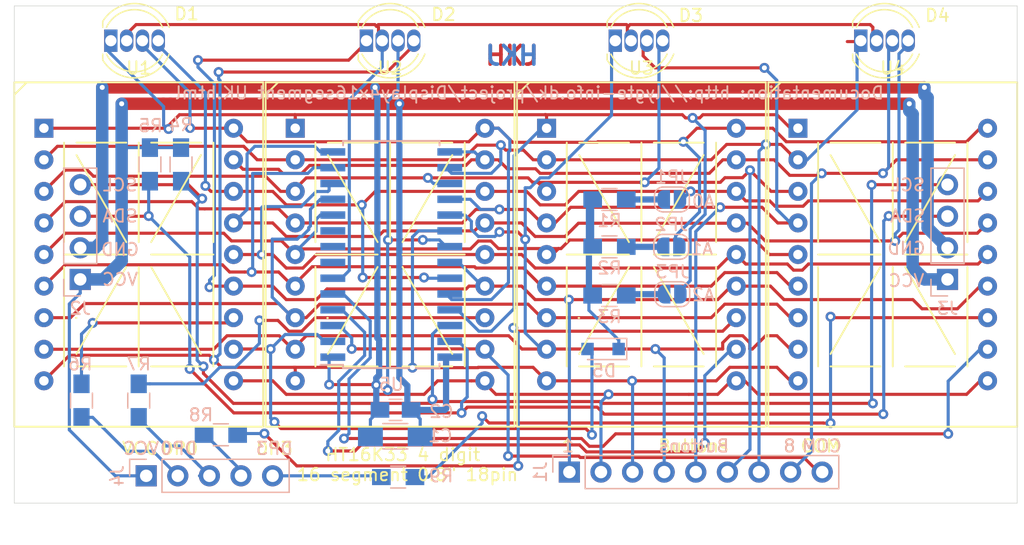
<source format=kicad_pcb>
(kicad_pcb (version 20171130) (host pcbnew "(5.1.4)-1")

  (general
    (thickness 1.6)
    (drawings 33)
    (tracks 804)
    (zones 0)
    (modules 32)
    (nets 41)
  )

  (page A4)
  (layers
    (0 F.Cu signal)
    (31 B.Cu signal)
    (32 B.Adhes user)
    (33 F.Adhes user)
    (34 B.Paste user)
    (35 F.Paste user)
    (36 B.SilkS user)
    (37 F.SilkS user)
    (38 B.Mask user)
    (39 F.Mask user)
    (40 Dwgs.User user)
    (41 Cmts.User user)
    (42 Eco1.User user)
    (43 Eco2.User user)
    (44 Edge.Cuts user)
    (45 Margin user)
    (46 B.CrtYd user)
    (47 F.CrtYd user)
    (48 B.Fab user)
    (49 F.Fab user)
  )

  (setup
    (last_trace_width 0.25)
    (user_trace_width 0.2)
    (user_trace_width 0.25)
    (user_trace_width 0.5)
    (user_trace_width 1)
    (trace_clearance 0.2)
    (zone_clearance 0.508)
    (zone_45_only no)
    (trace_min 0.2)
    (via_size 0.8)
    (via_drill 0.4)
    (via_min_size 0.4)
    (via_min_drill 0.3)
    (uvia_size 0.3)
    (uvia_drill 0.1)
    (uvias_allowed no)
    (uvia_min_size 0.2)
    (uvia_min_drill 0.1)
    (edge_width 0.05)
    (segment_width 0.2)
    (pcb_text_width 0.3)
    (pcb_text_size 1.5 1.5)
    (mod_edge_width 0.12)
    (mod_text_size 1 1)
    (mod_text_width 0.15)
    (pad_size 1.524 1.524)
    (pad_drill 0.762)
    (pad_to_mask_clearance 0.051)
    (solder_mask_min_width 0.25)
    (aux_axis_origin 0 0)
    (visible_elements 7FFFFFFF)
    (pcbplotparams
      (layerselection 0x010fc_ffffffff)
      (usegerberextensions false)
      (usegerberattributes false)
      (usegerberadvancedattributes false)
      (creategerberjobfile false)
      (excludeedgelayer true)
      (linewidth 0.100000)
      (plotframeref false)
      (viasonmask false)
      (mode 1)
      (useauxorigin false)
      (hpglpennumber 1)
      (hpglpenspeed 20)
      (hpglpendiameter 15.000000)
      (psnegative false)
      (psa4output false)
      (plotreference true)
      (plotvalue true)
      (plotinvisibletext false)
      (padsonsilk false)
      (subtractmaskfromsilk false)
      (outputformat 1)
      (mirror false)
      (drillshape 0)
      (scaleselection 1)
      (outputdirectory "gerber/"))
  )

  (net 0 "")
  (net 1 VCC)
  (net 2 GND)
  (net 3 /COM4)
  (net 4 /ROW0)
  (net 5 /ROW1)
  (net 6 /ROW2)
  (net 7 /COM0)
  (net 8 /ROW3)
  (net 9 /ROW4)
  (net 10 /ROW5)
  (net 11 /ROW6)
  (net 12 /ROW7)
  (net 13 /ROW8)
  (net 14 /ROW9)
  (net 15 /ROW10)
  (net 16 /ROW11)
  (net 17 /COM1)
  (net 18 /SDA)
  (net 19 "Net-(JP1-Pad2)")
  (net 20 "Net-(JP2-Pad2)")
  (net 21 "Net-(JP3-Pad2)")
  (net 22 /ROW13)
  (net 23 /ROW14)
  (net 24 /ROW12)
  (net 25 /ROW15)
  (net 26 /COM2)
  (net 27 /COM3)
  (net 28 /SCL)
  (net 29 "Net-(U5-Pad7)")
  (net 30 "Net-(U5-Pad8)")
  (net 31 "Net-(U5-Pad9)")
  (net 32 "Net-(J4-Pad2)")
  (net 33 "Net-(J4-Pad3)")
  (net 34 "Net-(J4-Pad4)")
  (net 35 "Net-(J4-Pad5)")
  (net 36 /DP0)
  (net 37 /DP1)
  (net 38 /DP2)
  (net 39 /DP3)
  (net 40 "Net-(D5-Pad1)")

  (net_class Default "This is the default net class."
    (clearance 0.2)
    (trace_width 0.25)
    (via_dia 0.8)
    (via_drill 0.4)
    (uvia_dia 0.3)
    (uvia_drill 0.1)
    (add_net /COM0)
    (add_net /COM1)
    (add_net /COM2)
    (add_net /COM3)
    (add_net /COM4)
    (add_net /DP0)
    (add_net /DP1)
    (add_net /DP2)
    (add_net /DP3)
    (add_net /ROW0)
    (add_net /ROW1)
    (add_net /ROW10)
    (add_net /ROW11)
    (add_net /ROW12)
    (add_net /ROW13)
    (add_net /ROW14)
    (add_net /ROW15)
    (add_net /ROW2)
    (add_net /ROW3)
    (add_net /ROW4)
    (add_net /ROW5)
    (add_net /ROW6)
    (add_net /ROW7)
    (add_net /ROW8)
    (add_net /ROW9)
    (add_net /SCL)
    (add_net /SDA)
    (add_net GND)
    (add_net "Net-(D5-Pad1)")
    (add_net "Net-(J4-Pad2)")
    (add_net "Net-(J4-Pad3)")
    (add_net "Net-(J4-Pad4)")
    (add_net "Net-(J4-Pad5)")
    (add_net "Net-(JP1-Pad2)")
    (add_net "Net-(JP2-Pad2)")
    (add_net "Net-(JP3-Pad2)")
    (add_net "Net-(U5-Pad7)")
    (add_net "Net-(U5-Pad8)")
    (add_net "Net-(U5-Pad9)")
    (add_net VCC)
  )

  (module DisplaysOther:Display08inch16segment (layer F.Cu) (tedit 5D863010) (tstamp 5D9F8820)
    (at 220.6 120)
    (descr "KingBright 0.8 inch display")
    (path /5DA09B93)
    (fp_text reference U4 (at 0 -15) (layer F.SilkS)
      (effects (font (size 1 1) (thickness 0.15)))
    )
    (fp_text value KingBright_PSA08-11 (at 0.075 12.375) (layer F.Fab)
      (effects (font (size 1 1) (thickness 0.15)))
    )
    (fp_line (start 10.1 -13.95) (end -10.1 -13.95) (layer F.CrtYd) (width 0.05))
    (fp_line (start -10.1 -13.95) (end -10.1 13.95) (layer F.CrtYd) (width 0.05))
    (fp_line (start 10 13.85) (end 10 -13.85) (layer F.SilkS) (width 0.15))
    (fp_line (start -10.1 13.95) (end 10.1 13.95) (layer F.CrtYd) (width 0.05))
    (fp_line (start -10 -12.85) (end -9 -13.85) (layer F.SilkS) (width 0.15))
    (fp_line (start -10 -12.825) (end -9 -13.85) (layer F.Fab) (width 0.12))
    (fp_line (start -10 13.85) (end 10 13.85) (layer F.SilkS) (width 0.15))
    (fp_line (start -10 -13.85) (end -10 13.85) (layer F.Fab) (width 0.1))
    (fp_line (start 10 -13.85) (end -10 -13.85) (layer F.Fab) (width 0.1))
    (fp_line (start 10.1 13.95) (end 10.1 -13.95) (layer F.CrtYd) (width 0.05))
    (fp_line (start -5 8) (end -1 1) (layer F.SilkS) (width 0.15))
    (fp_line (start 5 8) (end 1 1) (layer F.SilkS) (width 0.15))
    (fp_line (start -5 -8) (end -1 -1) (layer F.SilkS) (width 0.15))
    (fp_line (start 5 -8) (end 1 -1) (layer F.SilkS) (width 0.15))
    (fp_line (start 1 0) (end 6 0) (layer F.SilkS) (width 0.15))
    (fp_line (start -6 0) (end -1 0) (layer F.SilkS) (width 0.15))
    (fp_line (start 0 1) (end 0 9) (layer F.SilkS) (width 0.15))
    (fp_line (start 0 -9) (end 0 -1) (layer F.SilkS) (width 0.15))
    (fp_line (start 6 1) (end 6 9) (layer F.SilkS) (width 0.15))
    (fp_line (start 6 -9) (end 6 -1) (layer F.SilkS) (width 0.15))
    (fp_line (start 1 9) (end 5 9) (layer F.SilkS) (width 0.15))
    (fp_line (start -5 9) (end -1 9) (layer F.SilkS) (width 0.15))
    (fp_line (start -6 1) (end -6 9) (layer F.SilkS) (width 0.15))
    (fp_line (start -6 -9) (end -6 -1) (layer F.SilkS) (width 0.15))
    (fp_line (start -1 -9) (end -5 -9) (layer F.SilkS) (width 0.15))
    (fp_line (start 1 -9) (end 5 -9) (layer F.SilkS) (width 0.15))
    (fp_line (start 10 -13.85) (end -10 -13.85) (layer F.SilkS) (width 0.15))
    (fp_line (start 10 13.85) (end 10 -13.85) (layer F.Fab) (width 0.1))
    (fp_line (start -10 13.85) (end 10 13.85) (layer F.Fab) (width 0.1))
    (fp_line (start -10 -13.85) (end -10 13.85) (layer F.SilkS) (width 0.15))
    (fp_line (start -5.05 5.1) (end -5 5.1) (layer F.SilkS) (width 0.15))
    (pad 18 thru_hole circle (at 7.62 -10.16) (size 1.524 1.524) (drill 0.762) (layers *.Cu *.Mask)
      (net 5 /ROW1))
    (pad 17 thru_hole circle (at 7.62 -7.62) (size 1.524 1.524) (drill 0.762) (layers *.Cu *.Mask)
      (net 15 /ROW10))
    (pad 16 thru_hole circle (at 7.62 -5.08) (size 1.524 1.524) (drill 0.762) (layers *.Cu *.Mask)
      (net 6 /ROW2))
    (pad 15 thru_hole circle (at 7.62 -2.54) (size 1.524 1.524) (drill 0.762) (layers *.Cu *.Mask)
      (net 16 /ROW11))
    (pad 14 thru_hole circle (at 7.62 0) (size 1.524 1.524) (drill 0.762) (layers *.Cu *.Mask)
      (net 22 /ROW13))
    (pad 13 thru_hole circle (at 7.62 2.54) (size 1.524 1.524) (drill 0.762) (layers *.Cu *.Mask)
      (net 8 /ROW3))
    (pad 12 thru_hole circle (at 7.62 5.08) (size 1.524 1.524) (drill 0.762) (layers *.Cu *.Mask)
      (net 39 /DP3))
    (pad 11 thru_hole circle (at 7.62 7.62) (size 1.524 1.524) (drill 0.762) (layers *.Cu *.Mask)
      (net 27 /COM3))
    (pad 10 thru_hole circle (at 7.62 10.16) (size 1.524 1.524) (drill 0.762) (layers *.Cu *.Mask)
      (net 9 /ROW4))
    (pad 9 thru_hole circle (at -7.62 10.16) (size 1.524 1.524) (drill 0.762) (layers *.Cu *.Mask)
      (net 10 /ROW5))
    (pad 8 thru_hole circle (at -7.62 7.62) (size 1.524 1.524) (drill 0.762) (layers *.Cu *.Mask)
      (net 11 /ROW6))
    (pad 7 thru_hole circle (at -7.62 5.08) (size 1.524 1.524) (drill 0.762) (layers *.Cu *.Mask)
      (net 23 /ROW14))
    (pad 6 thru_hole circle (at -7.62 2.54) (size 1.524 1.524) (drill 0.762) (layers *.Cu *.Mask)
      (net 24 /ROW12))
    (pad 5 thru_hole circle (at -7.62 0) (size 1.524 1.524) (drill 0.762) (layers *.Cu *.Mask)
      (net 25 /ROW15))
    (pad 4 thru_hole circle (at -7.62 -2.54) (size 1.524 1.524) (drill 0.762) (layers *.Cu *.Mask)
      (net 12 /ROW7))
    (pad 3 thru_hole circle (at -7.62 -5.08) (size 1.524 1.524) (drill 0.762) (layers *.Cu *.Mask)
      (net 13 /ROW8))
    (pad 2 thru_hole circle (at -7.62 -7.62) (size 1.524 1.524) (drill 0.762) (layers *.Cu *.Mask)
      (net 14 /ROW9))
    (pad 1 thru_hole rect (at -7.62 -10.16) (size 1.524 1.524) (drill 0.762) (layers *.Cu *.Mask)
      (net 4 /ROW0))
  )

  (module Diodes_SMD:D_SOD-323_HandSoldering (layer B.Cu) (tedit 58641869) (tstamp 5D9F4E2C)
    (at 197.32 127.6 180)
    (descr SOD-323)
    (tags SOD-323)
    (path /5DA384F6)
    (attr smd)
    (fp_text reference D5 (at -0.08 -1.75) (layer B.SilkS)
      (effects (font (size 1 1) (thickness 0.15)) (justify mirror))
    )
    (fp_text value D (at 0.1 -1.9) (layer B.Fab)
      (effects (font (size 1 1) (thickness 0.15)) (justify mirror))
    )
    (fp_text user %R (at 0 1.85) (layer B.Fab)
      (effects (font (size 1 1) (thickness 0.15)) (justify mirror))
    )
    (fp_line (start -1.9 0.85) (end -1.9 -0.85) (layer B.SilkS) (width 0.12))
    (fp_line (start 0.2 0) (end 0.45 0) (layer B.Fab) (width 0.1))
    (fp_line (start 0.2 -0.35) (end -0.3 0) (layer B.Fab) (width 0.1))
    (fp_line (start 0.2 0.35) (end 0.2 -0.35) (layer B.Fab) (width 0.1))
    (fp_line (start -0.3 0) (end 0.2 0.35) (layer B.Fab) (width 0.1))
    (fp_line (start -0.3 0) (end -0.5 0) (layer B.Fab) (width 0.1))
    (fp_line (start -0.3 0.35) (end -0.3 -0.35) (layer B.Fab) (width 0.1))
    (fp_line (start -0.9 -0.7) (end -0.9 0.7) (layer B.Fab) (width 0.1))
    (fp_line (start 0.9 -0.7) (end -0.9 -0.7) (layer B.Fab) (width 0.1))
    (fp_line (start 0.9 0.7) (end 0.9 -0.7) (layer B.Fab) (width 0.1))
    (fp_line (start -0.9 0.7) (end 0.9 0.7) (layer B.Fab) (width 0.1))
    (fp_line (start -2 0.95) (end 2 0.95) (layer B.CrtYd) (width 0.05))
    (fp_line (start 2 0.95) (end 2 -0.95) (layer B.CrtYd) (width 0.05))
    (fp_line (start -2 -0.95) (end 2 -0.95) (layer B.CrtYd) (width 0.05))
    (fp_line (start -2 0.95) (end -2 -0.95) (layer B.CrtYd) (width 0.05))
    (fp_line (start -1.9 -0.85) (end 1.25 -0.85) (layer B.SilkS) (width 0.12))
    (fp_line (start -1.9 0.85) (end 1.25 0.85) (layer B.SilkS) (width 0.12))
    (pad 1 smd rect (at -1.25 0 180) (size 1 1) (layers B.Cu B.Paste B.Mask)
      (net 40 "Net-(D5-Pad1)"))
    (pad 2 smd rect (at 1.25 0 180) (size 1 1) (layers B.Cu B.Paste B.Mask)
      (net 7 /COM0))
    (model ${KISYS3DMOD}/Diodes_SMD.3dshapes/D_SOD-323.wrl
      (at (xyz 0 0 0))
      (scale (xyz 1 1 1))
      (rotate (xyz 0 0 0))
    )
  )

  (module Capacitors_SMD:C_1206_HandSoldering (layer B.Cu) (tedit 58AA84D1) (tstamp 5D8481CD)
    (at 180.62 134.62 180)
    (descr "Capacitor SMD 1206, hand soldering")
    (tags "capacitor 1206")
    (path /5D8B16F4)
    (attr smd)
    (fp_text reference C1 (at -3.61918 0.04318) (layer B.SilkS)
      (effects (font (size 1 1) (thickness 0.15)) (justify mirror))
    )
    (fp_text value 100nF (at 0 -1.75) (layer B.Fab)
      (effects (font (size 1 1) (thickness 0.15)) (justify mirror))
    )
    (fp_text user %R (at 0 1.75) (layer B.Fab)
      (effects (font (size 1 1) (thickness 0.15)) (justify mirror))
    )
    (fp_line (start -1.6 -0.8) (end -1.6 0.8) (layer B.Fab) (width 0.1))
    (fp_line (start 1.6 -0.8) (end -1.6 -0.8) (layer B.Fab) (width 0.1))
    (fp_line (start 1.6 0.8) (end 1.6 -0.8) (layer B.Fab) (width 0.1))
    (fp_line (start -1.6 0.8) (end 1.6 0.8) (layer B.Fab) (width 0.1))
    (fp_line (start 1 1.02) (end -1 1.02) (layer B.SilkS) (width 0.12))
    (fp_line (start -1 -1.02) (end 1 -1.02) (layer B.SilkS) (width 0.12))
    (fp_line (start -3.25 1.05) (end 3.25 1.05) (layer B.CrtYd) (width 0.05))
    (fp_line (start -3.25 1.05) (end -3.25 -1.05) (layer B.CrtYd) (width 0.05))
    (fp_line (start 3.25 -1.05) (end 3.25 1.05) (layer B.CrtYd) (width 0.05))
    (fp_line (start 3.25 -1.05) (end -3.25 -1.05) (layer B.CrtYd) (width 0.05))
    (pad 1 smd rect (at -2 0 180) (size 2 1.6) (layers B.Cu B.Paste B.Mask)
      (net 1 VCC))
    (pad 2 smd rect (at 2 0 180) (size 2 1.6) (layers B.Cu B.Paste B.Mask)
      (net 2 GND))
    (model Capacitors_SMD.3dshapes/C_1206.wrl
      (at (xyz 0 0 0))
      (scale (xyz 1 1 1))
      (rotate (xyz 0 0 0))
    )
  )

  (module Resistors_SMD:R_0805_HandSoldering (layer B.Cu) (tedit 58E0A804) (tstamp 5D878FB5)
    (at 180.85 137.9)
    (descr "Resistor SMD 0805, hand soldering")
    (tags "resistor 0805")
    (path /5D998451)
    (attr smd)
    (fp_text reference R9 (at 3.45 -0.1) (layer B.SilkS)
      (effects (font (size 1 1) (thickness 0.15)) (justify mirror))
    )
    (fp_text value 220R (at 0 -1.75) (layer B.Fab)
      (effects (font (size 1 1) (thickness 0.15)) (justify mirror))
    )
    (fp_text user %R (at 0 0) (layer B.Fab)
      (effects (font (size 0.5 0.5) (thickness 0.075)) (justify mirror))
    )
    (fp_line (start -1 -0.62) (end -1 0.62) (layer B.Fab) (width 0.1))
    (fp_line (start 1 -0.62) (end -1 -0.62) (layer B.Fab) (width 0.1))
    (fp_line (start 1 0.62) (end 1 -0.62) (layer B.Fab) (width 0.1))
    (fp_line (start -1 0.62) (end 1 0.62) (layer B.Fab) (width 0.1))
    (fp_line (start 0.6 -0.88) (end -0.6 -0.88) (layer B.SilkS) (width 0.12))
    (fp_line (start -0.6 0.88) (end 0.6 0.88) (layer B.SilkS) (width 0.12))
    (fp_line (start -2.35 0.9) (end 2.35 0.9) (layer B.CrtYd) (width 0.05))
    (fp_line (start -2.35 0.9) (end -2.35 -0.9) (layer B.CrtYd) (width 0.05))
    (fp_line (start 2.35 -0.9) (end 2.35 0.9) (layer B.CrtYd) (width 0.05))
    (fp_line (start 2.35 -0.9) (end -2.35 -0.9) (layer B.CrtYd) (width 0.05))
    (pad 1 smd rect (at -1.35 0) (size 1.5 1.3) (layers B.Cu B.Paste B.Mask)
      (net 35 "Net-(J4-Pad5)"))
    (pad 2 smd rect (at 1.35 0) (size 1.5 1.3) (layers B.Cu B.Paste B.Mask)
      (net 39 /DP3))
    (model ${KISYS3DMOD}/Resistors_SMD.3dshapes/R_0805.wrl
      (at (xyz 0 0 0))
      (scale (xyz 1 1 1))
      (rotate (xyz 0 0 0))
    )
  )

  (module Resistors_SMD:R_0805_HandSoldering (layer B.Cu) (tedit 58E0A804) (tstamp 5D878FB2)
    (at 166.6 134.5)
    (descr "Resistor SMD 0805, hand soldering")
    (tags "resistor 0805")
    (path /5D99811A)
    (attr smd)
    (fp_text reference R8 (at -1.6 -1.6 180) (layer B.SilkS)
      (effects (font (size 1 1) (thickness 0.15)) (justify mirror))
    )
    (fp_text value 220R (at 0 -1.75 180) (layer B.Fab)
      (effects (font (size 1 1) (thickness 0.15)) (justify mirror))
    )
    (fp_text user %R (at 0 0 180) (layer B.Fab)
      (effects (font (size 0.5 0.5) (thickness 0.075)) (justify mirror))
    )
    (fp_line (start -1 -0.62) (end -1 0.62) (layer B.Fab) (width 0.1))
    (fp_line (start 1 -0.62) (end -1 -0.62) (layer B.Fab) (width 0.1))
    (fp_line (start 1 0.62) (end 1 -0.62) (layer B.Fab) (width 0.1))
    (fp_line (start -1 0.62) (end 1 0.62) (layer B.Fab) (width 0.1))
    (fp_line (start 0.6 -0.88) (end -0.6 -0.88) (layer B.SilkS) (width 0.12))
    (fp_line (start -0.6 0.88) (end 0.6 0.88) (layer B.SilkS) (width 0.12))
    (fp_line (start -2.35 0.9) (end 2.35 0.9) (layer B.CrtYd) (width 0.05))
    (fp_line (start -2.35 0.9) (end -2.35 -0.9) (layer B.CrtYd) (width 0.05))
    (fp_line (start 2.35 -0.9) (end 2.35 0.9) (layer B.CrtYd) (width 0.05))
    (fp_line (start 2.35 -0.9) (end -2.35 -0.9) (layer B.CrtYd) (width 0.05))
    (pad 1 smd rect (at -1.35 0) (size 1.5 1.3) (layers B.Cu B.Paste B.Mask)
      (net 34 "Net-(J4-Pad4)"))
    (pad 2 smd rect (at 1.35 0) (size 1.5 1.3) (layers B.Cu B.Paste B.Mask)
      (net 38 /DP2))
    (model ${KISYS3DMOD}/Resistors_SMD.3dshapes/R_0805.wrl
      (at (xyz 0 0 0))
      (scale (xyz 1 1 1))
      (rotate (xyz 0 0 0))
    )
  )

  (module Resistors_SMD:R_0805_HandSoldering (layer B.Cu) (tedit 58E0A804) (tstamp 5D878FAF)
    (at 160 131.75 90)
    (descr "Resistor SMD 0805, hand soldering")
    (tags "resistor 0805")
    (path /5D997D62)
    (attr smd)
    (fp_text reference R7 (at 2.95 0 180) (layer B.SilkS)
      (effects (font (size 1 1) (thickness 0.15)) (justify mirror))
    )
    (fp_text value 220R (at 0 -1.75 90) (layer B.Fab)
      (effects (font (size 1 1) (thickness 0.15)) (justify mirror))
    )
    (fp_text user %R (at 0 0 90) (layer B.Fab)
      (effects (font (size 0.5 0.5) (thickness 0.075)) (justify mirror))
    )
    (fp_line (start -1 -0.62) (end -1 0.62) (layer B.Fab) (width 0.1))
    (fp_line (start 1 -0.62) (end -1 -0.62) (layer B.Fab) (width 0.1))
    (fp_line (start 1 0.62) (end 1 -0.62) (layer B.Fab) (width 0.1))
    (fp_line (start -1 0.62) (end 1 0.62) (layer B.Fab) (width 0.1))
    (fp_line (start 0.6 -0.88) (end -0.6 -0.88) (layer B.SilkS) (width 0.12))
    (fp_line (start -0.6 0.88) (end 0.6 0.88) (layer B.SilkS) (width 0.12))
    (fp_line (start -2.35 0.9) (end 2.35 0.9) (layer B.CrtYd) (width 0.05))
    (fp_line (start -2.35 0.9) (end -2.35 -0.9) (layer B.CrtYd) (width 0.05))
    (fp_line (start 2.35 -0.9) (end 2.35 0.9) (layer B.CrtYd) (width 0.05))
    (fp_line (start 2.35 -0.9) (end -2.35 -0.9) (layer B.CrtYd) (width 0.05))
    (pad 1 smd rect (at -1.35 0 90) (size 1.5 1.3) (layers B.Cu B.Paste B.Mask)
      (net 33 "Net-(J4-Pad3)"))
    (pad 2 smd rect (at 1.35 0 90) (size 1.5 1.3) (layers B.Cu B.Paste B.Mask)
      (net 37 /DP1))
    (model ${KISYS3DMOD}/Resistors_SMD.3dshapes/R_0805.wrl
      (at (xyz 0 0 0))
      (scale (xyz 1 1 1))
      (rotate (xyz 0 0 0))
    )
  )

  (module Resistors_SMD:R_0805_HandSoldering (layer B.Cu) (tedit 58E0A804) (tstamp 5D878FAC)
    (at 155.4 131.75 90)
    (descr "Resistor SMD 0805, hand soldering")
    (tags "resistor 0805")
    (path /5D9303E2)
    (attr smd)
    (fp_text reference R6 (at 2.95 -0.1 180) (layer B.SilkS)
      (effects (font (size 1 1) (thickness 0.15)) (justify mirror))
    )
    (fp_text value 220R (at 0 -1.75 90) (layer B.Fab)
      (effects (font (size 1 1) (thickness 0.15)) (justify mirror))
    )
    (fp_text user %R (at 0 0 90) (layer B.Fab)
      (effects (font (size 0.5 0.5) (thickness 0.075)) (justify mirror))
    )
    (fp_line (start -1 -0.62) (end -1 0.62) (layer B.Fab) (width 0.1))
    (fp_line (start 1 -0.62) (end -1 -0.62) (layer B.Fab) (width 0.1))
    (fp_line (start 1 0.62) (end 1 -0.62) (layer B.Fab) (width 0.1))
    (fp_line (start -1 0.62) (end 1 0.62) (layer B.Fab) (width 0.1))
    (fp_line (start 0.6 -0.88) (end -0.6 -0.88) (layer B.SilkS) (width 0.12))
    (fp_line (start -0.6 0.88) (end 0.6 0.88) (layer B.SilkS) (width 0.12))
    (fp_line (start -2.35 0.9) (end 2.35 0.9) (layer B.CrtYd) (width 0.05))
    (fp_line (start -2.35 0.9) (end -2.35 -0.9) (layer B.CrtYd) (width 0.05))
    (fp_line (start 2.35 -0.9) (end 2.35 0.9) (layer B.CrtYd) (width 0.05))
    (fp_line (start 2.35 -0.9) (end -2.35 -0.9) (layer B.CrtYd) (width 0.05))
    (pad 1 smd rect (at -1.35 0 90) (size 1.5 1.3) (layers B.Cu B.Paste B.Mask)
      (net 32 "Net-(J4-Pad2)"))
    (pad 2 smd rect (at 1.35 0 90) (size 1.5 1.3) (layers B.Cu B.Paste B.Mask)
      (net 36 /DP0))
    (model ${KISYS3DMOD}/Resistors_SMD.3dshapes/R_0805.wrl
      (at (xyz 0 0 0))
      (scale (xyz 1 1 1))
      (rotate (xyz 0 0 0))
    )
  )

  (module Pin_Headers:Pin_Header_Straight_1x05_Pitch2.54mm (layer B.Cu) (tedit 59650532) (tstamp 5D878EA3)
    (at 160.6 137.8 270)
    (descr "Through hole straight pin header, 1x05, 2.54mm pitch, single row")
    (tags "Through hole pin header THT 1x05 2.54mm single row")
    (path /5D92F10F)
    (fp_text reference J4 (at 0 2.33 270) (layer B.SilkS)
      (effects (font (size 1 1) (thickness 0.15)) (justify mirror))
    )
    (fp_text value "Pinheader 1x5" (at 0 -12.49 270) (layer B.Fab)
      (effects (font (size 1 1) (thickness 0.15)) (justify mirror))
    )
    (fp_line (start -0.635 1.27) (end 1.27 1.27) (layer B.Fab) (width 0.1))
    (fp_line (start 1.27 1.27) (end 1.27 -11.43) (layer B.Fab) (width 0.1))
    (fp_line (start 1.27 -11.43) (end -1.27 -11.43) (layer B.Fab) (width 0.1))
    (fp_line (start -1.27 -11.43) (end -1.27 0.635) (layer B.Fab) (width 0.1))
    (fp_line (start -1.27 0.635) (end -0.635 1.27) (layer B.Fab) (width 0.1))
    (fp_line (start -1.33 -11.49) (end 1.33 -11.49) (layer B.SilkS) (width 0.12))
    (fp_line (start -1.33 -1.27) (end -1.33 -11.49) (layer B.SilkS) (width 0.12))
    (fp_line (start 1.33 -1.27) (end 1.33 -11.49) (layer B.SilkS) (width 0.12))
    (fp_line (start -1.33 -1.27) (end 1.33 -1.27) (layer B.SilkS) (width 0.12))
    (fp_line (start -1.33 0) (end -1.33 1.33) (layer B.SilkS) (width 0.12))
    (fp_line (start -1.33 1.33) (end 0 1.33) (layer B.SilkS) (width 0.12))
    (fp_line (start -1.8 1.8) (end -1.8 -11.95) (layer B.CrtYd) (width 0.05))
    (fp_line (start -1.8 -11.95) (end 1.8 -11.95) (layer B.CrtYd) (width 0.05))
    (fp_line (start 1.8 -11.95) (end 1.8 1.8) (layer B.CrtYd) (width 0.05))
    (fp_line (start 1.8 1.8) (end -1.8 1.8) (layer B.CrtYd) (width 0.05))
    (fp_text user %R (at 0 -5.08) (layer B.Fab)
      (effects (font (size 1 1) (thickness 0.15)) (justify mirror))
    )
    (pad 1 thru_hole rect (at 0 0 270) (size 1.7 1.7) (drill 1) (layers *.Cu *.Mask)
      (net 1 VCC))
    (pad 2 thru_hole oval (at 0 -2.54 270) (size 1.7 1.7) (drill 1) (layers *.Cu *.Mask)
      (net 32 "Net-(J4-Pad2)"))
    (pad 3 thru_hole oval (at 0 -5.08 270) (size 1.7 1.7) (drill 1) (layers *.Cu *.Mask)
      (net 33 "Net-(J4-Pad3)"))
    (pad 4 thru_hole oval (at 0 -7.62 270) (size 1.7 1.7) (drill 1) (layers *.Cu *.Mask)
      (net 34 "Net-(J4-Pad4)"))
    (pad 5 thru_hole oval (at 0 -10.16 270) (size 1.7 1.7) (drill 1) (layers *.Cu *.Mask)
      (net 35 "Net-(J4-Pad5)"))
    (model ${KISYS3DMOD}/Pin_Headers.3dshapes/Pin_Header_Straight_1x05_Pitch2.54mm.wrl
      (at (xyz 0 0 0))
      (scale (xyz 1 1 1))
      (rotate (xyz 0 0 0))
    )
  )

  (module Pin_Headers:Pin_Header_Straight_1x04_Pitch2.54mm (layer B.Cu) (tedit 59650532) (tstamp 5D84847D)
    (at 225 122)
    (descr "Through hole straight pin header, 1x04, 2.54mm pitch, single row")
    (tags "Through hole pin header THT 1x04 2.54mm single row")
    (path /5D8D248B)
    (fp_text reference J3 (at 0 2.33) (layer B.SilkS)
      (effects (font (size 1 1) (thickness 0.15)) (justify mirror))
    )
    (fp_text value "Pinheader 1x4" (at 0 -9.95) (layer B.Fab)
      (effects (font (size 1 1) (thickness 0.15)) (justify mirror))
    )
    (fp_line (start -0.635 1.27) (end 1.27 1.27) (layer B.Fab) (width 0.1))
    (fp_line (start 1.27 1.27) (end 1.27 -8.89) (layer B.Fab) (width 0.1))
    (fp_line (start 1.27 -8.89) (end -1.27 -8.89) (layer B.Fab) (width 0.1))
    (fp_line (start -1.27 -8.89) (end -1.27 0.635) (layer B.Fab) (width 0.1))
    (fp_line (start -1.27 0.635) (end -0.635 1.27) (layer B.Fab) (width 0.1))
    (fp_line (start -1.33 -8.95) (end 1.33 -8.95) (layer B.SilkS) (width 0.12))
    (fp_line (start -1.33 -1.27) (end -1.33 -8.95) (layer B.SilkS) (width 0.12))
    (fp_line (start 1.33 -1.27) (end 1.33 -8.95) (layer B.SilkS) (width 0.12))
    (fp_line (start -1.33 -1.27) (end 1.33 -1.27) (layer B.SilkS) (width 0.12))
    (fp_line (start -1.33 0) (end -1.33 1.33) (layer B.SilkS) (width 0.12))
    (fp_line (start -1.33 1.33) (end 0 1.33) (layer B.SilkS) (width 0.12))
    (fp_line (start -1.8 1.8) (end -1.8 -9.4) (layer B.CrtYd) (width 0.05))
    (fp_line (start -1.8 -9.4) (end 1.8 -9.4) (layer B.CrtYd) (width 0.05))
    (fp_line (start 1.8 -9.4) (end 1.8 1.8) (layer B.CrtYd) (width 0.05))
    (fp_line (start 1.8 1.8) (end -1.8 1.8) (layer B.CrtYd) (width 0.05))
    (fp_text user %R (at 0 -3.81 270) (layer B.Fab)
      (effects (font (size 1 1) (thickness 0.15)) (justify mirror))
    )
    (pad 1 thru_hole rect (at 0 0) (size 1.7 1.7) (drill 1) (layers *.Cu *.Mask)
      (net 1 VCC))
    (pad 2 thru_hole oval (at 0 -2.54) (size 1.7 1.7) (drill 1) (layers *.Cu *.Mask)
      (net 2 GND))
    (pad 3 thru_hole oval (at 0 -5.08) (size 1.7 1.7) (drill 1) (layers *.Cu *.Mask)
      (net 18 /SDA))
    (pad 4 thru_hole oval (at 0 -7.62) (size 1.7 1.7) (drill 1) (layers *.Cu *.Mask)
      (net 28 /SCL))
    (model ${KISYS3DMOD}/Pin_Headers.3dshapes/Pin_Header_Straight_1x04_Pitch2.54mm.wrl
      (at (xyz 0 0 0))
      (scale (xyz 1 1 1))
      (rotate (xyz 0 0 0))
    )
  )

  (module Housings_SOIC:SOIC-28W_7.5x17.9mm_Pitch1.27mm (layer B.Cu) (tedit 58CC8F64) (tstamp 5D84815D)
    (at 180.3 120)
    (descr "28-Lead Plastic Small Outline (SO) - Wide, 7.50 mm Body [SOIC] (see Microchip Packaging Specification 00000049BS.pdf)")
    (tags "SOIC 1.27")
    (path /5D8401CF)
    (attr smd)
    (fp_text reference U5 (at 0 10.45) (layer B.SilkS)
      (effects (font (size 1 1) (thickness 0.15)) (justify mirror))
    )
    (fp_text value HT16K33-28pin (at 0 -10.45) (layer B.Fab)
      (effects (font (size 1 1) (thickness 0.15)) (justify mirror))
    )
    (fp_text user %R (at 0 0) (layer B.Fab)
      (effects (font (size 1 1) (thickness 0.15)) (justify mirror))
    )
    (fp_line (start -2.75 8.95) (end 3.75 8.95) (layer B.Fab) (width 0.15))
    (fp_line (start 3.75 8.95) (end 3.75 -8.95) (layer B.Fab) (width 0.15))
    (fp_line (start 3.75 -8.95) (end -3.75 -8.95) (layer B.Fab) (width 0.15))
    (fp_line (start -3.75 -8.95) (end -3.75 7.95) (layer B.Fab) (width 0.15))
    (fp_line (start -3.75 7.95) (end -2.75 8.95) (layer B.Fab) (width 0.15))
    (fp_line (start -5.95 9.3) (end -5.95 -9.3) (layer B.CrtYd) (width 0.05))
    (fp_line (start 5.95 9.3) (end 5.95 -9.3) (layer B.CrtYd) (width 0.05))
    (fp_line (start -5.95 9.3) (end 5.95 9.3) (layer B.CrtYd) (width 0.05))
    (fp_line (start -5.95 -9.3) (end 5.95 -9.3) (layer B.CrtYd) (width 0.05))
    (fp_line (start -3.875 9.125) (end -3.875 8.875) (layer B.SilkS) (width 0.15))
    (fp_line (start 3.875 9.125) (end 3.875 8.78) (layer B.SilkS) (width 0.15))
    (fp_line (start 3.875 -9.125) (end 3.875 -8.78) (layer B.SilkS) (width 0.15))
    (fp_line (start -3.875 -9.125) (end -3.875 -8.78) (layer B.SilkS) (width 0.15))
    (fp_line (start -3.875 9.125) (end 3.875 9.125) (layer B.SilkS) (width 0.15))
    (fp_line (start -3.875 -9.125) (end 3.875 -9.125) (layer B.SilkS) (width 0.15))
    (fp_line (start -3.875 8.875) (end -5.7 8.875) (layer B.SilkS) (width 0.15))
    (pad 1 smd rect (at -4.7 8.255) (size 2 0.6) (layers B.Cu B.Paste B.Mask)
      (net 2 GND))
    (pad 2 smd rect (at -4.7 6.985) (size 2 0.6) (layers B.Cu B.Paste B.Mask)
      (net 7 /COM0))
    (pad 3 smd rect (at -4.7 5.715) (size 2 0.6) (layers B.Cu B.Paste B.Mask)
      (net 17 /COM1))
    (pad 4 smd rect (at -4.7 4.445) (size 2 0.6) (layers B.Cu B.Paste B.Mask)
      (net 26 /COM2))
    (pad 5 smd rect (at -4.7 3.175) (size 2 0.6) (layers B.Cu B.Paste B.Mask)
      (net 27 /COM3))
    (pad 6 smd rect (at -4.7 1.905) (size 2 0.6) (layers B.Cu B.Paste B.Mask)
      (net 3 /COM4))
    (pad 7 smd rect (at -4.7 0.635) (size 2 0.6) (layers B.Cu B.Paste B.Mask)
      (net 29 "Net-(U5-Pad7)"))
    (pad 8 smd rect (at -4.7 -0.635) (size 2 0.6) (layers B.Cu B.Paste B.Mask)
      (net 30 "Net-(U5-Pad8)"))
    (pad 9 smd rect (at -4.7 -1.905) (size 2 0.6) (layers B.Cu B.Paste B.Mask)
      (net 31 "Net-(U5-Pad9)"))
    (pad 10 smd rect (at -4.7 -3.175) (size 2 0.6) (layers B.Cu B.Paste B.Mask)
      (net 25 /ROW15))
    (pad 11 smd rect (at -4.7 -4.445) (size 2 0.6) (layers B.Cu B.Paste B.Mask)
      (net 23 /ROW14))
    (pad 12 smd rect (at -4.7 -5.715) (size 2 0.6) (layers B.Cu B.Paste B.Mask)
      (net 22 /ROW13))
    (pad 13 smd rect (at -4.7 -6.985) (size 2 0.6) (layers B.Cu B.Paste B.Mask)
      (net 24 /ROW12))
    (pad 14 smd rect (at -4.7 -8.255) (size 2 0.6) (layers B.Cu B.Paste B.Mask)
      (net 16 /ROW11))
    (pad 15 smd rect (at 4.7 -8.255) (size 2 0.6) (layers B.Cu B.Paste B.Mask)
      (net 15 /ROW10))
    (pad 16 smd rect (at 4.7 -6.985) (size 2 0.6) (layers B.Cu B.Paste B.Mask)
      (net 14 /ROW9))
    (pad 17 smd rect (at 4.7 -5.715) (size 2 0.6) (layers B.Cu B.Paste B.Mask)
      (net 13 /ROW8))
    (pad 18 smd rect (at 4.7 -4.445) (size 2 0.6) (layers B.Cu B.Paste B.Mask)
      (net 12 /ROW7))
    (pad 19 smd rect (at 4.7 -3.175) (size 2 0.6) (layers B.Cu B.Paste B.Mask)
      (net 11 /ROW6))
    (pad 20 smd rect (at 4.7 -1.905) (size 2 0.6) (layers B.Cu B.Paste B.Mask)
      (net 10 /ROW5))
    (pad 21 smd rect (at 4.7 -0.635) (size 2 0.6) (layers B.Cu B.Paste B.Mask)
      (net 9 /ROW4))
    (pad 22 smd rect (at 4.7 0.635) (size 2 0.6) (layers B.Cu B.Paste B.Mask)
      (net 8 /ROW3))
    (pad 23 smd rect (at 4.7 1.905) (size 2 0.6) (layers B.Cu B.Paste B.Mask)
      (net 6 /ROW2))
    (pad 24 smd rect (at 4.7 3.175) (size 2 0.6) (layers B.Cu B.Paste B.Mask)
      (net 5 /ROW1))
    (pad 25 smd rect (at 4.7 4.445) (size 2 0.6) (layers B.Cu B.Paste B.Mask)
      (net 4 /ROW0))
    (pad 26 smd rect (at 4.7 5.715) (size 2 0.6) (layers B.Cu B.Paste B.Mask)
      (net 28 /SCL))
    (pad 27 smd rect (at 4.7 6.985) (size 2 0.6) (layers B.Cu B.Paste B.Mask)
      (net 18 /SDA))
    (pad 28 smd rect (at 4.7 8.255) (size 2 0.6) (layers B.Cu B.Paste B.Mask)
      (net 1 VCC))
    (model ${KISYS3DMOD}/Housings_SOIC.3dshapes/SOIC-28W_7.5x17.9mm_Pitch1.27mm.wrl
      (at (xyz 0 0 0))
      (scale (xyz 1 1 1))
      (rotate (xyz 0 0 0))
    )
  )

  (module DisplaysOther:Display08inch16segment (layer F.Cu) (tedit 5D863010) (tstamp 5D850BE3)
    (at 200.4 120)
    (descr "KingBright 0.8 inch display")
    (path /5D947580)
    (fp_text reference U3 (at 0 -15) (layer F.SilkS)
      (effects (font (size 1 1) (thickness 0.15)))
    )
    (fp_text value KingBright_PSA08-11 (at 0.075 12.375) (layer F.Fab)
      (effects (font (size 1 1) (thickness 0.15)))
    )
    (fp_line (start 10.1 -13.95) (end -10.1 -13.95) (layer F.CrtYd) (width 0.05))
    (fp_line (start -10.1 -13.95) (end -10.1 13.95) (layer F.CrtYd) (width 0.05))
    (fp_line (start 10 13.85) (end 10 -13.85) (layer F.SilkS) (width 0.15))
    (fp_line (start -10.1 13.95) (end 10.1 13.95) (layer F.CrtYd) (width 0.05))
    (fp_line (start -10 -12.85) (end -9 -13.85) (layer F.SilkS) (width 0.15))
    (fp_line (start -10 -12.825) (end -9 -13.85) (layer F.Fab) (width 0.12))
    (fp_line (start -10 13.85) (end 10 13.85) (layer F.SilkS) (width 0.15))
    (fp_line (start -10 -13.85) (end -10 13.85) (layer F.Fab) (width 0.1))
    (fp_line (start 10 -13.85) (end -10 -13.85) (layer F.Fab) (width 0.1))
    (fp_line (start 10.1 13.95) (end 10.1 -13.95) (layer F.CrtYd) (width 0.05))
    (fp_line (start -5 8) (end -1 1) (layer F.SilkS) (width 0.15))
    (fp_line (start 5 8) (end 1 1) (layer F.SilkS) (width 0.15))
    (fp_line (start -5 -8) (end -1 -1) (layer F.SilkS) (width 0.15))
    (fp_line (start 5 -8) (end 1 -1) (layer F.SilkS) (width 0.15))
    (fp_line (start 1 0) (end 6 0) (layer F.SilkS) (width 0.15))
    (fp_line (start -6 0) (end -1 0) (layer F.SilkS) (width 0.15))
    (fp_line (start 0 1) (end 0 9) (layer F.SilkS) (width 0.15))
    (fp_line (start 0 -9) (end 0 -1) (layer F.SilkS) (width 0.15))
    (fp_line (start 6 1) (end 6 9) (layer F.SilkS) (width 0.15))
    (fp_line (start 6 -9) (end 6 -1) (layer F.SilkS) (width 0.15))
    (fp_line (start 1 9) (end 5 9) (layer F.SilkS) (width 0.15))
    (fp_line (start -5 9) (end -1 9) (layer F.SilkS) (width 0.15))
    (fp_line (start -6 1) (end -6 9) (layer F.SilkS) (width 0.15))
    (fp_line (start -6 -9) (end -6 -1) (layer F.SilkS) (width 0.15))
    (fp_line (start -1 -9) (end -5 -9) (layer F.SilkS) (width 0.15))
    (fp_line (start 1 -9) (end 5 -9) (layer F.SilkS) (width 0.15))
    (fp_line (start 10 -13.85) (end -10 -13.85) (layer F.SilkS) (width 0.15))
    (fp_line (start 10 13.85) (end 10 -13.85) (layer F.Fab) (width 0.1))
    (fp_line (start -10 13.85) (end 10 13.85) (layer F.Fab) (width 0.1))
    (fp_line (start -10 -13.85) (end -10 13.85) (layer F.SilkS) (width 0.15))
    (fp_line (start -5.05 5.1) (end -5 5.1) (layer F.SilkS) (width 0.15))
    (pad 18 thru_hole circle (at 7.62 -10.16) (size 1.524 1.524) (drill 0.762) (layers *.Cu *.Mask)
      (net 5 /ROW1))
    (pad 17 thru_hole circle (at 7.62 -7.62) (size 1.524 1.524) (drill 0.762) (layers *.Cu *.Mask)
      (net 15 /ROW10))
    (pad 16 thru_hole circle (at 7.62 -5.08) (size 1.524 1.524) (drill 0.762) (layers *.Cu *.Mask)
      (net 6 /ROW2))
    (pad 15 thru_hole circle (at 7.62 -2.54) (size 1.524 1.524) (drill 0.762) (layers *.Cu *.Mask)
      (net 16 /ROW11))
    (pad 14 thru_hole circle (at 7.62 0) (size 1.524 1.524) (drill 0.762) (layers *.Cu *.Mask)
      (net 22 /ROW13))
    (pad 13 thru_hole circle (at 7.62 2.54) (size 1.524 1.524) (drill 0.762) (layers *.Cu *.Mask)
      (net 8 /ROW3))
    (pad 12 thru_hole circle (at 7.62 5.08) (size 1.524 1.524) (drill 0.762) (layers *.Cu *.Mask)
      (net 38 /DP2))
    (pad 11 thru_hole circle (at 7.62 7.62) (size 1.524 1.524) (drill 0.762) (layers *.Cu *.Mask)
      (net 26 /COM2))
    (pad 10 thru_hole circle (at 7.62 10.16) (size 1.524 1.524) (drill 0.762) (layers *.Cu *.Mask)
      (net 9 /ROW4))
    (pad 9 thru_hole circle (at -7.62 10.16) (size 1.524 1.524) (drill 0.762) (layers *.Cu *.Mask)
      (net 10 /ROW5))
    (pad 8 thru_hole circle (at -7.62 7.62) (size 1.524 1.524) (drill 0.762) (layers *.Cu *.Mask)
      (net 11 /ROW6))
    (pad 7 thru_hole circle (at -7.62 5.08) (size 1.524 1.524) (drill 0.762) (layers *.Cu *.Mask)
      (net 23 /ROW14))
    (pad 6 thru_hole circle (at -7.62 2.54) (size 1.524 1.524) (drill 0.762) (layers *.Cu *.Mask)
      (net 24 /ROW12))
    (pad 5 thru_hole circle (at -7.62 0) (size 1.524 1.524) (drill 0.762) (layers *.Cu *.Mask)
      (net 25 /ROW15))
    (pad 4 thru_hole circle (at -7.62 -2.54) (size 1.524 1.524) (drill 0.762) (layers *.Cu *.Mask)
      (net 12 /ROW7))
    (pad 3 thru_hole circle (at -7.62 -5.08) (size 1.524 1.524) (drill 0.762) (layers *.Cu *.Mask)
      (net 13 /ROW8))
    (pad 2 thru_hole circle (at -7.62 -7.62) (size 1.524 1.524) (drill 0.762) (layers *.Cu *.Mask)
      (net 14 /ROW9))
    (pad 1 thru_hole rect (at -7.62 -10.16) (size 1.524 1.524) (drill 0.762) (layers *.Cu *.Mask)
      (net 4 /ROW0))
  )

  (module DisplaysOther:Display08inch16segment (layer F.Cu) (tedit 5D863010) (tstamp 5D850E84)
    (at 180.2 120)
    (descr "KingBright 0.8 inch display")
    (path /5D946242)
    (fp_text reference U2 (at 0 -15) (layer F.SilkS)
      (effects (font (size 1 1) (thickness 0.15)))
    )
    (fp_text value KingBright_PSA08-11 (at 0.075 12.375) (layer F.Fab)
      (effects (font (size 1 1) (thickness 0.15)))
    )
    (fp_line (start 10.1 -13.95) (end -10.1 -13.95) (layer F.CrtYd) (width 0.05))
    (fp_line (start -10.1 -13.95) (end -10.1 13.95) (layer F.CrtYd) (width 0.05))
    (fp_line (start 10 13.85) (end 10 -13.85) (layer F.SilkS) (width 0.15))
    (fp_line (start -10.1 13.95) (end 10.1 13.95) (layer F.CrtYd) (width 0.05))
    (fp_line (start -10 -12.85) (end -9 -13.85) (layer F.SilkS) (width 0.15))
    (fp_line (start -10 -12.825) (end -9 -13.85) (layer F.Fab) (width 0.12))
    (fp_line (start -10 13.85) (end 10 13.85) (layer F.SilkS) (width 0.15))
    (fp_line (start -10 -13.85) (end -10 13.85) (layer F.Fab) (width 0.1))
    (fp_line (start 10 -13.85) (end -10 -13.85) (layer F.Fab) (width 0.1))
    (fp_line (start 10.1 13.95) (end 10.1 -13.95) (layer F.CrtYd) (width 0.05))
    (fp_line (start -5 8) (end -1 1) (layer F.SilkS) (width 0.15))
    (fp_line (start 5 8) (end 1 1) (layer F.SilkS) (width 0.15))
    (fp_line (start -5 -8) (end -1 -1) (layer F.SilkS) (width 0.15))
    (fp_line (start 5 -8) (end 1 -1) (layer F.SilkS) (width 0.15))
    (fp_line (start 1 0) (end 6 0) (layer F.SilkS) (width 0.15))
    (fp_line (start -6 0) (end -1 0) (layer F.SilkS) (width 0.15))
    (fp_line (start 0 1) (end 0 9) (layer F.SilkS) (width 0.15))
    (fp_line (start 0 -9) (end 0 -1) (layer F.SilkS) (width 0.15))
    (fp_line (start 6 1) (end 6 9) (layer F.SilkS) (width 0.15))
    (fp_line (start 6 -9) (end 6 -1) (layer F.SilkS) (width 0.15))
    (fp_line (start 1 9) (end 5 9) (layer F.SilkS) (width 0.15))
    (fp_line (start -5 9) (end -1 9) (layer F.SilkS) (width 0.15))
    (fp_line (start -6 1) (end -6 9) (layer F.SilkS) (width 0.15))
    (fp_line (start -6 -9) (end -6 -1) (layer F.SilkS) (width 0.15))
    (fp_line (start -1 -9) (end -5 -9) (layer F.SilkS) (width 0.15))
    (fp_line (start 1 -9) (end 5 -9) (layer F.SilkS) (width 0.15))
    (fp_line (start 10 -13.85) (end -10 -13.85) (layer F.SilkS) (width 0.15))
    (fp_line (start 10 13.85) (end 10 -13.85) (layer F.Fab) (width 0.1))
    (fp_line (start -10 13.85) (end 10 13.85) (layer F.Fab) (width 0.1))
    (fp_line (start -10 -13.85) (end -10 13.85) (layer F.SilkS) (width 0.15))
    (fp_line (start -5.05 5.1) (end -5 5.1) (layer F.SilkS) (width 0.15))
    (pad 18 thru_hole circle (at 7.62 -10.16) (size 1.524 1.524) (drill 0.762) (layers *.Cu *.Mask)
      (net 5 /ROW1))
    (pad 17 thru_hole circle (at 7.62 -7.62) (size 1.524 1.524) (drill 0.762) (layers *.Cu *.Mask)
      (net 15 /ROW10))
    (pad 16 thru_hole circle (at 7.62 -5.08) (size 1.524 1.524) (drill 0.762) (layers *.Cu *.Mask)
      (net 6 /ROW2))
    (pad 15 thru_hole circle (at 7.62 -2.54) (size 1.524 1.524) (drill 0.762) (layers *.Cu *.Mask)
      (net 16 /ROW11))
    (pad 14 thru_hole circle (at 7.62 0) (size 1.524 1.524) (drill 0.762) (layers *.Cu *.Mask)
      (net 22 /ROW13))
    (pad 13 thru_hole circle (at 7.62 2.54) (size 1.524 1.524) (drill 0.762) (layers *.Cu *.Mask)
      (net 8 /ROW3))
    (pad 12 thru_hole circle (at 7.62 5.08) (size 1.524 1.524) (drill 0.762) (layers *.Cu *.Mask)
      (net 37 /DP1))
    (pad 11 thru_hole circle (at 7.62 7.62) (size 1.524 1.524) (drill 0.762) (layers *.Cu *.Mask)
      (net 17 /COM1))
    (pad 10 thru_hole circle (at 7.62 10.16) (size 1.524 1.524) (drill 0.762) (layers *.Cu *.Mask)
      (net 9 /ROW4))
    (pad 9 thru_hole circle (at -7.62 10.16) (size 1.524 1.524) (drill 0.762) (layers *.Cu *.Mask)
      (net 10 /ROW5))
    (pad 8 thru_hole circle (at -7.62 7.62) (size 1.524 1.524) (drill 0.762) (layers *.Cu *.Mask)
      (net 11 /ROW6))
    (pad 7 thru_hole circle (at -7.62 5.08) (size 1.524 1.524) (drill 0.762) (layers *.Cu *.Mask)
      (net 23 /ROW14))
    (pad 6 thru_hole circle (at -7.62 2.54) (size 1.524 1.524) (drill 0.762) (layers *.Cu *.Mask)
      (net 24 /ROW12))
    (pad 5 thru_hole circle (at -7.62 0) (size 1.524 1.524) (drill 0.762) (layers *.Cu *.Mask)
      (net 25 /ROW15))
    (pad 4 thru_hole circle (at -7.62 -2.54) (size 1.524 1.524) (drill 0.762) (layers *.Cu *.Mask)
      (net 12 /ROW7))
    (pad 3 thru_hole circle (at -7.62 -5.08) (size 1.524 1.524) (drill 0.762) (layers *.Cu *.Mask)
      (net 13 /ROW8))
    (pad 2 thru_hole circle (at -7.62 -7.62) (size 1.524 1.524) (drill 0.762) (layers *.Cu *.Mask)
      (net 14 /ROW9))
    (pad 1 thru_hole rect (at -7.62 -10.16) (size 1.524 1.524) (drill 0.762) (layers *.Cu *.Mask)
      (net 4 /ROW0))
  )

  (module DisplaysOther:Display08inch16segment (layer F.Cu) (tedit 5D863010) (tstamp 5D850B79)
    (at 160 120)
    (descr "KingBright 0.8 inch display")
    (path /5D943802)
    (fp_text reference U1 (at 0 -15) (layer F.SilkS)
      (effects (font (size 1 1) (thickness 0.15)))
    )
    (fp_text value KingBright_PSA08-11 (at 0.075 12.375) (layer F.Fab)
      (effects (font (size 1 1) (thickness 0.15)))
    )
    (fp_line (start 10.1 -13.95) (end -10.1 -13.95) (layer F.CrtYd) (width 0.05))
    (fp_line (start -10.1 -13.95) (end -10.1 13.95) (layer F.CrtYd) (width 0.05))
    (fp_line (start 10 13.85) (end 10 -13.85) (layer F.SilkS) (width 0.15))
    (fp_line (start -10.1 13.95) (end 10.1 13.95) (layer F.CrtYd) (width 0.05))
    (fp_line (start -10 -12.85) (end -9 -13.85) (layer F.SilkS) (width 0.15))
    (fp_line (start -10 -12.825) (end -9 -13.85) (layer F.Fab) (width 0.12))
    (fp_line (start -10 13.85) (end 10 13.85) (layer F.SilkS) (width 0.15))
    (fp_line (start -10 -13.85) (end -10 13.85) (layer F.Fab) (width 0.1))
    (fp_line (start 10 -13.85) (end -10 -13.85) (layer F.Fab) (width 0.1))
    (fp_line (start 10.1 13.95) (end 10.1 -13.95) (layer F.CrtYd) (width 0.05))
    (fp_line (start -5 8) (end -1 1) (layer F.SilkS) (width 0.15))
    (fp_line (start 5 8) (end 1 1) (layer F.SilkS) (width 0.15))
    (fp_line (start -5 -8) (end -1 -1) (layer F.SilkS) (width 0.15))
    (fp_line (start 5 -8) (end 1 -1) (layer F.SilkS) (width 0.15))
    (fp_line (start 1 0) (end 6 0) (layer F.SilkS) (width 0.15))
    (fp_line (start -6 0) (end -1 0) (layer F.SilkS) (width 0.15))
    (fp_line (start 0 1) (end 0 9) (layer F.SilkS) (width 0.15))
    (fp_line (start 0 -9) (end 0 -1) (layer F.SilkS) (width 0.15))
    (fp_line (start 6 1) (end 6 9) (layer F.SilkS) (width 0.15))
    (fp_line (start 6 -9) (end 6 -1) (layer F.SilkS) (width 0.15))
    (fp_line (start 1 9) (end 5 9) (layer F.SilkS) (width 0.15))
    (fp_line (start -5 9) (end -1 9) (layer F.SilkS) (width 0.15))
    (fp_line (start -6 1) (end -6 9) (layer F.SilkS) (width 0.15))
    (fp_line (start -6 -9) (end -6 -1) (layer F.SilkS) (width 0.15))
    (fp_line (start -1 -9) (end -5 -9) (layer F.SilkS) (width 0.15))
    (fp_line (start 1 -9) (end 5 -9) (layer F.SilkS) (width 0.15))
    (fp_line (start 10 -13.85) (end -10 -13.85) (layer F.SilkS) (width 0.15))
    (fp_line (start 10 13.85) (end 10 -13.85) (layer F.Fab) (width 0.1))
    (fp_line (start -10 13.85) (end 10 13.85) (layer F.Fab) (width 0.1))
    (fp_line (start -10 -13.85) (end -10 13.85) (layer F.SilkS) (width 0.15))
    (fp_line (start -5.05 5.1) (end -5 5.1) (layer F.SilkS) (width 0.15))
    (pad 18 thru_hole circle (at 7.62 -10.16) (size 1.524 1.524) (drill 0.762) (layers *.Cu *.Mask)
      (net 5 /ROW1))
    (pad 17 thru_hole circle (at 7.62 -7.62) (size 1.524 1.524) (drill 0.762) (layers *.Cu *.Mask)
      (net 15 /ROW10))
    (pad 16 thru_hole circle (at 7.62 -5.08) (size 1.524 1.524) (drill 0.762) (layers *.Cu *.Mask)
      (net 6 /ROW2))
    (pad 15 thru_hole circle (at 7.62 -2.54) (size 1.524 1.524) (drill 0.762) (layers *.Cu *.Mask)
      (net 16 /ROW11))
    (pad 14 thru_hole circle (at 7.62 0) (size 1.524 1.524) (drill 0.762) (layers *.Cu *.Mask)
      (net 22 /ROW13))
    (pad 13 thru_hole circle (at 7.62 2.54) (size 1.524 1.524) (drill 0.762) (layers *.Cu *.Mask)
      (net 8 /ROW3))
    (pad 12 thru_hole circle (at 7.62 5.08) (size 1.524 1.524) (drill 0.762) (layers *.Cu *.Mask)
      (net 36 /DP0))
    (pad 11 thru_hole circle (at 7.62 7.62) (size 1.524 1.524) (drill 0.762) (layers *.Cu *.Mask)
      (net 7 /COM0))
    (pad 10 thru_hole circle (at 7.62 10.16) (size 1.524 1.524) (drill 0.762) (layers *.Cu *.Mask)
      (net 9 /ROW4))
    (pad 9 thru_hole circle (at -7.62 10.16) (size 1.524 1.524) (drill 0.762) (layers *.Cu *.Mask)
      (net 10 /ROW5))
    (pad 8 thru_hole circle (at -7.62 7.62) (size 1.524 1.524) (drill 0.762) (layers *.Cu *.Mask)
      (net 11 /ROW6))
    (pad 7 thru_hole circle (at -7.62 5.08) (size 1.524 1.524) (drill 0.762) (layers *.Cu *.Mask)
      (net 23 /ROW14))
    (pad 6 thru_hole circle (at -7.62 2.54) (size 1.524 1.524) (drill 0.762) (layers *.Cu *.Mask)
      (net 24 /ROW12))
    (pad 5 thru_hole circle (at -7.62 0) (size 1.524 1.524) (drill 0.762) (layers *.Cu *.Mask)
      (net 25 /ROW15))
    (pad 4 thru_hole circle (at -7.62 -2.54) (size 1.524 1.524) (drill 0.762) (layers *.Cu *.Mask)
      (net 12 /ROW7))
    (pad 3 thru_hole circle (at -7.62 -5.08) (size 1.524 1.524) (drill 0.762) (layers *.Cu *.Mask)
      (net 13 /ROW8))
    (pad 2 thru_hole circle (at -7.62 -7.62) (size 1.524 1.524) (drill 0.762) (layers *.Cu *.Mask)
      (net 14 /ROW9))
    (pad 1 thru_hole rect (at -7.62 -10.16) (size 1.524 1.524) (drill 0.762) (layers *.Cu *.Mask)
      (net 4 /ROW0))
  )

  (module Resistors_SMD:R_0805_HandSoldering (layer B.Cu) (tedit 58E0A804) (tstamp 5D84E841)
    (at 160.9 112.75 90)
    (descr "Resistor SMD 0805, hand soldering")
    (tags "resistor 0805")
    (path /5D8D3E03)
    (attr smd)
    (fp_text reference R5 (at 3.11658 0.04318) (layer B.SilkS)
      (effects (font (size 1 1) (thickness 0.15)) (justify mirror))
    )
    (fp_text value 22k (at 0 -1.75 270) (layer B.Fab)
      (effects (font (size 1 1) (thickness 0.15)) (justify mirror))
    )
    (fp_text user %R (at 0 0 270) (layer B.Fab)
      (effects (font (size 0.5 0.5) (thickness 0.075)) (justify mirror))
    )
    (fp_line (start -1 -0.62) (end -1 0.62) (layer B.Fab) (width 0.1))
    (fp_line (start 1 -0.62) (end -1 -0.62) (layer B.Fab) (width 0.1))
    (fp_line (start 1 0.62) (end 1 -0.62) (layer B.Fab) (width 0.1))
    (fp_line (start -1 0.62) (end 1 0.62) (layer B.Fab) (width 0.1))
    (fp_line (start 0.6 -0.88) (end -0.6 -0.88) (layer B.SilkS) (width 0.12))
    (fp_line (start -0.6 0.88) (end 0.6 0.88) (layer B.SilkS) (width 0.12))
    (fp_line (start -2.35 0.9) (end 2.35 0.9) (layer B.CrtYd) (width 0.05))
    (fp_line (start -2.35 0.9) (end -2.35 -0.9) (layer B.CrtYd) (width 0.05))
    (fp_line (start 2.35 -0.9) (end 2.35 0.9) (layer B.CrtYd) (width 0.05))
    (fp_line (start 2.35 -0.9) (end -2.35 -0.9) (layer B.CrtYd) (width 0.05))
    (pad 1 smd rect (at -1.35 0 90) (size 1.5 1.3) (layers B.Cu B.Paste B.Mask)
      (net 18 /SDA))
    (pad 2 smd rect (at 1.35 0 90) (size 1.5 1.3) (layers B.Cu B.Paste B.Mask)
      (net 1 VCC))
    (model ${KISYS3DMOD}/Resistors_SMD.3dshapes/R_0805.wrl
      (at (xyz 0 0 0))
      (scale (xyz 1 1 1))
      (rotate (xyz 0 0 0))
    )
  )

  (module Resistors_SMD:R_0805_HandSoldering (layer B.Cu) (tedit 58E0A804) (tstamp 5D84AC51)
    (at 163.4 112.75 90)
    (descr "Resistor SMD 0805, hand soldering")
    (tags "resistor 0805")
    (path /5D8D2B97)
    (attr smd)
    (fp_text reference R4 (at 3.19406 -0.0127) (layer B.SilkS)
      (effects (font (size 1 1) (thickness 0.15)) (justify mirror))
    )
    (fp_text value 22k (at 0 -1.75 270) (layer B.Fab)
      (effects (font (size 1 1) (thickness 0.15)) (justify mirror))
    )
    (fp_text user %R (at 0 0 270) (layer B.Fab)
      (effects (font (size 0.5 0.5) (thickness 0.075)) (justify mirror))
    )
    (fp_line (start -1 -0.62) (end -1 0.62) (layer B.Fab) (width 0.1))
    (fp_line (start 1 -0.62) (end -1 -0.62) (layer B.Fab) (width 0.1))
    (fp_line (start 1 0.62) (end 1 -0.62) (layer B.Fab) (width 0.1))
    (fp_line (start -1 0.62) (end 1 0.62) (layer B.Fab) (width 0.1))
    (fp_line (start 0.6 -0.88) (end -0.6 -0.88) (layer B.SilkS) (width 0.12))
    (fp_line (start -0.6 0.88) (end 0.6 0.88) (layer B.SilkS) (width 0.12))
    (fp_line (start -2.35 0.9) (end 2.35 0.9) (layer B.CrtYd) (width 0.05))
    (fp_line (start -2.35 0.9) (end -2.35 -0.9) (layer B.CrtYd) (width 0.05))
    (fp_line (start 2.35 -0.9) (end 2.35 0.9) (layer B.CrtYd) (width 0.05))
    (fp_line (start 2.35 -0.9) (end -2.35 -0.9) (layer B.CrtYd) (width 0.05))
    (pad 1 smd rect (at -1.35 0 90) (size 1.5 1.3) (layers B.Cu B.Paste B.Mask)
      (net 28 /SCL))
    (pad 2 smd rect (at 1.35 0 90) (size 1.5 1.3) (layers B.Cu B.Paste B.Mask)
      (net 1 VCC))
    (model ${KISYS3DMOD}/Resistors_SMD.3dshapes/R_0805.wrl
      (at (xyz 0 0 0))
      (scale (xyz 1 1 1))
      (rotate (xyz 0 0 0))
    )
  )

  (module Resistors_SMD:R_0805_HandSoldering (layer B.Cu) (tedit 58E0A804) (tstamp 5D848680)
    (at 197.82946 123.29668)
    (descr "Resistor SMD 0805, hand soldering")
    (tags "resistor 0805")
    (path /5D93C337)
    (attr smd)
    (fp_text reference R3 (at 0 1.7) (layer B.SilkS)
      (effects (font (size 1 1) (thickness 0.15)) (justify mirror))
    )
    (fp_text value 22k (at 0 -1.75) (layer B.Fab)
      (effects (font (size 1 1) (thickness 0.15)) (justify mirror))
    )
    (fp_text user %R (at 0 0) (layer B.Fab)
      (effects (font (size 0.5 0.5) (thickness 0.075)) (justify mirror))
    )
    (fp_line (start -1 -0.62) (end -1 0.62) (layer B.Fab) (width 0.1))
    (fp_line (start 1 -0.62) (end -1 -0.62) (layer B.Fab) (width 0.1))
    (fp_line (start 1 0.62) (end 1 -0.62) (layer B.Fab) (width 0.1))
    (fp_line (start -1 0.62) (end 1 0.62) (layer B.Fab) (width 0.1))
    (fp_line (start 0.6 -0.88) (end -0.6 -0.88) (layer B.SilkS) (width 0.12))
    (fp_line (start -0.6 0.88) (end 0.6 0.88) (layer B.SilkS) (width 0.12))
    (fp_line (start -2.35 0.9) (end 2.35 0.9) (layer B.CrtYd) (width 0.05))
    (fp_line (start -2.35 0.9) (end -2.35 -0.9) (layer B.CrtYd) (width 0.05))
    (fp_line (start 2.35 -0.9) (end 2.35 0.9) (layer B.CrtYd) (width 0.05))
    (fp_line (start 2.35 -0.9) (end -2.35 -0.9) (layer B.CrtYd) (width 0.05))
    (pad 1 smd rect (at -1.35 0) (size 1.5 1.3) (layers B.Cu B.Paste B.Mask)
      (net 40 "Net-(D5-Pad1)"))
    (pad 2 smd rect (at 1.35 0) (size 1.5 1.3) (layers B.Cu B.Paste B.Mask)
      (net 21 "Net-(JP3-Pad2)"))
    (model ${KISYS3DMOD}/Resistors_SMD.3dshapes/R_0805.wrl
      (at (xyz 0 0 0))
      (scale (xyz 1 1 1))
      (rotate (xyz 0 0 0))
    )
  )

  (module Resistors_SMD:R_0805_HandSoldering (layer B.Cu) (tedit 58E0A804) (tstamp 5D84E2B6)
    (at 197.832 119.38)
    (descr "Resistor SMD 0805, hand soldering")
    (tags "resistor 0805")
    (path /5D93C08F)
    (attr smd)
    (fp_text reference R2 (at 0 1.7) (layer B.SilkS)
      (effects (font (size 1 1) (thickness 0.15)) (justify mirror))
    )
    (fp_text value 22k (at 0 -1.75) (layer B.Fab)
      (effects (font (size 1 1) (thickness 0.15)) (justify mirror))
    )
    (fp_text user %R (at 0 0) (layer B.Fab)
      (effects (font (size 0.5 0.5) (thickness 0.075)) (justify mirror))
    )
    (fp_line (start -1 -0.62) (end -1 0.62) (layer B.Fab) (width 0.1))
    (fp_line (start 1 -0.62) (end -1 -0.62) (layer B.Fab) (width 0.1))
    (fp_line (start 1 0.62) (end 1 -0.62) (layer B.Fab) (width 0.1))
    (fp_line (start -1 0.62) (end 1 0.62) (layer B.Fab) (width 0.1))
    (fp_line (start 0.6 -0.88) (end -0.6 -0.88) (layer B.SilkS) (width 0.12))
    (fp_line (start -0.6 0.88) (end 0.6 0.88) (layer B.SilkS) (width 0.12))
    (fp_line (start -2.35 0.9) (end 2.35 0.9) (layer B.CrtYd) (width 0.05))
    (fp_line (start -2.35 0.9) (end -2.35 -0.9) (layer B.CrtYd) (width 0.05))
    (fp_line (start 2.35 -0.9) (end 2.35 0.9) (layer B.CrtYd) (width 0.05))
    (fp_line (start 2.35 -0.9) (end -2.35 -0.9) (layer B.CrtYd) (width 0.05))
    (pad 1 smd rect (at -1.35 0) (size 1.5 1.3) (layers B.Cu B.Paste B.Mask)
      (net 40 "Net-(D5-Pad1)"))
    (pad 2 smd rect (at 1.35 0) (size 1.5 1.3) (layers B.Cu B.Paste B.Mask)
      (net 20 "Net-(JP2-Pad2)"))
    (model ${KISYS3DMOD}/Resistors_SMD.3dshapes/R_0805.wrl
      (at (xyz 0 0 0))
      (scale (xyz 1 1 1))
      (rotate (xyz 0 0 0))
    )
  )

  (module Resistors_SMD:R_0805_HandSoldering (layer B.Cu) (tedit 58E0A804) (tstamp 5D84885D)
    (at 197.832 115.57)
    (descr "Resistor SMD 0805, hand soldering")
    (tags "resistor 0805")
    (path /5D848618)
    (attr smd)
    (fp_text reference R1 (at 0 1.7) (layer B.SilkS)
      (effects (font (size 1 1) (thickness 0.15)) (justify mirror))
    )
    (fp_text value 22k (at 0 -1.75) (layer B.Fab)
      (effects (font (size 1 1) (thickness 0.15)) (justify mirror))
    )
    (fp_text user %R (at 0 0) (layer B.Fab)
      (effects (font (size 0.5 0.5) (thickness 0.075)) (justify mirror))
    )
    (fp_line (start -1 -0.62) (end -1 0.62) (layer B.Fab) (width 0.1))
    (fp_line (start 1 -0.62) (end -1 -0.62) (layer B.Fab) (width 0.1))
    (fp_line (start 1 0.62) (end 1 -0.62) (layer B.Fab) (width 0.1))
    (fp_line (start -1 0.62) (end 1 0.62) (layer B.Fab) (width 0.1))
    (fp_line (start 0.6 -0.88) (end -0.6 -0.88) (layer B.SilkS) (width 0.12))
    (fp_line (start -0.6 0.88) (end 0.6 0.88) (layer B.SilkS) (width 0.12))
    (fp_line (start -2.35 0.9) (end 2.35 0.9) (layer B.CrtYd) (width 0.05))
    (fp_line (start -2.35 0.9) (end -2.35 -0.9) (layer B.CrtYd) (width 0.05))
    (fp_line (start 2.35 -0.9) (end 2.35 0.9) (layer B.CrtYd) (width 0.05))
    (fp_line (start 2.35 -0.9) (end -2.35 -0.9) (layer B.CrtYd) (width 0.05))
    (pad 1 smd rect (at -1.35 0) (size 1.5 1.3) (layers B.Cu B.Paste B.Mask)
      (net 40 "Net-(D5-Pad1)"))
    (pad 2 smd rect (at 1.35 0) (size 1.5 1.3) (layers B.Cu B.Paste B.Mask)
      (net 19 "Net-(JP1-Pad2)"))
    (model ${KISYS3DMOD}/Resistors_SMD.3dshapes/R_0805.wrl
      (at (xyz 0 0 0))
      (scale (xyz 1 1 1))
      (rotate (xyz 0 0 0))
    )
  )

  (module Jumper:SolderJumper-2_P1.3mm_Open_RoundedPad1.0x1.5mm (layer B.Cu) (tedit 5B391E66) (tstamp 5D848609)
    (at 202.85 115.57 180)
    (descr "SMD Solder Jumper, 1x1.5mm, rounded Pads, 0.3mm gap, open")
    (tags "solder jumper open")
    (path /5D844DB2)
    (attr virtual)
    (fp_text reference JP1 (at 0 1.8) (layer B.SilkS)
      (effects (font (size 1 1) (thickness 0.15)) (justify mirror))
    )
    (fp_text value SolderJumper_2_Open (at 0 -1.9) (layer B.Fab)
      (effects (font (size 1 1) (thickness 0.15)) (justify mirror))
    )
    (fp_line (start 1.65 -1.25) (end -1.65 -1.25) (layer B.CrtYd) (width 0.05))
    (fp_line (start 1.65 -1.25) (end 1.65 1.25) (layer B.CrtYd) (width 0.05))
    (fp_line (start -1.65 1.25) (end -1.65 -1.25) (layer B.CrtYd) (width 0.05))
    (fp_line (start -1.65 1.25) (end 1.65 1.25) (layer B.CrtYd) (width 0.05))
    (fp_line (start -0.7 1) (end 0.7 1) (layer B.SilkS) (width 0.12))
    (fp_line (start 1.4 0.3) (end 1.4 -0.3) (layer B.SilkS) (width 0.12))
    (fp_line (start 0.7 -1) (end -0.7 -1) (layer B.SilkS) (width 0.12))
    (fp_line (start -1.4 -0.3) (end -1.4 0.3) (layer B.SilkS) (width 0.12))
    (fp_arc (start -0.7 0.3) (end -0.7 1) (angle 90) (layer B.SilkS) (width 0.12))
    (fp_arc (start -0.7 -0.3) (end -1.4 -0.3) (angle 90) (layer B.SilkS) (width 0.12))
    (fp_arc (start 0.7 -0.3) (end 0.7 -1) (angle 90) (layer B.SilkS) (width 0.12))
    (fp_arc (start 0.7 0.3) (end 1.4 0.3) (angle 90) (layer B.SilkS) (width 0.12))
    (pad 2 smd custom (at 0.65 0 180) (size 1 0.5) (layers B.Cu B.Mask)
      (net 19 "Net-(JP1-Pad2)") (zone_connect 2)
      (options (clearance outline) (anchor rect))
      (primitives
        (gr_circle (center 0 -0.25) (end 0.5 -0.25) (width 0))
        (gr_circle (center 0 0.25) (end 0.5 0.25) (width 0))
        (gr_poly (pts
           (xy 0 0.75) (xy -0.5 0.75) (xy -0.5 -0.75) (xy 0 -0.75)) (width 0))
      ))
    (pad 1 smd custom (at -0.65 0 180) (size 1 0.5) (layers B.Cu B.Mask)
      (net 6 /ROW2) (zone_connect 2)
      (options (clearance outline) (anchor rect))
      (primitives
        (gr_circle (center 0 -0.25) (end 0.5 -0.25) (width 0))
        (gr_circle (center 0 0.25) (end 0.5 0.25) (width 0))
        (gr_poly (pts
           (xy 0 0.75) (xy 0.5 0.75) (xy 0.5 -0.75) (xy 0 -0.75)) (width 0))
      ))
  )

  (module Jumper:SolderJumper-2_P1.3mm_Open_RoundedPad1.0x1.5mm (layer B.Cu) (tedit 5B391E66) (tstamp 5D848378)
    (at 202.88 123.19 180)
    (descr "SMD Solder Jumper, 1x1.5mm, rounded Pads, 0.3mm gap, open")
    (tags "solder jumper open")
    (path /5D845B8B)
    (attr virtual)
    (fp_text reference JP3 (at 0 1.8) (layer B.SilkS)
      (effects (font (size 1 1) (thickness 0.15)) (justify mirror))
    )
    (fp_text value SolderJumper_2_Open (at 0 -1.9) (layer B.Fab)
      (effects (font (size 1 1) (thickness 0.15)) (justify mirror))
    )
    (fp_line (start 1.65 -1.25) (end -1.65 -1.25) (layer B.CrtYd) (width 0.05))
    (fp_line (start 1.65 -1.25) (end 1.65 1.25) (layer B.CrtYd) (width 0.05))
    (fp_line (start -1.65 1.25) (end -1.65 -1.25) (layer B.CrtYd) (width 0.05))
    (fp_line (start -1.65 1.25) (end 1.65 1.25) (layer B.CrtYd) (width 0.05))
    (fp_line (start -0.7 1) (end 0.7 1) (layer B.SilkS) (width 0.12))
    (fp_line (start 1.4 0.3) (end 1.4 -0.3) (layer B.SilkS) (width 0.12))
    (fp_line (start 0.7 -1) (end -0.7 -1) (layer B.SilkS) (width 0.12))
    (fp_line (start -1.4 -0.3) (end -1.4 0.3) (layer B.SilkS) (width 0.12))
    (fp_arc (start -0.7 0.3) (end -0.7 1) (angle 90) (layer B.SilkS) (width 0.12))
    (fp_arc (start -0.7 -0.3) (end -1.4 -0.3) (angle 90) (layer B.SilkS) (width 0.12))
    (fp_arc (start 0.7 -0.3) (end 0.7 -1) (angle 90) (layer B.SilkS) (width 0.12))
    (fp_arc (start 0.7 0.3) (end 1.4 0.3) (angle 90) (layer B.SilkS) (width 0.12))
    (pad 2 smd custom (at 0.65 0 180) (size 1 0.5) (layers B.Cu B.Mask)
      (net 21 "Net-(JP3-Pad2)") (zone_connect 2)
      (options (clearance outline) (anchor rect))
      (primitives
        (gr_circle (center 0 -0.25) (end 0.5 -0.25) (width 0))
        (gr_circle (center 0 0.25) (end 0.5 0.25) (width 0))
        (gr_poly (pts
           (xy 0 0.75) (xy -0.5 0.75) (xy -0.5 -0.75) (xy 0 -0.75)) (width 0))
      ))
    (pad 1 smd custom (at -0.65 0 180) (size 1 0.5) (layers B.Cu B.Mask)
      (net 4 /ROW0) (zone_connect 2)
      (options (clearance outline) (anchor rect))
      (primitives
        (gr_circle (center 0 -0.25) (end 0.5 -0.25) (width 0))
        (gr_circle (center 0 0.25) (end 0.5 0.25) (width 0))
        (gr_poly (pts
           (xy 0 0.75) (xy 0.5 0.75) (xy 0.5 -0.75) (xy 0 -0.75)) (width 0))
      ))
  )

  (module Jumper:SolderJumper-2_P1.3mm_Open_RoundedPad1.0x1.5mm (layer B.Cu) (tedit 5B391E66) (tstamp 5D84AD22)
    (at 202.8 119.38 180)
    (descr "SMD Solder Jumper, 1x1.5mm, rounded Pads, 0.3mm gap, open")
    (tags "solder jumper open")
    (path /5D8456CB)
    (attr virtual)
    (fp_text reference JP2 (at 0 1.8) (layer B.SilkS)
      (effects (font (size 1 1) (thickness 0.15)) (justify mirror))
    )
    (fp_text value SolderJumper_2_Open (at 0 -1.9) (layer B.Fab)
      (effects (font (size 1 1) (thickness 0.15)) (justify mirror))
    )
    (fp_line (start 1.65 -1.25) (end -1.65 -1.25) (layer B.CrtYd) (width 0.05))
    (fp_line (start 1.65 -1.25) (end 1.65 1.25) (layer B.CrtYd) (width 0.05))
    (fp_line (start -1.65 1.25) (end -1.65 -1.25) (layer B.CrtYd) (width 0.05))
    (fp_line (start -1.65 1.25) (end 1.65 1.25) (layer B.CrtYd) (width 0.05))
    (fp_line (start -0.7 1) (end 0.7 1) (layer B.SilkS) (width 0.12))
    (fp_line (start 1.4 0.3) (end 1.4 -0.3) (layer B.SilkS) (width 0.12))
    (fp_line (start 0.7 -1) (end -0.7 -1) (layer B.SilkS) (width 0.12))
    (fp_line (start -1.4 -0.3) (end -1.4 0.3) (layer B.SilkS) (width 0.12))
    (fp_arc (start -0.7 0.3) (end -0.7 1) (angle 90) (layer B.SilkS) (width 0.12))
    (fp_arc (start -0.7 -0.3) (end -1.4 -0.3) (angle 90) (layer B.SilkS) (width 0.12))
    (fp_arc (start 0.7 -0.3) (end 0.7 -1) (angle 90) (layer B.SilkS) (width 0.12))
    (fp_arc (start 0.7 0.3) (end 1.4 0.3) (angle 90) (layer B.SilkS) (width 0.12))
    (pad 2 smd custom (at 0.65 0 180) (size 1 0.5) (layers B.Cu B.Mask)
      (net 20 "Net-(JP2-Pad2)") (zone_connect 2)
      (options (clearance outline) (anchor rect))
      (primitives
        (gr_circle (center 0 -0.25) (end 0.5 -0.25) (width 0))
        (gr_circle (center 0 0.25) (end 0.5 0.25) (width 0))
        (gr_poly (pts
           (xy 0 0.75) (xy -0.5 0.75) (xy -0.5 -0.75) (xy 0 -0.75)) (width 0))
      ))
    (pad 1 smd custom (at -0.65 0 180) (size 1 0.5) (layers B.Cu B.Mask)
      (net 5 /ROW1) (zone_connect 2)
      (options (clearance outline) (anchor rect))
      (primitives
        (gr_circle (center 0 -0.25) (end 0.5 -0.25) (width 0))
        (gr_circle (center 0 0.25) (end 0.5 0.25) (width 0))
        (gr_poly (pts
           (xy 0 0.75) (xy 0.5 0.75) (xy 0.5 -0.75) (xy 0 -0.75)) (width 0))
      ))
  )

  (module Pin_Headers:Pin_Header_Straight_1x04_Pitch2.54mm (layer B.Cu) (tedit 59650532) (tstamp 5D8743DD)
    (at 155.3 122)
    (descr "Through hole straight pin header, 1x04, 2.54mm pitch, single row")
    (tags "Through hole pin header THT 1x04 2.54mm single row")
    (path /5D8B2809)
    (fp_text reference J2 (at 0 2.33) (layer B.SilkS)
      (effects (font (size 1 1) (thickness 0.15)) (justify mirror))
    )
    (fp_text value "Pinheader 1x4" (at 0 -9.95) (layer B.Fab)
      (effects (font (size 1 1) (thickness 0.15)) (justify mirror))
    )
    (fp_line (start -0.635 1.27) (end 1.27 1.27) (layer B.Fab) (width 0.1))
    (fp_line (start 1.27 1.27) (end 1.27 -8.89) (layer B.Fab) (width 0.1))
    (fp_line (start 1.27 -8.89) (end -1.27 -8.89) (layer B.Fab) (width 0.1))
    (fp_line (start -1.27 -8.89) (end -1.27 0.635) (layer B.Fab) (width 0.1))
    (fp_line (start -1.27 0.635) (end -0.635 1.27) (layer B.Fab) (width 0.1))
    (fp_line (start -1.33 -8.95) (end 1.33 -8.95) (layer B.SilkS) (width 0.12))
    (fp_line (start -1.33 -1.27) (end -1.33 -8.95) (layer B.SilkS) (width 0.12))
    (fp_line (start 1.33 -1.27) (end 1.33 -8.95) (layer B.SilkS) (width 0.12))
    (fp_line (start -1.33 -1.27) (end 1.33 -1.27) (layer B.SilkS) (width 0.12))
    (fp_line (start -1.33 0) (end -1.33 1.33) (layer B.SilkS) (width 0.12))
    (fp_line (start -1.33 1.33) (end 0 1.33) (layer B.SilkS) (width 0.12))
    (fp_line (start -1.8 1.8) (end -1.8 -9.4) (layer B.CrtYd) (width 0.05))
    (fp_line (start -1.8 -9.4) (end 1.8 -9.4) (layer B.CrtYd) (width 0.05))
    (fp_line (start 1.8 -9.4) (end 1.8 1.8) (layer B.CrtYd) (width 0.05))
    (fp_line (start 1.8 1.8) (end -1.8 1.8) (layer B.CrtYd) (width 0.05))
    (fp_text user %R (at 0 -3.81 270) (layer B.Fab)
      (effects (font (size 1 1) (thickness 0.15)) (justify mirror))
    )
    (pad 1 thru_hole rect (at 0 0) (size 1.7 1.7) (drill 1) (layers *.Cu *.Mask)
      (net 1 VCC))
    (pad 2 thru_hole oval (at 0 -2.54) (size 1.7 1.7) (drill 1) (layers *.Cu *.Mask)
      (net 2 GND))
    (pad 3 thru_hole oval (at 0 -5.08) (size 1.7 1.7) (drill 1) (layers *.Cu *.Mask)
      (net 18 /SDA))
    (pad 4 thru_hole oval (at 0 -7.62) (size 1.7 1.7) (drill 1) (layers *.Cu *.Mask)
      (net 28 /SCL))
    (model ${KISYS3DMOD}/Pin_Headers.3dshapes/Pin_Header_Straight_1x04_Pitch2.54mm.wrl
      (at (xyz 0 0 0))
      (scale (xyz 1 1 1))
      (rotate (xyz 0 0 0))
    )
  )

  (module Pin_Headers:Pin_Header_Straight_1x09_Pitch2.54mm (layer B.Cu) (tedit 59650532) (tstamp 5D848800)
    (at 194.61 137.5 270)
    (descr "Through hole straight pin header, 1x09, 2.54mm pitch, single row")
    (tags "Through hole pin header THT 1x09 2.54mm single row")
    (path /5D87501C)
    (fp_text reference J1 (at 0 2.33 270) (layer B.SilkS)
      (effects (font (size 1 1) (thickness 0.15)) (justify mirror))
    )
    (fp_text value "Pinheader 1x9" (at 0 -22.65 270) (layer B.Fab)
      (effects (font (size 1 1) (thickness 0.15)) (justify mirror))
    )
    (fp_line (start -0.635 1.27) (end 1.27 1.27) (layer B.Fab) (width 0.1))
    (fp_line (start 1.27 1.27) (end 1.27 -21.59) (layer B.Fab) (width 0.1))
    (fp_line (start 1.27 -21.59) (end -1.27 -21.59) (layer B.Fab) (width 0.1))
    (fp_line (start -1.27 -21.59) (end -1.27 0.635) (layer B.Fab) (width 0.1))
    (fp_line (start -1.27 0.635) (end -0.635 1.27) (layer B.Fab) (width 0.1))
    (fp_line (start -1.33 -21.65) (end 1.33 -21.65) (layer B.SilkS) (width 0.12))
    (fp_line (start -1.33 -1.27) (end -1.33 -21.65) (layer B.SilkS) (width 0.12))
    (fp_line (start 1.33 -1.27) (end 1.33 -21.65) (layer B.SilkS) (width 0.12))
    (fp_line (start -1.33 -1.27) (end 1.33 -1.27) (layer B.SilkS) (width 0.12))
    (fp_line (start -1.33 0) (end -1.33 1.33) (layer B.SilkS) (width 0.12))
    (fp_line (start -1.33 1.33) (end 0 1.33) (layer B.SilkS) (width 0.12))
    (fp_line (start -1.8 1.8) (end -1.8 -22.1) (layer B.CrtYd) (width 0.05))
    (fp_line (start -1.8 -22.1) (end 1.8 -22.1) (layer B.CrtYd) (width 0.05))
    (fp_line (start 1.8 -22.1) (end 1.8 1.8) (layer B.CrtYd) (width 0.05))
    (fp_line (start 1.8 1.8) (end -1.8 1.8) (layer B.CrtYd) (width 0.05))
    (fp_text user %R (at 0 -10.16) (layer B.Fab)
      (effects (font (size 1 1) (thickness 0.15)) (justify mirror))
    )
    (pad 1 thru_hole rect (at 0 0 270) (size 1.7 1.7) (drill 1) (layers *.Cu *.Mask)
      (net 8 /ROW3))
    (pad 2 thru_hole oval (at 0 -2.54 270) (size 1.7 1.7) (drill 1) (layers *.Cu *.Mask)
      (net 9 /ROW4))
    (pad 3 thru_hole oval (at 0 -5.08 270) (size 1.7 1.7) (drill 1) (layers *.Cu *.Mask)
      (net 10 /ROW5))
    (pad 4 thru_hole oval (at 0 -7.62 270) (size 1.7 1.7) (drill 1) (layers *.Cu *.Mask)
      (net 11 /ROW6))
    (pad 5 thru_hole oval (at 0 -10.16 270) (size 1.7 1.7) (drill 1) (layers *.Cu *.Mask)
      (net 12 /ROW7))
    (pad 6 thru_hole oval (at 0 -12.7 270) (size 1.7 1.7) (drill 1) (layers *.Cu *.Mask)
      (net 13 /ROW8))
    (pad 7 thru_hole oval (at 0 -15.24 270) (size 1.7 1.7) (drill 1) (layers *.Cu *.Mask)
      (net 14 /ROW9))
    (pad 8 thru_hole oval (at 0 -17.78 270) (size 1.7 1.7) (drill 1) (layers *.Cu *.Mask)
      (net 15 /ROW10))
    (pad 9 thru_hole oval (at 0 -20.32 270) (size 1.7 1.7) (drill 1) (layers *.Cu *.Mask)
      (net 17 /COM1))
    (model ${KISYS3DMOD}/Pin_Headers.3dshapes/Pin_Header_Straight_1x09_Pitch2.54mm.wrl
      (at (xyz 0 0 0))
      (scale (xyz 1 1 1))
      (rotate (xyz 0 0 0))
    )
  )

  (module Mounting_Holes:MountingHole_2.2mm_M2_DIN965 (layer F.Cu) (tedit 56D1B4CB) (tstamp 5D84D179)
    (at 154 103)
    (descr "Mounting Hole 2.2mm, no annular, M2, DIN965")
    (tags "mounting hole 2.2mm no annular m2 din965")
    (path /5D9DC318)
    (attr virtual)
    (fp_text reference H4 (at -0.3 -2.9) (layer F.SilkS) hide
      (effects (font (size 1 1) (thickness 0.15)))
    )
    (fp_text value MountingHole (at 0 2.9) (layer F.Fab)
      (effects (font (size 1 1) (thickness 0.15)))
    )
    (fp_text user %R (at 0.3 0) (layer F.Fab)
      (effects (font (size 1 1) (thickness 0.15)))
    )
    (fp_circle (center 0 0) (end 1.9 0) (layer Cmts.User) (width 0.15))
    (fp_circle (center 0 0) (end 2.15 0) (layer F.CrtYd) (width 0.05))
    (pad 1 np_thru_hole circle (at 0 0) (size 2.2 2.2) (drill 2.2) (layers *.Cu *.Mask))
  )

  (module Mounting_Holes:MountingHole_2.2mm_M2_DIN965 (layer F.Cu) (tedit 56D1B4CB) (tstamp 5D84D1DF)
    (at 226 137)
    (descr "Mounting Hole 2.2mm, no annular, M2, DIN965")
    (tags "mounting hole 2.2mm no annular m2 din965")
    (path /5D9DBCF5)
    (attr virtual)
    (fp_text reference H3 (at 0 -2.9) (layer F.SilkS) hide
      (effects (font (size 1 1) (thickness 0.15)))
    )
    (fp_text value MountingHole (at 0 2.9) (layer F.Fab)
      (effects (font (size 1 1) (thickness 0.15)))
    )
    (fp_text user %R (at 0.3 0) (layer F.Fab)
      (effects (font (size 1 1) (thickness 0.15)))
    )
    (fp_circle (center 0 0) (end 1.9 0) (layer Cmts.User) (width 0.15))
    (fp_circle (center 0 0) (end 2.15 0) (layer F.CrtYd) (width 0.05))
    (pad 1 np_thru_hole circle (at 0 0) (size 2.2 2.2) (drill 2.2) (layers *.Cu *.Mask))
  )

  (module Mounting_Holes:MountingHole_2.2mm_M2_DIN965 (layer F.Cu) (tedit 56D1B4CB) (tstamp 5D84D23D)
    (at 154 137)
    (descr "Mounting Hole 2.2mm, no annular, M2, DIN965")
    (tags "mounting hole 2.2mm no annular m2 din965")
    (path /5D9DAFE6)
    (attr virtual)
    (fp_text reference H2 (at 0 -2.9) (layer F.SilkS) hide
      (effects (font (size 1 1) (thickness 0.15)))
    )
    (fp_text value MountingHole (at 0 2.9) (layer F.Fab)
      (effects (font (size 1 1) (thickness 0.15)))
    )
    (fp_text user %R (at 0.3 0) (layer F.Fab)
      (effects (font (size 1 1) (thickness 0.15)))
    )
    (fp_circle (center 0 0) (end 1.9 0) (layer Cmts.User) (width 0.15))
    (fp_circle (center 0 0) (end 2.15 0) (layer F.CrtYd) (width 0.05))
    (pad 1 np_thru_hole circle (at 0 0) (size 2.2 2.2) (drill 2.2) (layers *.Cu *.Mask))
  )

  (module Mounting_Holes:MountingHole_2.2mm_M2_DIN965 (layer F.Cu) (tedit 56D1B4CB) (tstamp 5D84D219)
    (at 226 103)
    (descr "Mounting Hole 2.2mm, no annular, M2, DIN965")
    (tags "mounting hole 2.2mm no annular m2 din965")
    (path /5D9DBF15)
    (attr virtual)
    (fp_text reference H1 (at 0 -2.9) (layer F.SilkS) hide
      (effects (font (size 1 1) (thickness 0.15)))
    )
    (fp_text value MountingHole (at 0 2.9) (layer F.Fab)
      (effects (font (size 1 1) (thickness 0.15)))
    )
    (fp_text user %R (at 0.3 0) (layer F.Fab)
      (effects (font (size 1 1) (thickness 0.15)))
    )
    (fp_circle (center 0 0) (end 1.9 0) (layer Cmts.User) (width 0.15))
    (fp_circle (center 0 0) (end 2.15 0) (layer F.CrtYd) (width 0.05))
    (pad 1 np_thru_hole circle (at 0 0) (size 2.2 2.2) (drill 2.2) (layers *.Cu *.Mask))
  )

  (module LEDs:LED_D5.0mm-4 (layer F.Cu) (tedit 587A3A7B) (tstamp 5D84A96F)
    (at 218.03 102.8)
    (descr "LED, diameter 5.0mm, 2 pins, diameter 5.0mm, 3 pins, diameter 5.0mm, 4 pins, http://www.kingbright.com/attachments/file/psearch/000/00/00/L-154A4SUREQBFZGEW(Ver.9A).pdf")
    (tags "LED diameter 5.0mm 2 pins diameter 5.0mm 3 pins diameter 5.0mm 4 pins")
    (path /5D8A6C7D)
    (fp_text reference D4 (at 6.16338 -2.032) (layer F.SilkS)
      (effects (font (size 1 1) (thickness 0.15)))
    )
    (fp_text value LED_RCGB (at 1.905 3.96) (layer F.Fab)
      (effects (font (size 1 1) (thickness 0.15)))
    )
    (fp_arc (start 1.905 0) (end -0.595 -1.469694) (angle 299.1) (layer F.Fab) (width 0.1))
    (fp_arc (start 1.905 0) (end -0.655 -1.54483) (angle 127.7) (layer F.SilkS) (width 0.12))
    (fp_arc (start 1.905 0) (end -0.655 1.54483) (angle -127.7) (layer F.SilkS) (width 0.12))
    (fp_arc (start 1.905 0) (end -0.349684 -1.08) (angle 128.8) (layer F.SilkS) (width 0.12))
    (fp_arc (start 1.905 0) (end -0.349684 1.08) (angle -128.8) (layer F.SilkS) (width 0.12))
    (fp_circle (center 1.905 0) (end 4.405 0) (layer F.Fab) (width 0.1))
    (fp_line (start -0.595 -1.469694) (end -0.595 1.469694) (layer F.Fab) (width 0.1))
    (fp_line (start -0.655 -1.545) (end -0.655 -1.08) (layer F.SilkS) (width 0.12))
    (fp_line (start -0.655 1.08) (end -0.655 1.545) (layer F.SilkS) (width 0.12))
    (fp_line (start -1.35 -3.25) (end -1.35 3.25) (layer F.CrtYd) (width 0.05))
    (fp_line (start -1.35 3.25) (end 5.15 3.25) (layer F.CrtYd) (width 0.05))
    (fp_line (start 5.15 3.25) (end 5.15 -3.25) (layer F.CrtYd) (width 0.05))
    (fp_line (start 5.15 -3.25) (end -1.35 -3.25) (layer F.CrtYd) (width 0.05))
    (pad 1 thru_hole rect (at 0 0) (size 1.07 1.8) (drill 0.9) (layers *.Cu *.Mask)
      (net 14 /ROW9))
    (pad 2 thru_hole oval (at 1.27 0) (size 1.07 1.8) (drill 0.9) (layers *.Cu *.Mask)
      (net 3 /COM4))
    (pad 3 thru_hole oval (at 2.54 0) (size 1.07 1.8) (drill 0.9) (layers *.Cu *.Mask)
      (net 15 /ROW10))
    (pad 4 thru_hole oval (at 3.81 0) (size 1.07 1.8) (drill 0.9) (layers *.Cu *.Mask)
      (net 16 /ROW11))
    (model ${KISYS3DMOD}/LEDs.3dshapes/LED_D5.0mm-4.wrl
      (at (xyz 0 0 0))
      (scale (xyz 0.393701 0.393701 0.393701))
      (rotate (xyz 0 0 0))
    )
  )

  (module LEDs:LED_D5.0mm-4 (layer F.Cu) (tedit 587A3A7B) (tstamp 5D84AB19)
    (at 198.3 102.8)
    (descr "LED, diameter 5.0mm, 2 pins, diameter 5.0mm, 3 pins, diameter 5.0mm, 4 pins, http://www.kingbright.com/attachments/file/psearch/000/00/00/L-154A4SUREQBFZGEW(Ver.9A).pdf")
    (tags "LED diameter 5.0mm 2 pins diameter 5.0mm 3 pins diameter 5.0mm 4 pins")
    (path /5D89CC6E)
    (fp_text reference D3 (at 6.07376 -2.032) (layer F.SilkS)
      (effects (font (size 1 1) (thickness 0.15)))
    )
    (fp_text value LED_RCGB (at 1.905 3.96) (layer F.Fab)
      (effects (font (size 1 1) (thickness 0.15)))
    )
    (fp_arc (start 1.905 0) (end -0.595 -1.469694) (angle 299.1) (layer F.Fab) (width 0.1))
    (fp_arc (start 1.905 0) (end -0.655 -1.54483) (angle 127.7) (layer F.SilkS) (width 0.12))
    (fp_arc (start 1.905 0) (end -0.655 1.54483) (angle -127.7) (layer F.SilkS) (width 0.12))
    (fp_arc (start 1.905 0) (end -0.349684 -1.08) (angle 128.8) (layer F.SilkS) (width 0.12))
    (fp_arc (start 1.905 0) (end -0.349684 1.08) (angle -128.8) (layer F.SilkS) (width 0.12))
    (fp_circle (center 1.905 0) (end 4.405 0) (layer F.Fab) (width 0.1))
    (fp_line (start -0.595 -1.469694) (end -0.595 1.469694) (layer F.Fab) (width 0.1))
    (fp_line (start -0.655 -1.545) (end -0.655 -1.08) (layer F.SilkS) (width 0.12))
    (fp_line (start -0.655 1.08) (end -0.655 1.545) (layer F.SilkS) (width 0.12))
    (fp_line (start -1.35 -3.25) (end -1.35 3.25) (layer F.CrtYd) (width 0.05))
    (fp_line (start -1.35 3.25) (end 5.15 3.25) (layer F.CrtYd) (width 0.05))
    (fp_line (start 5.15 3.25) (end 5.15 -3.25) (layer F.CrtYd) (width 0.05))
    (fp_line (start 5.15 -3.25) (end -1.35 -3.25) (layer F.CrtYd) (width 0.05))
    (pad 1 thru_hole rect (at 0 0) (size 1.07 1.8) (drill 0.9) (layers *.Cu *.Mask)
      (net 11 /ROW6))
    (pad 2 thru_hole oval (at 1.27 0) (size 1.07 1.8) (drill 0.9) (layers *.Cu *.Mask)
      (net 3 /COM4))
    (pad 3 thru_hole oval (at 2.54 0) (size 1.07 1.8) (drill 0.9) (layers *.Cu *.Mask)
      (net 12 /ROW7))
    (pad 4 thru_hole oval (at 3.81 0) (size 1.07 1.8) (drill 0.9) (layers *.Cu *.Mask)
      (net 13 /ROW8))
    (model ${KISYS3DMOD}/LEDs.3dshapes/LED_D5.0mm-4.wrl
      (at (xyz 0 0 0))
      (scale (xyz 0.393701 0.393701 0.393701))
      (rotate (xyz 0 0 0))
    )
  )

  (module LEDs:LED_D5.0mm-4 (layer F.Cu) (tedit 587A3A7B) (tstamp 5D84AB7F)
    (at 178.3 102.8)
    (descr "LED, diameter 5.0mm, 2 pins, diameter 5.0mm, 3 pins, diameter 5.0mm, 4 pins, http://www.kingbright.com/attachments/file/psearch/000/00/00/L-154A4SUREQBFZGEW(Ver.9A).pdf")
    (tags "LED diameter 5.0mm 2 pins diameter 5.0mm 3 pins diameter 5.0mm 4 pins")
    (path /5D896753)
    (fp_text reference D2 (at 6.19826 -2.1082) (layer F.SilkS)
      (effects (font (size 1 1) (thickness 0.15)))
    )
    (fp_text value LED_RCGB (at 1.905 3.96) (layer F.Fab)
      (effects (font (size 1 1) (thickness 0.15)))
    )
    (fp_arc (start 1.905 0) (end -0.595 -1.469694) (angle 299.1) (layer F.Fab) (width 0.1))
    (fp_arc (start 1.905 0) (end -0.655 -1.54483) (angle 127.7) (layer F.SilkS) (width 0.12))
    (fp_arc (start 1.905 0) (end -0.655 1.54483) (angle -127.7) (layer F.SilkS) (width 0.12))
    (fp_arc (start 1.905 0) (end -0.349684 -1.08) (angle 128.8) (layer F.SilkS) (width 0.12))
    (fp_arc (start 1.905 0) (end -0.349684 1.08) (angle -128.8) (layer F.SilkS) (width 0.12))
    (fp_circle (center 1.905 0) (end 4.405 0) (layer F.Fab) (width 0.1))
    (fp_line (start -0.595 -1.469694) (end -0.595 1.469694) (layer F.Fab) (width 0.1))
    (fp_line (start -0.655 -1.545) (end -0.655 -1.08) (layer F.SilkS) (width 0.12))
    (fp_line (start -0.655 1.08) (end -0.655 1.545) (layer F.SilkS) (width 0.12))
    (fp_line (start -1.35 -3.25) (end -1.35 3.25) (layer F.CrtYd) (width 0.05))
    (fp_line (start -1.35 3.25) (end 5.15 3.25) (layer F.CrtYd) (width 0.05))
    (fp_line (start 5.15 3.25) (end 5.15 -3.25) (layer F.CrtYd) (width 0.05))
    (fp_line (start 5.15 -3.25) (end -1.35 -3.25) (layer F.CrtYd) (width 0.05))
    (pad 1 thru_hole rect (at 0 0) (size 1.07 1.8) (drill 0.9) (layers *.Cu *.Mask)
      (net 8 /ROW3))
    (pad 2 thru_hole oval (at 1.27 0) (size 1.07 1.8) (drill 0.9) (layers *.Cu *.Mask)
      (net 3 /COM4))
    (pad 3 thru_hole oval (at 2.54 0) (size 1.07 1.8) (drill 0.9) (layers *.Cu *.Mask)
      (net 9 /ROW4))
    (pad 4 thru_hole oval (at 3.81 0) (size 1.07 1.8) (drill 0.9) (layers *.Cu *.Mask)
      (net 10 /ROW5))
    (model ${KISYS3DMOD}/LEDs.3dshapes/LED_D5.0mm-4.wrl
      (at (xyz 0 0 0))
      (scale (xyz 0.393701 0.393701 0.393701))
      (rotate (xyz 0 0 0))
    )
  )

  (module LEDs:LED_D5.0mm-4 (layer F.Cu) (tedit 587A3A7B) (tstamp 5D84ABE5)
    (at 157.76 102.8)
    (descr "LED, diameter 5.0mm, 2 pins, diameter 5.0mm, 3 pins, diameter 5.0mm, 4 pins, http://www.kingbright.com/attachments/file/psearch/000/00/00/L-154A4SUREQBFZGEW(Ver.9A).pdf")
    (tags "LED diameter 5.0mm 2 pins diameter 5.0mm 3 pins diameter 5.0mm 4 pins")
    (path /5D86F28A)
    (fp_text reference D1 (at 6.08806 -2.16408) (layer F.SilkS)
      (effects (font (size 1 1) (thickness 0.15)))
    )
    (fp_text value LED_RCGB (at 1.905 3.96) (layer F.Fab)
      (effects (font (size 1 1) (thickness 0.15)))
    )
    (fp_arc (start 1.905 0) (end -0.595 -1.469694) (angle 299.1) (layer F.Fab) (width 0.1))
    (fp_arc (start 1.905 0) (end -0.655 -1.54483) (angle 127.7) (layer F.SilkS) (width 0.12))
    (fp_arc (start 1.905 0) (end -0.655 1.54483) (angle -127.7) (layer F.SilkS) (width 0.12))
    (fp_arc (start 1.905 0) (end -0.349684 -1.08) (angle 128.8) (layer F.SilkS) (width 0.12))
    (fp_arc (start 1.905 0) (end -0.349684 1.08) (angle -128.8) (layer F.SilkS) (width 0.12))
    (fp_circle (center 1.905 0) (end 4.405 0) (layer F.Fab) (width 0.1))
    (fp_line (start -0.595 -1.469694) (end -0.595 1.469694) (layer F.Fab) (width 0.1))
    (fp_line (start -0.655 -1.545) (end -0.655 -1.08) (layer F.SilkS) (width 0.12))
    (fp_line (start -0.655 1.08) (end -0.655 1.545) (layer F.SilkS) (width 0.12))
    (fp_line (start -1.35 -3.25) (end -1.35 3.25) (layer F.CrtYd) (width 0.05))
    (fp_line (start -1.35 3.25) (end 5.15 3.25) (layer F.CrtYd) (width 0.05))
    (fp_line (start 5.15 3.25) (end 5.15 -3.25) (layer F.CrtYd) (width 0.05))
    (fp_line (start 5.15 -3.25) (end -1.35 -3.25) (layer F.CrtYd) (width 0.05))
    (pad 1 thru_hole rect (at 0 0) (size 1.07 1.8) (drill 0.9) (layers *.Cu *.Mask)
      (net 4 /ROW0))
    (pad 2 thru_hole oval (at 1.27 0) (size 1.07 1.8) (drill 0.9) (layers *.Cu *.Mask)
      (net 3 /COM4))
    (pad 3 thru_hole oval (at 2.54 0) (size 1.07 1.8) (drill 0.9) (layers *.Cu *.Mask)
      (net 5 /ROW1))
    (pad 4 thru_hole oval (at 3.81 0) (size 1.07 1.8) (drill 0.9) (layers *.Cu *.Mask)
      (net 6 /ROW2))
    (model ${KISYS3DMOD}/LEDs.3dshapes/LED_D5.0mm-4.wrl
      (at (xyz 0 0 0))
      (scale (xyz 0.393701 0.393701 0.393701))
      (rotate (xyz 0 0 0))
    )
  )

  (module Capacitors_SMD:C_0805_HandSoldering (layer B.Cu) (tedit 58AA84A8) (tstamp 5D848347)
    (at 180.64 132.5 180)
    (descr "Capacitor SMD 0805, hand soldering")
    (tags "capacitor 0805")
    (path /5D8C28F6)
    (attr smd)
    (fp_text reference C2 (at -3.68554 -0.12864) (layer B.SilkS)
      (effects (font (size 1 1) (thickness 0.15)) (justify mirror))
    )
    (fp_text value 47uF (at 0 -1.75) (layer B.Fab)
      (effects (font (size 1 1) (thickness 0.15)) (justify mirror))
    )
    (fp_text user %R (at 0 1.75) (layer B.Fab)
      (effects (font (size 1 1) (thickness 0.15)) (justify mirror))
    )
    (fp_line (start -1 -0.62) (end -1 0.62) (layer B.Fab) (width 0.1))
    (fp_line (start 1 -0.62) (end -1 -0.62) (layer B.Fab) (width 0.1))
    (fp_line (start 1 0.62) (end 1 -0.62) (layer B.Fab) (width 0.1))
    (fp_line (start -1 0.62) (end 1 0.62) (layer B.Fab) (width 0.1))
    (fp_line (start 0.5 0.85) (end -0.5 0.85) (layer B.SilkS) (width 0.12))
    (fp_line (start -0.5 -0.85) (end 0.5 -0.85) (layer B.SilkS) (width 0.12))
    (fp_line (start -2.25 0.88) (end 2.25 0.88) (layer B.CrtYd) (width 0.05))
    (fp_line (start -2.25 0.88) (end -2.25 -0.87) (layer B.CrtYd) (width 0.05))
    (fp_line (start 2.25 -0.87) (end 2.25 0.88) (layer B.CrtYd) (width 0.05))
    (fp_line (start 2.25 -0.87) (end -2.25 -0.87) (layer B.CrtYd) (width 0.05))
    (pad 1 smd rect (at -1.25 0 180) (size 1.5 1.25) (layers B.Cu B.Paste B.Mask)
      (net 1 VCC))
    (pad 2 smd rect (at 1.25 0 180) (size 1.5 1.25) (layers B.Cu B.Paste B.Mask)
      (net 2 GND))
    (model Capacitors_SMD.3dshapes/C_0805.wrl
      (at (xyz 0 0 0))
      (scale (xyz 1 1 1))
      (rotate (xyz 0 0 0))
    )
  )

  (gr_text VCC (at 160.1 135.6) (layer F.SilkS)
    (effects (font (size 1 1) (thickness 0.15)))
  )
  (gr_text DP0 (at 163.3 135.6) (layer F.SilkS)
    (effects (font (size 1 1) (thickness 0.15)))
  )
  (gr_text DP3 (at 170.9 135.6) (layer F.SilkS)
    (effects (font (size 1 1) (thickness 0.15)))
  )
  (gr_text DP3 (at 170.9 135.6) (layer B.SilkS)
    (effects (font (size 1 1) (thickness 0.15)) (justify mirror))
  )
  (gr_text "DP0\n" (at 163.2 135.6) (layer B.SilkS)
    (effects (font (size 1 1) (thickness 0.15)) (justify mirror))
  )
  (gr_text VCC (at 160.2 135.6) (layer B.SilkS)
    (effects (font (size 1 1) (thickness 0.15)) (justify mirror))
  )
  (gr_text "Documentation: http://lygte-info.dk/project/Display4x16segment UK.html" (at 191.4 107) (layer B.SilkS)
    (effects (font (size 1 1) (thickness 0.15)) (justify mirror))
  )
  (gr_text Buttons (at 204.6 135.4) (layer F.SilkS)
    (effects (font (size 1 1) (thickness 0.15)))
  )
  (gr_text 1 (at 194.483 135.382) (layer F.SilkS)
    (effects (font (size 1 1) (thickness 0.15)))
  )
  (gr_text 8 (at 212.3 135.4) (layer F.SilkS)
    (effects (font (size 1 1) (thickness 0.15)))
  )
  (gr_text COM (at 214.8 135.4) (layer F.SilkS)
    (effects (font (size 1 1) (thickness 0.15)))
  )
  (gr_text HKJ (at 190 104) (layer B.Cu)
    (effects (font (size 1.5 1.5) (thickness 0.3)) (justify mirror))
  )
  (gr_text "HKJ\n" (at 190 104) (layer F.Cu)
    (effects (font (size 1.5 1.5) (thickness 0.3)))
  )
  (gr_text "HT16K33 4 digit \n16 segment 0.8\" 18pin" (at 181.6 136.9) (layer F.SilkS)
    (effects (font (size 1 1) (thickness 0.15)))
  )
  (gr_text GND (at 158.5 119.6) (layer B.SilkS)
    (effects (font (size 1 1) (thickness 0.15)) (justify mirror))
  )
  (gr_text SDA (at 158.5 116.9) (layer B.SilkS)
    (effects (font (size 1 1) (thickness 0.15)) (justify mirror))
  )
  (gr_text SCL (at 158.5 114.4) (layer B.SilkS)
    (effects (font (size 1 1) (thickness 0.15)) (justify mirror))
  )
  (gr_text "VCC\n" (at 158.5 122) (layer B.SilkS)
    (effects (font (size 1 1) (thickness 0.15)) (justify mirror))
  )
  (gr_text SCL (at 221.8 114.4) (layer B.SilkS)
    (effects (font (size 1 1) (thickness 0.15)) (justify mirror))
  )
  (gr_text SDA (at 221.8 116.9) (layer B.SilkS)
    (effects (font (size 1 1) (thickness 0.15)) (justify mirror))
  )
  (gr_text GND (at 221.7 119.5) (layer B.SilkS)
    (effects (font (size 1 1) (thickness 0.15)) (justify mirror))
  )
  (gr_text "VCC\n" (at 221.7 122.1) (layer B.SilkS)
    (effects (font (size 1 1) (thickness 0.15)) (justify mirror))
  )
  (gr_text 8 (at 212.3 135.4) (layer B.SilkS)
    (effects (font (size 1 1) (thickness 0.15)) (justify mirror))
  )
  (gr_text 1 (at 194.5 135.4) (layer B.SilkS)
    (effects (font (size 1 1) (thickness 0.15)) (justify mirror))
  )
  (gr_text COM (at 214.9 135.4) (layer B.SilkS)
    (effects (font (size 1 1) (thickness 0.15)) (justify mirror))
  )
  (gr_text Buttons (at 204.6 135.4) (layer B.SilkS)
    (effects (font (size 1 1) (thickness 0.15)) (justify mirror))
  )
  (gr_text "A0\n" (at 205.37706 115.71732) (layer B.SilkS)
    (effects (font (size 1 1) (thickness 0.15)) (justify mirror))
  )
  (gr_text A1 (at 205.24498 119.51716) (layer B.SilkS)
    (effects (font (size 1 1) (thickness 0.15)) (justify mirror))
  )
  (gr_text A2 (at 205.37706 123.23318) (layer B.SilkS)
    (effects (font (size 1 1) (thickness 0.15)) (justify mirror))
  )
  (gr_line (start 150 140) (end 150 100) (layer Edge.Cuts) (width 0.05))
  (gr_line (start 230.6 140) (end 150 140) (layer Edge.Cuts) (width 0.05))
  (gr_line (start 230.6 100) (end 230.6 140) (layer Edge.Cuts) (width 0.05))
  (gr_line (start 150 100) (end 230.6 100) (layer Edge.Cuts) (width 0.05))

  (segment (start 181.57 132.52) (end 181.59 132.5) (width 0.5) (layer B.Cu) (net 1))
  (via (at 180.94706 107.87126) (size 0.8) (drill 0.4) (layers F.Cu B.Cu) (net 1))
  (segment (start 181.512745 107.87126) (end 180.94706 107.87126) (width 0.5) (layer F.Cu) (net 1))
  (segment (start 181.59 132.5) (end 181.59 130.548002) (width 0.5) (layer B.Cu) (net 1))
  (segment (start 180.94706 129.905062) (end 180.94706 108.436945) (width 0.5) (layer B.Cu) (net 1))
  (segment (start 180.94706 108.436945) (end 180.94706 107.87126) (width 0.5) (layer B.Cu) (net 1))
  (segment (start 181.59 130.548002) (end 180.94706 129.905062) (width 0.5) (layer B.Cu) (net 1))
  (segment (start 184.7 129.055) (end 184.7 128.255) (width 0.5) (layer B.Cu) (net 1))
  (segment (start 184.7 132.4) (end 184.7 129.055) (width 0.5) (layer B.Cu) (net 1))
  (segment (start 181.59 132.5) (end 184.6 132.5) (width 0.5) (layer B.Cu) (net 1))
  (segment (start 184.6 132.5) (end 184.7 132.4) (width 0.5) (layer B.Cu) (net 1))
  (via (at 221.92874 107.87126) (size 0.8) (drill 0.4) (layers F.Cu B.Cu) (net 1))
  (segment (start 221.92874 107.87126) (end 180.94706 107.87126) (width 1) (layer F.Cu) (net 1))
  (segment (start 162.536944 107.871259) (end 161.971259 107.871259) (width 1) (layer F.Cu) (net 1))
  (segment (start 180.94706 107.87126) (end 162.536944 107.871259) (width 1) (layer F.Cu) (net 1))
  (segment (start 221.92874 108.436945) (end 221.92874 107.87126) (width 1) (layer B.Cu) (net 1))
  (segment (start 225 122) (end 223.15 122) (width 1) (layer B.Cu) (net 1))
  (segment (start 223.15 122) (end 222.200001 121.050001) (width 1) (layer B.Cu) (net 1))
  (segment (start 222.200001 108.708206) (end 221.92874 108.436945) (width 1) (layer B.Cu) (net 1))
  (segment (start 222.200001 121.050001) (end 222.200001 108.708206) (width 1) (layer B.Cu) (net 1))
  (via (at 158.628741 107.871259) (size 0.8) (drill 0.4) (layers F.Cu B.Cu) (net 1))
  (segment (start 157.15 122) (end 158.628741 120.521259) (width 1) (layer B.Cu) (net 1))
  (segment (start 155.3 122) (end 157.15 122) (width 1) (layer B.Cu) (net 1))
  (segment (start 158.628741 107.871259) (end 161.971259 107.871259) (width 1) (layer F.Cu) (net 1))
  (segment (start 163.4 111.4) (end 160.9 111.4) (width 0.25) (layer B.Cu) (net 1))
  (segment (start 158.757482 111.4) (end 158.628741 111.528741) (width 0.25) (layer B.Cu) (net 1))
  (segment (start 160.9 111.4) (end 158.757482 111.4) (width 0.25) (layer B.Cu) (net 1))
  (segment (start 158.628741 120.521259) (end 158.628741 111.528741) (width 1) (layer B.Cu) (net 1))
  (segment (start 158.628741 111.528741) (end 158.628741 107.871259) (width 1) (layer B.Cu) (net 1))
  (segment (start 155.3 123.1) (end 155.3 122) (width 0.25) (layer B.Cu) (net 1))
  (segment (start 154.424999 123.975001) (end 155.3 123.1) (width 0.25) (layer B.Cu) (net 1))
  (segment (start 154.424999 134.110001) (end 154.424999 123.975001) (width 0.25) (layer B.Cu) (net 1))
  (segment (start 158.114998 137.8) (end 154.424999 134.110001) (width 0.25) (layer B.Cu) (net 1))
  (segment (start 160.6 137.8) (end 158.114998 137.8) (width 0.25) (layer B.Cu) (net 1))
  (segment (start 182.62 133.23) (end 181.89 132.5) (width 0.25) (layer B.Cu) (net 1))
  (segment (start 182.62 134.62) (end 182.62 133.23) (width 0.25) (layer B.Cu) (net 1))
  (via (at 178.9938 106.55554) (size 0.8) (drill 0.4) (layers F.Cu B.Cu) (net 2))
  (via (at 175.30826 130.46202) (size 0.8) (drill 0.4) (layers F.Cu B.Cu) (net 2))
  (segment (start 175.3 128.255) (end 175.3 130.45376) (width 0.25) (layer B.Cu) (net 2))
  (segment (start 175.3 130.45376) (end 175.30826 130.46202) (width 0.25) (layer B.Cu) (net 2))
  (via (at 179.09 130.49726) (size 0.8) (drill 0.4) (layers F.Cu B.Cu) (net 2))
  (segment (start 179.05476 130.46202) (end 179.09 130.49726) (width 0.25) (layer F.Cu) (net 2))
  (segment (start 175.30826 130.46202) (end 179.05476 130.46202) (width 0.25) (layer F.Cu) (net 2))
  (segment (start 179.09 132.5) (end 179.09 130.49726) (width 0.5) (layer B.Cu) (net 2))
  (segment (start 179.09 129.931575) (end 179.320103 129.701472) (width 0.5) (layer B.Cu) (net 2))
  (segment (start 179.320103 129.701472) (end 179.320103 126.857342) (width 0.5) (layer B.Cu) (net 2))
  (segment (start 179.320103 126.857342) (end 179.179943 126.717182) (width 0.5) (layer B.Cu) (net 2))
  (segment (start 179.179943 107.307368) (end 178.9938 107.121225) (width 0.5) (layer B.Cu) (net 2))
  (segment (start 179.09 130.49726) (end 179.09 129.931575) (width 0.5) (layer B.Cu) (net 2))
  (segment (start 178.9938 107.121225) (end 178.9938 106.55554) (width 0.5) (layer B.Cu) (net 2))
  (segment (start 179.179943 126.717182) (end 179.179943 107.307368) (width 0.5) (layer B.Cu) (net 2))
  (via (at 223.14446 106.55554) (size 0.8) (drill 0.4) (layers F.Cu B.Cu) (net 2))
  (via (at 157.06598 106.55554) (size 0.8) (drill 0.4) (layers F.Cu B.Cu) (net 2))
  (segment (start 223.14446 106.55554) (end 157.06598 106.55554) (width 1) (layer F.Cu) (net 2))
  (segment (start 223.14446 107.121225) (end 223.14446 106.55554) (width 1) (layer B.Cu) (net 2))
  (segment (start 225 119.46) (end 223.400012 117.860012) (width 1) (layer B.Cu) (net 2))
  (segment (start 223.400012 107.376777) (end 223.14446 107.121225) (width 1) (layer B.Cu) (net 2))
  (segment (start 223.400012 117.860012) (end 223.400012 107.376777) (width 1) (layer B.Cu) (net 2))
  (segment (start 157.06598 107.121225) (end 157.06598 106.55554) (width 1) (layer B.Cu) (net 2))
  (segment (start 157.06598 118.896101) (end 157.06598 107.121225) (width 1) (layer B.Cu) (net 2))
  (segment (start 156.502081 119.46) (end 157.06598 118.896101) (width 1) (layer B.Cu) (net 2))
  (segment (start 155.3 119.46) (end 156.502081 119.46) (width 1) (layer B.Cu) (net 2))
  (segment (start 178.62 133.27) (end 179.39 132.5) (width 0.25) (layer B.Cu) (net 2))
  (segment (start 178.62 134.62) (end 178.62 133.27) (width 0.25) (layer B.Cu) (net 2))
  (segment (start 199.27 101.72) (end 199.34501 101.64499) (width 0.25) (layer F.Cu) (net 3))
  (segment (start 199.27 102.87) (end 199.27 101.72) (width 0.25) (layer F.Cu) (net 3))
  (segment (start 179.19499 101.64499) (end 179.11499 101.64499) (width 0.25) (layer F.Cu) (net 3))
  (segment (start 179.27 101.72) (end 179.19499 101.64499) (width 0.25) (layer F.Cu) (net 3))
  (segment (start 179.27 102.87) (end 179.27 101.72) (width 0.25) (layer F.Cu) (net 3))
  (segment (start 178.97 101.5) (end 179.11499 101.64499) (width 0.25) (layer F.Cu) (net 3))
  (segment (start 159.788763 101.5) (end 178.97 101.5) (width 0.25) (layer F.Cu) (net 3))
  (segment (start 158.73 102.87) (end 158.73 102.558763) (width 0.25) (layer F.Cu) (net 3))
  (segment (start 158.73 102.558763) (end 159.788763 101.5) (width 0.25) (layer F.Cu) (net 3))
  (segment (start 199.20002 101.5) (end 199.34501 101.64499) (width 0.25) (layer F.Cu) (net 3))
  (segment (start 179.11499 101.64499) (end 179.25998 101.5) (width 0.25) (layer F.Cu) (net 3))
  (segment (start 179.25998 101.5) (end 199.20002 101.5) (width 0.25) (layer F.Cu) (net 3))
  (segment (start 219 101.72) (end 219 102.87) (width 0.25) (layer F.Cu) (net 3))
  (segment (start 218.78 101.5) (end 219 101.72) (width 0.25) (layer F.Cu) (net 3))
  (segment (start 199.34501 101.64499) (end 199.49 101.5) (width 0.25) (layer F.Cu) (net 3))
  (segment (start 199.49 101.5) (end 218.78 101.5) (width 0.25) (layer F.Cu) (net 3))
  (segment (start 176.3 121.905) (end 175.6 121.905) (width 0.25) (layer B.Cu) (net 3))
  (segment (start 176.925001 121.279999) (end 176.3 121.905) (width 0.25) (layer B.Cu) (net 3))
  (segment (start 176.925001 107.551337) (end 176.925001 121.279999) (width 0.25) (layer B.Cu) (net 3))
  (segment (start 179.57 104.906338) (end 176.925001 107.551337) (width 0.25) (layer B.Cu) (net 3))
  (segment (start 179.57 102.8) (end 179.57 104.906338) (width 0.25) (layer B.Cu) (net 3))
  (via (at 204.51318 109.01172) (size 0.8) (drill 0.4) (layers F.Cu B.Cu) (net 4))
  (segment (start 185.615002 124.445) (end 187.337003 126.167001) (width 0.25) (layer B.Cu) (net 4))
  (segment (start 184.7 124.445) (end 185.615002 124.445) (width 0.25) (layer B.Cu) (net 4))
  (segment (start 190.16407 124.344692) (end 190.16407 112.05593) (width 0.25) (layer B.Cu) (net 4))
  (segment (start 190.16407 112.05593) (end 192.38 109.84) (width 0.25) (layer B.Cu) (net 4))
  (segment (start 187.337003 126.167001) (end 188.341761 126.167001) (width 0.25) (layer B.Cu) (net 4))
  (segment (start 188.341761 126.167001) (end 190.16407 124.344692) (width 0.25) (layer B.Cu) (net 4))
  (segment (start 203.947495 109.01172) (end 204.51318 109.01172) (width 0.25) (layer F.Cu) (net 4))
  (segment (start 162.186998 109.84) (end 163.273999 108.752999) (width 0.25) (layer F.Cu) (net 4))
  (segment (start 152.38 109.84) (end 162.186998 109.84) (width 0.25) (layer F.Cu) (net 4))
  (segment (start 203.688774 108.752999) (end 203.947495 109.01172) (width 0.25) (layer F.Cu) (net 4))
  (segment (start 162.000001 109.600001) (end 162.299994 109.899994) (width 0.25) (layer B.Cu) (net 4))
  (segment (start 162.299994 109.899994) (end 162.4 109.899994) (width 0.25) (layer B.Cu) (net 4))
  (via (at 162.4 109.899994) (size 0.8) (drill 0.4) (layers F.Cu B.Cu) (net 4))
  (segment (start 162.000001 108.100001) (end 162.000001 109.600001) (width 0.25) (layer B.Cu) (net 4))
  (segment (start 157.46 102.87) (end 157.46 103.56) (width 0.25) (layer B.Cu) (net 4))
  (segment (start 157.46 103.56) (end 162.000001 108.100001) (width 0.25) (layer B.Cu) (net 4))
  (segment (start 172.58 109.84) (end 172.58 109.02) (width 0.25) (layer F.Cu) (net 4))
  (segment (start 172.58 108.78) (end 172.552999 108.752999) (width 0.25) (layer F.Cu) (net 4))
  (segment (start 172.58 109.84) (end 172.58 108.78) (width 0.25) (layer F.Cu) (net 4))
  (segment (start 163.273999 108.752999) (end 172.552999 108.752999) (width 0.25) (layer F.Cu) (net 4))
  (segment (start 192.704999 108.752999) (end 192.652999 108.752999) (width 0.25) (layer F.Cu) (net 4))
  (segment (start 192.78 108.828) (end 192.704999 108.752999) (width 0.25) (layer F.Cu) (net 4))
  (segment (start 192.78 109.84) (end 192.78 108.828) (width 0.25) (layer F.Cu) (net 4))
  (segment (start 172.552999 108.752999) (end 192.652999 108.752999) (width 0.25) (layer F.Cu) (net 4))
  (segment (start 192.652999 108.752999) (end 203.688774 108.752999) (width 0.25) (layer F.Cu) (net 4))
  (segment (start 205.078865 109.01172) (end 205.337586 108.752999) (width 0.25) (layer F.Cu) (net 4))
  (segment (start 211.292999 108.752999) (end 212.38 109.84) (width 0.25) (layer F.Cu) (net 4))
  (segment (start 204.51318 109.01172) (end 205.078865 109.01172) (width 0.25) (layer F.Cu) (net 4))
  (segment (start 205.337586 108.752999) (end 211.292999 108.752999) (width 0.25) (layer F.Cu) (net 4))
  (segment (start 205.520311 116.763279) (end 205.520311 110.018851) (width 0.25) (layer B.Cu) (net 4))
  (segment (start 205.520311 110.018851) (end 204.913179 109.411719) (width 0.25) (layer B.Cu) (net 4))
  (segment (start 204.913179 109.411719) (end 204.51318 109.01172) (width 0.25) (layer B.Cu) (net 4))
  (segment (start 204.319989 117.9636) (end 205.520311 116.763279) (width 0.25) (layer B.Cu) (net 4))
  (segment (start 204.319989 122.100011) (end 204.319989 117.9636) (width 0.25) (layer B.Cu) (net 4))
  (segment (start 203.23 123.19) (end 204.319989 122.100011) (width 0.25) (layer B.Cu) (net 4))
  (via (at 203.771621 110.927001) (size 0.8) (drill 0.4) (layers F.Cu B.Cu) (net 5))
  (segment (start 189.825008 110.752004) (end 188.913004 109.84) (width 0.25) (layer B.Cu) (net 5))
  (segment (start 188.913004 109.84) (end 187.62 109.84) (width 0.25) (layer B.Cu) (net 5))
  (segment (start 185.152001 123.627001) (end 188.341761 123.627001) (width 0.25) (layer B.Cu) (net 5))
  (segment (start 189.71406 111.758943) (end 189.825008 111.647995) (width 0.25) (layer B.Cu) (net 5))
  (segment (start 189.71406 122.254702) (end 189.71406 111.758943) (width 0.25) (layer B.Cu) (net 5))
  (segment (start 189.825008 111.647995) (end 189.825008 110.752004) (width 0.25) (layer B.Cu) (net 5))
  (segment (start 188.341761 123.627001) (end 189.71406 122.254702) (width 0.25) (layer B.Cu) (net 5))
  (segment (start 184.7 123.175) (end 185.152001 123.627001) (width 0.25) (layer B.Cu) (net 5))
  (segment (start 188.913008 109.84) (end 190.044428 110.97142) (width 0.25) (layer F.Cu) (net 5))
  (segment (start 190.044428 110.97142) (end 196.288215 110.97142) (width 0.25) (layer F.Cu) (net 5))
  (segment (start 196.288215 110.97142) (end 196.8539 110.97142) (width 0.25) (layer F.Cu) (net 5))
  (segment (start 187.62 109.84) (end 188.913008 109.84) (width 0.25) (layer F.Cu) (net 5))
  (segment (start 186.532999 110.927001) (end 187.62 109.84) (width 0.25) (layer F.Cu) (net 5))
  (segment (start 167.62 109.84) (end 168.707001 110.927001) (width 0.25) (layer F.Cu) (net 5))
  (segment (start 203.771621 110.927001) (end 196.898319 110.927001) (width 0.25) (layer F.Cu) (net 5))
  (segment (start 196.898319 110.927001) (end 196.8539 110.97142) (width 0.25) (layer F.Cu) (net 5))
  (segment (start 168.707001 110.927001) (end 186.532999 110.927001) (width 0.25) (layer F.Cu) (net 5))
  (via (at 164.11944 109.81944) (size 0.8) (drill 0.4) (layers F.Cu B.Cu) (net 5))
  (segment (start 160 102.87) (end 164.11944 106.98944) (width 0.25) (layer B.Cu) (net 5))
  (segment (start 164.11944 109.253755) (end 164.11944 109.81944) (width 0.25) (layer B.Cu) (net 5))
  (segment (start 164.11944 106.98944) (end 164.11944 109.253755) (width 0.25) (layer B.Cu) (net 5))
  (segment (start 164.14 109.84) (end 164.11944 109.81944) (width 0.25) (layer F.Cu) (net 5))
  (segment (start 167.62 109.84) (end 164.14 109.84) (width 0.25) (layer F.Cu) (net 5))
  (segment (start 226.532999 110.927001) (end 227.62 109.84) (width 0.25) (layer F.Cu) (net 5))
  (segment (start 212.042825 110.927001) (end 226.532999 110.927001) (width 0.25) (layer F.Cu) (net 5))
  (segment (start 210.955824 109.84) (end 212.042825 110.927001) (width 0.25) (layer F.Cu) (net 5))
  (segment (start 203.771621 110.927001) (end 204.858622 109.84) (width 0.25) (layer F.Cu) (net 5))
  (segment (start 204.858622 109.84) (end 210.955824 109.84) (width 0.25) (layer F.Cu) (net 5))
  (segment (start 205.0703 116.57688) (end 205.0703 112.22568) (width 0.25) (layer B.Cu) (net 5))
  (segment (start 204.17162 111.327) (end 203.771621 110.927001) (width 0.25) (layer B.Cu) (net 5))
  (segment (start 205.0703 112.22568) (end 204.17162 111.327) (width 0.25) (layer B.Cu) (net 5))
  (segment (start 203.15 119.38) (end 203.15 118.49718) (width 0.25) (layer B.Cu) (net 5))
  (segment (start 203.15 118.49718) (end 205.0703 116.57688) (width 0.25) (layer B.Cu) (net 5))
  (segment (start 206.54237 114.92) (end 207.62 114.92) (width 0.25) (layer F.Cu) (net 6))
  (segment (start 194.274219 116.007001) (end 195.36122 114.92) (width 0.25) (layer F.Cu) (net 6))
  (via (at 204.3453 114.92) (size 0.8) (drill 0.4) (layers F.Cu B.Cu) (net 6))
  (segment (start 203.6953 115.57) (end 204.3453 114.92) (width 0.25) (layer B.Cu) (net 6))
  (segment (start 203.2 115.57) (end 203.6953 115.57) (width 0.25) (layer B.Cu) (net 6))
  (segment (start 195.36122 114.92) (end 204.3453 114.92) (width 0.25) (layer F.Cu) (net 6))
  (segment (start 204.3453 114.92) (end 206.54237 114.92) (width 0.25) (layer F.Cu) (net 6))
  (via (at 182.92826 121.84888) (size 0.8) (drill 0.4) (layers F.Cu B.Cu) (net 6))
  (segment (start 184.7 121.905) (end 182.98438 121.905) (width 0.25) (layer B.Cu) (net 6))
  (segment (start 182.98438 121.905) (end 182.92826 121.84888) (width 0.25) (layer B.Cu) (net 6))
  (via (at 178.00066 121.84888) (size 0.8) (drill 0.4) (layers F.Cu B.Cu) (net 6))
  (segment (start 182.92826 121.84888) (end 178.00066 121.84888) (width 0.25) (layer F.Cu) (net 6))
  (segment (start 178.00066 121.84888) (end 178.00066 116.082651) (width 0.25) (layer B.Cu) (net 6))
  (segment (start 178.00066 116.082651) (end 177.92501 116.007001) (width 0.25) (layer B.Cu) (net 6))
  (segment (start 171.858239 116.007001) (end 177.359325 116.007001) (width 0.25) (layer F.Cu) (net 6))
  (segment (start 167.62 114.92) (end 170.771238 114.92) (width 0.25) (layer F.Cu) (net 6))
  (via (at 177.92501 116.007001) (size 0.8) (drill 0.4) (layers F.Cu B.Cu) (net 6))
  (segment (start 170.771238 114.92) (end 171.858239 116.007001) (width 0.25) (layer F.Cu) (net 6))
  (segment (start 177.359325 116.007001) (end 177.92501 116.007001) (width 0.25) (layer F.Cu) (net 6))
  (segment (start 192.258239 116.007001) (end 194.274219 116.007001) (width 0.25) (layer F.Cu) (net 6))
  (segment (start 191.171238 114.92) (end 192.258239 116.007001) (width 0.25) (layer F.Cu) (net 6))
  (segment (start 187.82 114.92) (end 191.171238 114.92) (width 0.25) (layer F.Cu) (net 6))
  (segment (start 179.012011 114.92) (end 177.92501 116.007001) (width 0.25) (layer F.Cu) (net 6))
  (segment (start 187.82 114.92) (end 179.012011 114.92) (width 0.25) (layer F.Cu) (net 6))
  (via (at 165.357978 114.47502) (size 0.8) (drill 0.4) (layers F.Cu B.Cu) (net 6))
  (segment (start 161.27 102.87) (end 165.357978 106.957978) (width 0.25) (layer B.Cu) (net 6))
  (segment (start 165.802958 114.92) (end 165.757977 114.875019) (width 0.25) (layer F.Cu) (net 6))
  (segment (start 165.357978 113.909335) (end 165.357978 114.47502) (width 0.25) (layer B.Cu) (net 6))
  (segment (start 165.757977 114.875019) (end 165.357978 114.47502) (width 0.25) (layer F.Cu) (net 6))
  (segment (start 165.357978 106.957978) (end 165.357978 113.909335) (width 0.25) (layer B.Cu) (net 6))
  (segment (start 167.62 114.92) (end 165.802958 114.92) (width 0.25) (layer F.Cu) (net 6))
  (segment (start 213.826763 115.681999) (end 213.395663 116.113099) (width 0.25) (layer F.Cu) (net 6))
  (segment (start 210.706588 115.681999) (end 208.781999 115.681999) (width 0.25) (layer F.Cu) (net 6))
  (segment (start 227.458001 115.681999) (end 213.826763 115.681999) (width 0.25) (layer F.Cu) (net 6))
  (segment (start 211.137688 116.113099) (end 210.706588 115.681999) (width 0.25) (layer F.Cu) (net 6))
  (segment (start 213.395663 116.113099) (end 211.137688 116.113099) (width 0.25) (layer F.Cu) (net 6))
  (segment (start 228.22 114.92) (end 227.458001 115.681999) (width 0.25) (layer F.Cu) (net 6))
  (segment (start 208.781999 115.681999) (end 208.02 114.92) (width 0.25) (layer F.Cu) (net 6))
  (via (at 170.90644 133.46938) (size 0.8) (drill 0.4) (layers F.Cu B.Cu) (net 7))
  (segment (start 175.3 126.985) (end 175.015 126.985) (width 0.25) (layer B.Cu) (net 7))
  (via (at 170.6 127.6) (size 0.8) (drill 0.4) (layers F.Cu B.Cu) (net 7))
  (segment (start 171.765 126.435) (end 170.6 127.6) (width 0.25) (layer B.Cu) (net 7))
  (segment (start 174.35 126.435) (end 171.765 126.435) (width 0.25) (layer B.Cu) (net 7))
  (segment (start 175.6 126.985) (end 174.9 126.985) (width 0.25) (layer B.Cu) (net 7))
  (segment (start 174.9 126.985) (end 174.35 126.435) (width 0.25) (layer B.Cu) (net 7))
  (segment (start 167.64 127.6) (end 167.62 127.62) (width 0.25) (layer F.Cu) (net 7))
  (segment (start 170.6 127.6) (end 167.64 127.6) (width 0.25) (layer F.Cu) (net 7))
  (segment (start 170.6 133.16294) (end 170.90644 133.46938) (width 0.25) (layer B.Cu) (net 7))
  (segment (start 170.6 127.6) (end 170.6 133.16294) (width 0.25) (layer B.Cu) (net 7))
  (via (at 196.42499 134.5) (size 0.8) (drill 0.4) (layers F.Cu B.Cu) (net 7))
  (segment (start 196.08228 127.70358) (end 196.42499 128.04629) (width 0.25) (layer B.Cu) (net 7))
  (segment (start 195.92499 134) (end 196.024991 134.100001) (width 0.25) (layer F.Cu) (net 7))
  (segment (start 196.024991 134.100001) (end 196.42499 134.5) (width 0.25) (layer F.Cu) (net 7))
  (segment (start 171.43706 134) (end 195.92499 134) (width 0.25) (layer F.Cu) (net 7))
  (segment (start 170.90644 133.46938) (end 171.43706 134) (width 0.25) (layer F.Cu) (net 7))
  (segment (start 196.42499 133.934315) (end 196.42499 134.5) (width 0.25) (layer B.Cu) (net 7))
  (segment (start 196.42499 128.04629) (end 196.42499 133.934315) (width 0.25) (layer B.Cu) (net 7))
  (segment (start 178 102.87) (end 178 102.558763) (width 0.25) (layer F.Cu) (net 8))
  (segment (start 206.858001 123.301999) (end 207.62 122.54) (width 0.25) (layer F.Cu) (net 8))
  (segment (start 206.532999 123.627001) (end 206.858001 123.301999) (width 0.25) (layer F.Cu) (net 8))
  (segment (start 190.771238 122.54) (end 191.858239 123.627001) (width 0.25) (layer F.Cu) (net 8))
  (segment (start 187.62 122.54) (end 190.771238 122.54) (width 0.25) (layer F.Cu) (net 8))
  (segment (start 226.858001 123.301999) (end 227.62 122.54) (width 0.25) (layer F.Cu) (net 8))
  (segment (start 225.794999 124.365001) (end 226.858001 123.301999) (width 0.25) (layer F.Cu) (net 8))
  (segment (start 222.955999 124.365001) (end 225.794999 124.365001) (width 0.25) (layer F.Cu) (net 8))
  (segment (start 222.217999 123.627001) (end 222.955999 124.365001) (width 0.25) (layer F.Cu) (net 8))
  (segment (start 210.771238 122.54) (end 211.858239 123.627001) (width 0.25) (layer F.Cu) (net 8))
  (segment (start 211.858239 123.627001) (end 222.217999 123.627001) (width 0.25) (layer F.Cu) (net 8))
  (segment (start 207.62 122.54) (end 210.771238 122.54) (width 0.25) (layer F.Cu) (net 8))
  (segment (start 186.858001 121.778001) (end 187.62 122.54) (width 0.25) (layer B.Cu) (net 8))
  (segment (start 185.715 120.635) (end 186.858001 121.778001) (width 0.25) (layer B.Cu) (net 8))
  (segment (start 184.7 120.635) (end 185.715 120.635) (width 0.25) (layer B.Cu) (net 8))
  (via (at 164.762184 104.36352) (size 0.8) (drill 0.4) (layers F.Cu B.Cu) (net 8))
  (segment (start 186.54237 122.54) (end 187.62 122.54) (width 0.25) (layer F.Cu) (net 8))
  (segment (start 170.771238 122.54) (end 171.858239 123.627001) (width 0.25) (layer F.Cu) (net 8))
  (segment (start 167.62 122.54) (end 170.771238 122.54) (width 0.25) (layer F.Cu) (net 8))
  (segment (start 171.858239 123.627001) (end 174.274219 123.627001) (width 0.25) (layer F.Cu) (net 8))
  (segment (start 174.274219 123.627001) (end 175.13286 122.76836) (width 0.25) (layer F.Cu) (net 8))
  (segment (start 175.13286 122.76836) (end 186.31401 122.76836) (width 0.25) (layer F.Cu) (net 8))
  (segment (start 186.31401 122.76836) (end 186.54237 122.54) (width 0.25) (layer F.Cu) (net 8))
  (via (at 165.694358 122.62612) (size 0.8) (drill 0.4) (layers F.Cu B.Cu) (net 8))
  (segment (start 165.780478 122.54) (end 165.694358 122.62612) (width 0.25) (layer F.Cu) (net 8))
  (segment (start 167.62 122.54) (end 165.780478 122.54) (width 0.25) (layer F.Cu) (net 8))
  (segment (start 178 103.235) (end 178 102.87) (width 0.25) (layer F.Cu) (net 8))
  (segment (start 176.87148 104.36352) (end 178 103.235) (width 0.25) (layer F.Cu) (net 8))
  (segment (start 164.762184 104.36352) (end 176.87148 104.36352) (width 0.25) (layer F.Cu) (net 8))
  (segment (start 166.082988 106.250009) (end 166.082988 121.671805) (width 0.25) (layer B.Cu) (net 8))
  (segment (start 166.082988 121.671805) (end 165.694358 122.060435) (width 0.25) (layer B.Cu) (net 8))
  (segment (start 165.694358 122.060435) (end 165.694358 122.62612) (width 0.25) (layer B.Cu) (net 8))
  (segment (start 164.762184 104.929205) (end 166.082988 106.250009) (width 0.25) (layer B.Cu) (net 8))
  (segment (start 164.762184 104.36352) (end 164.762184 104.929205) (width 0.25) (layer B.Cu) (net 8))
  (via (at 194.572999 123.627001) (size 0.8) (drill 0.4) (layers F.Cu B.Cu) (net 8))
  (segment (start 194.61 123.664002) (end 194.572999 123.627001) (width 0.25) (layer B.Cu) (net 8))
  (segment (start 194.61 137.5) (end 194.61 123.664002) (width 0.25) (layer B.Cu) (net 8))
  (segment (start 191.858239 123.627001) (end 194.572999 123.627001) (width 0.25) (layer F.Cu) (net 8))
  (segment (start 194.572999 123.627001) (end 206.532999 123.627001) (width 0.25) (layer F.Cu) (net 8))
  (segment (start 170.771238 130.16) (end 171.858239 131.247001) (width 0.25) (layer F.Cu) (net 9))
  (segment (start 167.62 130.16) (end 170.771238 130.16) (width 0.25) (layer F.Cu) (net 9))
  (segment (start 206.858001 130.921999) (end 207.62 130.16) (width 0.25) (layer F.Cu) (net 9))
  (segment (start 206.532999 131.247001) (end 206.858001 130.921999) (width 0.25) (layer F.Cu) (net 9))
  (segment (start 187.62 130.16) (end 188.707001 131.247001) (width 0.25) (layer F.Cu) (net 9))
  (segment (start 226.858001 130.921999) (end 227.62 130.16) (width 0.25) (layer F.Cu) (net 9))
  (segment (start 226.532999 131.247001) (end 226.858001 130.921999) (width 0.25) (layer F.Cu) (net 9))
  (segment (start 209.784631 131.247001) (end 226.532999 131.247001) (width 0.25) (layer F.Cu) (net 9))
  (segment (start 208.69763 130.16) (end 209.784631 131.247001) (width 0.25) (layer F.Cu) (net 9))
  (segment (start 207.62 130.16) (end 208.69763 130.16) (width 0.25) (layer F.Cu) (net 9))
  (segment (start 204.211041 131.247001) (end 206.532999 131.247001) (width 0.25) (layer F.Cu) (net 9))
  (segment (start 186.74237 130.16) (end 187.82 130.16) (width 0.25) (layer F.Cu) (net 9))
  (segment (start 184.021701 130.16) (end 186.74237 130.16) (width 0.25) (layer F.Cu) (net 9))
  (segment (start 182.9347 131.247001) (end 184.021701 130.16) (width 0.25) (layer F.Cu) (net 9))
  (via (at 180.004448 130.901968) (size 0.8) (drill 0.4) (layers F.Cu B.Cu) (net 9))
  (segment (start 180.052999 130.950519) (end 180.052999 131.247001) (width 0.25) (layer F.Cu) (net 9))
  (segment (start 180.004448 130.901968) (end 180.052999 130.950519) (width 0.25) (layer F.Cu) (net 9))
  (segment (start 171.858239 131.247001) (end 180.052999 131.247001) (width 0.25) (layer F.Cu) (net 9))
  (segment (start 180.052999 131.247001) (end 182.9347 131.247001) (width 0.25) (layer F.Cu) (net 9))
  (segment (start 197.15 137.5) (end 197.15 131.854002) (width 0.25) (layer B.Cu) (net 9))
  (via (at 197.757001 131.247001) (size 0.8) (drill 0.4) (layers F.Cu B.Cu) (net 9))
  (segment (start 188.707001 131.247001) (end 197.757001 131.247001) (width 0.25) (layer F.Cu) (net 9))
  (segment (start 197.15 131.854002) (end 197.757001 131.247001) (width 0.25) (layer B.Cu) (net 9))
  (segment (start 197.757001 131.247001) (end 204.211041 131.247001) (width 0.25) (layer F.Cu) (net 9))
  (segment (start 184.159979 118.824979) (end 183.397425 118.824979) (width 0.25) (layer B.Cu) (net 9))
  (segment (start 180.03266 118.824979) (end 182.83174 118.824979) (width 0.25) (layer F.Cu) (net 9))
  (segment (start 184.7 119.365) (end 184.159979 118.824979) (width 0.25) (layer B.Cu) (net 9))
  (segment (start 183.397425 118.824979) (end 182.83174 118.824979) (width 0.25) (layer B.Cu) (net 9))
  (segment (start 180.004448 118.853191) (end 180.03266 118.824979) (width 0.25) (layer B.Cu) (net 9))
  (segment (start 180.004448 130.901968) (end 180.004448 118.853191) (width 0.25) (layer B.Cu) (net 9))
  (segment (start 180.03266 118.259294) (end 180.03266 118.824979) (width 0.25) (layer B.Cu) (net 9))
  (segment (start 180.03266 107.66734) (end 180.03266 118.259294) (width 0.25) (layer B.Cu) (net 9))
  (segment (start 180.84 106.86) (end 180.03266 107.66734) (width 0.25) (layer B.Cu) (net 9))
  (via (at 182.83174 118.824979) (size 0.8) (drill 0.4) (layers F.Cu B.Cu) (net 9))
  (via (at 180.03266 118.824979) (size 0.8) (drill 0.4) (layers F.Cu B.Cu) (net 9))
  (segment (start 180.84 102.8) (end 180.84 106.86) (width 0.25) (layer B.Cu) (net 9))
  (segment (start 211.618001 129.398001) (end 212.38 130.16) (width 0.25) (layer F.Cu) (net 10))
  (segment (start 211.292999 129.072999) (end 211.618001 129.398001) (width 0.25) (layer F.Cu) (net 10))
  (segment (start 209.415739 129.072999) (end 211.292999 129.072999) (width 0.25) (layer F.Cu) (net 10))
  (via (at 166.42445 105.321007) (size 0.8) (drill 0.4) (layers F.Cu B.Cu) (net 10))
  (segment (start 181.81 102.87) (end 181.81 103.235) (width 0.25) (layer F.Cu) (net 10))
  (via (at 182 129.099994) (size 0.8) (drill 0.4) (layers F.Cu B.Cu) (net 10))
  (segment (start 181.973005 129.072999) (end 182 129.099994) (width 0.25) (layer F.Cu) (net 10))
  (segment (start 172.570629 129.072999) (end 172.472999 129.072999) (width 0.25) (layer F.Cu) (net 10))
  (segment (start 172.58 129.08237) (end 172.570629 129.072999) (width 0.25) (layer F.Cu) (net 10))
  (segment (start 172.58 130.16) (end 172.58 129.08237) (width 0.25) (layer F.Cu) (net 10))
  (segment (start 172.472999 129.072999) (end 181.973005 129.072999) (width 0.25) (layer F.Cu) (net 10))
  (segment (start 182.11 103.165) (end 182.11 102.8) (width 0.25) (layer F.Cu) (net 10))
  (segment (start 179.953993 105.321007) (end 182.11 103.165) (width 0.25) (layer F.Cu) (net 10))
  (segment (start 166.42445 105.321007) (end 179.953993 105.321007) (width 0.25) (layer F.Cu) (net 10))
  (segment (start 192.018001 129.398001) (end 192.78 130.16) (width 0.25) (layer F.Cu) (net 10))
  (segment (start 191.692999 129.072999) (end 192.018001 129.398001) (width 0.25) (layer F.Cu) (net 10))
  (segment (start 187.298239 129.072999) (end 191.692999 129.072999) (width 0.25) (layer F.Cu) (net 10))
  (segment (start 187.271244 129.099994) (end 187.298239 129.072999) (width 0.25) (layer F.Cu) (net 10))
  (segment (start 182 129.099994) (end 187.271244 129.099994) (width 0.25) (layer F.Cu) (net 10))
  (segment (start 208.850054 129.072999) (end 209.415739 129.072999) (width 0.25) (layer F.Cu) (net 10))
  (segment (start 207.498239 129.072999) (end 208.850054 129.072999) (width 0.25) (layer F.Cu) (net 10))
  (segment (start 206.411238 130.16) (end 207.498239 129.072999) (width 0.25) (layer F.Cu) (net 10))
  (segment (start 192.78 130.16) (end 206.411238 130.16) (width 0.25) (layer F.Cu) (net 10))
  (via (at 166.047344 128.468934) (size 0.8) (drill 0.4) (layers F.Cu B.Cu) (net 10))
  (segment (start 166.532999 105.995241) (end 166.532999 127.983279) (width 0.25) (layer B.Cu) (net 10))
  (segment (start 152.38 130.16) (end 154.440953 128.099047) (width 0.25) (layer F.Cu) (net 10))
  (segment (start 166.42445 105.321007) (end 166.42445 105.886692) (width 0.25) (layer B.Cu) (net 10))
  (segment (start 166.532999 127.983279) (end 166.447343 128.068935) (width 0.25) (layer B.Cu) (net 10))
  (segment (start 165.677457 128.099047) (end 166.047344 128.468934) (width 0.25) (layer F.Cu) (net 10))
  (segment (start 166.447343 128.068935) (end 166.047344 128.468934) (width 0.25) (layer B.Cu) (net 10))
  (segment (start 154.440953 128.099047) (end 165.677457 128.099047) (width 0.25) (layer F.Cu) (net 10))
  (segment (start 166.42445 105.886692) (end 166.532999 105.995241) (width 0.25) (layer B.Cu) (net 10))
  (segment (start 166.447343 128.868933) (end 166.047344 128.468934) (width 0.25) (layer F.Cu) (net 10))
  (segment (start 166.651409 129.072999) (end 166.447343 128.868933) (width 0.25) (layer F.Cu) (net 10))
  (segment (start 172.472999 129.072999) (end 166.651409 129.072999) (width 0.25) (layer F.Cu) (net 10))
  (via (at 199.65 130.16) (size 0.8) (drill 0.4) (layers F.Cu B.Cu) (net 10))
  (segment (start 199.69 137.5) (end 199.69 130.2) (width 0.25) (layer B.Cu) (net 10))
  (segment (start 199.69 130.2) (end 199.65 130.16) (width 0.25) (layer B.Cu) (net 10))
  (segment (start 182 118.583717) (end 182 128.534309) (width 0.25) (layer B.Cu) (net 10))
  (segment (start 182 128.534309) (end 182 129.099994) (width 0.25) (layer B.Cu) (net 10))
  (segment (start 184.7 118.095) (end 182.488717 118.095) (width 0.25) (layer B.Cu) (net 10))
  (segment (start 182.488717 118.095) (end 182 118.583717) (width 0.25) (layer B.Cu) (net 10))
  (segment (start 198 102.87) (end 198 102.558763) (width 0.25) (layer F.Cu) (net 11))
  (segment (start 211.618001 126.858001) (end 212.38 127.62) (width 0.25) (layer F.Cu) (net 11))
  (segment (start 211.292999 126.532999) (end 211.618001 126.858001) (width 0.25) (layer F.Cu) (net 11))
  (via (at 188.98906 118.185) (size 0.8) (drill 0.4) (layers F.Cu B.Cu) (net 11))
  (via (at 191.06327 118.777338) (size 0.8) (drill 0.4) (layers F.Cu B.Cu) (net 11))
  (segment (start 188.98906 118.185) (end 190.470932 118.185) (width 0.25) (layer F.Cu) (net 11))
  (segment (start 190.470932 118.185) (end 191.06327 118.777338) (width 0.25) (layer F.Cu) (net 11))
  (segment (start 191.06327 126.30327) (end 192.38 127.62) (width 0.25) (layer B.Cu) (net 11))
  (segment (start 191.06327 118.777338) (end 191.06327 126.30327) (width 0.25) (layer B.Cu) (net 11))
  (segment (start 210.383479 126.532999) (end 211.292999 126.532999) (width 0.25) (layer F.Cu) (net 11))
  (segment (start 198 108.8) (end 198 102.87) (width 0.25) (layer B.Cu) (net 11))
  (segment (start 192.967001 113.832999) (end 198 108.8) (width 0.25) (layer B.Cu) (net 11))
  (segment (start 191.06327 118.777338) (end 191.06327 114.627968) (width 0.25) (layer B.Cu) (net 11))
  (segment (start 188.627059 118.547001) (end 188.98906 118.185) (width 0.25) (layer B.Cu) (net 11))
  (segment (start 187.298239 118.547001) (end 188.627059 118.547001) (width 0.25) (layer B.Cu) (net 11))
  (segment (start 186.732999 117.981761) (end 187.298239 118.547001) (width 0.25) (layer B.Cu) (net 11))
  (segment (start 186.732999 117.332999) (end 186.732999 117.981761) (width 0.25) (layer B.Cu) (net 11))
  (segment (start 184.7 116.825) (end 186.225 116.825) (width 0.25) (layer B.Cu) (net 11))
  (segment (start 186.225 116.825) (end 186.732999 117.332999) (width 0.25) (layer B.Cu) (net 11))
  (segment (start 209.107001 127.6) (end 209.316478 127.6) (width 0.25) (layer F.Cu) (net 11))
  (segment (start 209.107001 127.098239) (end 209.107001 127.6) (width 0.25) (layer F.Cu) (net 11))
  (segment (start 208.541761 126.532999) (end 209.107001 127.098239) (width 0.25) (layer F.Cu) (net 11))
  (segment (start 207.498239 126.532999) (end 208.541761 126.532999) (width 0.25) (layer F.Cu) (net 11))
  (segment (start 206.932999 127.098239) (end 207.498239 126.532999) (width 0.25) (layer F.Cu) (net 11))
  (segment (start 206.932999 127.6) (end 206.932999 127.098239) (width 0.25) (layer F.Cu) (net 11))
  (segment (start 190.8 127.6) (end 206.932999 127.6) (width 0.25) (layer F.Cu) (net 11))
  (segment (start 189.732999 126.532999) (end 190.8 127.6) (width 0.25) (layer F.Cu) (net 11))
  (segment (start 166.011238 127.62) (end 167.098239 126.532999) (width 0.25) (layer F.Cu) (net 11))
  (segment (start 209.316478 127.6) (end 210.383479 126.532999) (width 0.25) (layer F.Cu) (net 11))
  (segment (start 167.098239 126.532999) (end 171.292999 126.532999) (width 0.25) (layer F.Cu) (net 11))
  (segment (start 171.292999 126.532999) (end 172.38 127.62) (width 0.25) (layer F.Cu) (net 11))
  (segment (start 152.38 127.62) (end 166.011238 127.62) (width 0.25) (layer F.Cu) (net 11))
  (segment (start 172.38 127.62) (end 173.467001 126.532999) (width 0.25) (layer F.Cu) (net 11))
  (segment (start 173.467001 126.532999) (end 189.732999 126.532999) (width 0.25) (layer F.Cu) (net 11))
  (via (at 201.52 127.6) (size 0.8) (drill 0.4) (layers F.Cu B.Cu) (net 11))
  (segment (start 202.23 137.5) (end 202.23 128.31) (width 0.25) (layer B.Cu) (net 11))
  (segment (start 202.23 128.31) (end 201.52 127.6) (width 0.25) (layer B.Cu) (net 11))
  (segment (start 192.258239 113.832999) (end 192.967001 113.832999) (width 0.25) (layer B.Cu) (net 11))
  (segment (start 191.46327 114.627968) (end 192.258239 113.832999) (width 0.25) (layer B.Cu) (net 11))
  (segment (start 191.06327 114.627968) (end 191.46327 114.627968) (width 0.25) (layer B.Cu) (net 11))
  (segment (start 184.7 115.555) (end 185.4 115.555) (width 0.25) (layer B.Cu) (net 12))
  (via (at 188.989059 116.372999) (size 0.8) (drill 0.4) (layers F.Cu B.Cu) (net 12))
  (segment (start 187.464237 116.372999) (end 188.989059 116.372999) (width 0.25) (layer B.Cu) (net 12))
  (segment (start 186.646238 115.555) (end 187.464237 116.372999) (width 0.25) (layer B.Cu) (net 12))
  (segment (start 184.7 115.555) (end 186.646238 115.555) (width 0.25) (layer B.Cu) (net 12))
  (segment (start 200.54 104.02) (end 201.50328 104.98328) (width 0.25) (layer F.Cu) (net 12))
  (segment (start 200.54 102.87) (end 200.54 104.02) (width 0.25) (layer F.Cu) (net 12))
  (via (at 210.28152 104.98328) (size 0.8) (drill 0.4) (layers F.Cu B.Cu) (net 12))
  (segment (start 201.50328 104.98328) (end 210.28152 104.98328) (width 0.25) (layer F.Cu) (net 12))
  (segment (start 188.423374 116.372999) (end 188.989059 116.372999) (width 0.25) (layer F.Cu) (net 12))
  (segment (start 171.245002 116.325002) (end 172.38 117.46) (width 0.25) (layer F.Cu) (net 12))
  (segment (start 186.011238 117.46) (end 187.098239 116.372999) (width 0.25) (layer F.Cu) (net 12))
  (segment (start 172.38 117.46) (end 186.011238 117.46) (width 0.25) (layer F.Cu) (net 12))
  (segment (start 187.098239 116.372999) (end 188.423374 116.372999) (width 0.25) (layer F.Cu) (net 12))
  (segment (start 164.851998 116.325002) (end 165.325002 116.325002) (width 0.25) (layer F.Cu) (net 12))
  (segment (start 164.271995 115.744999) (end 164.851998 116.325002) (width 0.25) (layer F.Cu) (net 12))
  (segment (start 154.095001 115.744999) (end 164.271995 115.744999) (width 0.25) (layer F.Cu) (net 12))
  (segment (start 152.38 117.46) (end 154.095001 115.744999) (width 0.25) (layer F.Cu) (net 12))
  (segment (start 165.248002 116.325002) (end 165.325002 116.325002) (width 0.25) (layer F.Cu) (net 12))
  (segment (start 165.325002 116.325002) (end 171.245002 116.325002) (width 0.25) (layer F.Cu) (net 12))
  (segment (start 192.38 117.46) (end 193.45763 117.46) (width 0.25) (layer F.Cu) (net 12))
  (segment (start 188.989059 116.372999) (end 191.292999 116.372999) (width 0.25) (layer F.Cu) (net 12))
  (segment (start 191.292999 116.372999) (end 192.38 117.46) (width 0.25) (layer F.Cu) (net 12))
  (segment (start 211.355569 117.46) (end 212.38 117.46) (width 0.25) (layer F.Cu) (net 12))
  (segment (start 211.275002 105.976762) (end 211.275002 116.355002) (width 0.25) (layer B.Cu) (net 12))
  (segment (start 210.093255 116.197686) (end 211.355569 117.46) (width 0.25) (layer F.Cu) (net 12))
  (segment (start 193.45763 117.46) (end 194.719944 116.197686) (width 0.25) (layer F.Cu) (net 12))
  (segment (start 210.28152 104.98328) (end 211.275002 105.976762) (width 0.25) (layer B.Cu) (net 12))
  (segment (start 211.275002 116.355002) (end 212.38 117.46) (width 0.25) (layer B.Cu) (net 12))
  (via (at 206.722314 116.197686) (size 0.8) (drill 0.4) (layers F.Cu B.Cu) (net 12))
  (segment (start 204.77 118.15) (end 206.722314 116.197686) (width 0.25) (layer B.Cu) (net 12))
  (segment (start 204.77 137.5) (end 204.77 118.15) (width 0.25) (layer B.Cu) (net 12))
  (segment (start 206.722314 116.197686) (end 210.093255 116.197686) (width 0.25) (layer F.Cu) (net 12))
  (segment (start 194.719944 116.197686) (end 206.722314 116.197686) (width 0.25) (layer F.Cu) (net 12))
  (segment (start 172.38 114.92) (end 173.467001 113.832999) (width 0.25) (layer F.Cu) (net 13))
  (segment (start 184.7 114.285) (end 185.376238 114.285) (width 0.25) (layer B.Cu) (net 13))
  (via (at 183.237781 113.832999) (size 0.8) (drill 0.4) (layers F.Cu B.Cu) (net 13))
  (segment (start 183.689782 114.285) (end 183.237781 113.832999) (width 0.25) (layer B.Cu) (net 13))
  (segment (start 184.7 114.285) (end 183.689782 114.285) (width 0.25) (layer B.Cu) (net 13))
  (segment (start 173.467001 113.832999) (end 183.237781 113.832999) (width 0.25) (layer F.Cu) (net 13))
  (via (at 200.67016 114.192001) (size 0.8) (drill 0.4) (layers F.Cu B.Cu) (net 13))
  (segment (start 201.81 102.87) (end 201.81 113.052161) (width 0.25) (layer B.Cu) (net 13))
  (segment (start 201.81 113.052161) (end 200.67016 114.192001) (width 0.25) (layer B.Cu) (net 13))
  (segment (start 171.407648 114.92) (end 170.187648 113.7) (width 0.25) (layer F.Cu) (net 13))
  (segment (start 172.58 114.92) (end 171.407648 114.92) (width 0.25) (layer F.Cu) (net 13))
  (segment (start 170.187648 113.7) (end 156.359002 113.7) (width 0.25) (layer F.Cu) (net 13))
  (segment (start 156.359002 113.7) (end 155.864001 113.204999) (width 0.25) (layer F.Cu) (net 13))
  (segment (start 155.864001 113.204999) (end 154.095001 113.204999) (width 0.25) (layer F.Cu) (net 13))
  (segment (start 154.095001 113.204999) (end 153.141999 114.158001) (width 0.25) (layer F.Cu) (net 13))
  (segment (start 153.141999 114.158001) (end 152.38 114.92) (width 0.25) (layer F.Cu) (net 13))
  (segment (start 191.652001 114.192001) (end 206.739237 114.192001) (width 0.25) (layer F.Cu) (net 13))
  (segment (start 207.31 137.5) (end 209.12499 135.68501) (width 0.25) (layer B.Cu) (net 13))
  (segment (start 207.112128 113.81911) (end 208.528037 113.81911) (width 0.25) (layer F.Cu) (net 13))
  (segment (start 209.12499 135.68501) (end 209.12499 113.787842) (width 0.25) (layer B.Cu) (net 13))
  (segment (start 191.292999 113.832999) (end 191.652001 114.192001) (width 0.25) (layer F.Cu) (net 13))
  (segment (start 209.12499 113.787842) (end 209.12499 113.222157) (width 0.25) (layer B.Cu) (net 13))
  (segment (start 206.739237 114.192001) (end 207.112128 113.81911) (width 0.25) (layer F.Cu) (net 13))
  (segment (start 209.524989 113.622156) (end 209.12499 113.222157) (width 0.25) (layer F.Cu) (net 13))
  (segment (start 210.822833 114.92) (end 209.524989 113.622156) (width 0.25) (layer F.Cu) (net 13))
  (segment (start 212.38 114.92) (end 210.822833 114.92) (width 0.25) (layer F.Cu) (net 13))
  (via (at 209.12499 113.222157) (size 0.8) (drill 0.4) (layers F.Cu B.Cu) (net 13))
  (segment (start 183.237781 113.832999) (end 191.292999 113.832999) (width 0.25) (layer F.Cu) (net 13))
  (segment (start 208.528037 113.81911) (end 208.724991 113.622156) (width 0.25) (layer F.Cu) (net 13))
  (segment (start 208.724991 113.622156) (end 209.12499 113.222157) (width 0.25) (layer F.Cu) (net 13))
  (segment (start 191.652001 114.192001) (end 192.082001 114.192001) (width 0.25) (layer F.Cu) (net 13))
  (segment (start 192.082001 114.192001) (end 192.76 114.87) (width 0.25) (layer F.Cu) (net 13))
  (segment (start 192.76 114.87) (end 192.76 114.88) (width 0.25) (layer F.Cu) (net 13))
  (segment (start 216.945 102.87) (end 217.73 102.87) (width 0.25) (layer F.Cu) (net 14))
  (segment (start 213.72 112.38) (end 212.38 112.38) (width 0.25) (layer B.Cu) (net 14))
  (segment (start 217.73 102.87) (end 217.73 108.37) (width 0.25) (layer B.Cu) (net 14))
  (segment (start 217.73 108.37) (end 213.72 112.38) (width 0.25) (layer B.Cu) (net 14))
  (segment (start 184.7 113.015) (end 185.152001 113.467001) (width 0.25) (layer B.Cu) (net 14))
  (segment (start 189.100002 111.765685) (end 189.100002 111.2) (width 0.25) (layer B.Cu) (net 14))
  (segment (start 185.152001 113.467001) (end 188.341761 113.467001) (width 0.25) (layer B.Cu) (net 14))
  (via (at 189.100002 111.2) (size 0.8) (drill 0.4) (layers F.Cu B.Cu) (net 14))
  (segment (start 189.500001 111.599999) (end 189.100002 111.2) (width 0.25) (layer F.Cu) (net 14))
  (segment (start 190.922369 111.599999) (end 189.500001 111.599999) (width 0.25) (layer F.Cu) (net 14))
  (segment (start 191.70237 112.38) (end 190.922369 111.599999) (width 0.25) (layer F.Cu) (net 14))
  (segment (start 192.78 112.38) (end 191.70237 112.38) (width 0.25) (layer F.Cu) (net 14))
  (segment (start 189.100002 112.70876) (end 189.100002 111.765685) (width 0.25) (layer B.Cu) (net 14))
  (segment (start 188.341761 113.467001) (end 189.100002 112.70876) (width 0.25) (layer B.Cu) (net 14))
  (segment (start 187.191238 111.2) (end 189.100002 111.2) (width 0.25) (layer F.Cu) (net 14))
  (segment (start 186.011238 112.38) (end 187.191238 111.2) (width 0.25) (layer F.Cu) (net 14))
  (segment (start 169.52359 112.38) (end 186.011238 112.38) (width 0.25) (layer F.Cu) (net 14))
  (segment (start 168.436589 111.292999) (end 169.52359 112.38) (width 0.25) (layer F.Cu) (net 14))
  (segment (start 153.467001 111.292999) (end 168.436589 111.292999) (width 0.25) (layer F.Cu) (net 14))
  (segment (start 152.38 112.38) (end 153.467001 111.292999) (width 0.25) (layer F.Cu) (net 14))
  (segment (start 209.85 111.68) (end 210.39 111.14) (width 0.25) (layer B.Cu) (net 14))
  (segment (start 209.85 137.5) (end 209.85 111.68) (width 0.25) (layer B.Cu) (net 14))
  (via (at 210.39 111.14) (size 0.8) (drill 0.4) (layers F.Cu B.Cu) (net 14))
  (segment (start 212.38 111.900587) (end 212.38 112.38) (width 0.25) (layer F.Cu) (net 14))
  (segment (start 211.619413 111.14) (end 212.38 111.900587) (width 0.25) (layer F.Cu) (net 14))
  (segment (start 207.251238 111.14) (end 211.619413 111.14) (width 0.25) (layer F.Cu) (net 14))
  (segment (start 192.38 112.38) (end 206.011238 112.38) (width 0.25) (layer F.Cu) (net 14))
  (segment (start 206.011238 112.38) (end 207.251238 111.14) (width 0.25) (layer F.Cu) (net 14))
  (segment (start 186.985 111.745) (end 187.62 112.38) (width 0.25) (layer B.Cu) (net 15))
  (segment (start 184.7 111.745) (end 186.985 111.745) (width 0.25) (layer B.Cu) (net 15))
  (segment (start 220.27 102.87) (end 220.27 113.008722) (width 0.25) (layer B.Cu) (net 15))
  (segment (start 220.21172 113.067002) (end 219.811721 113.467001) (width 0.25) (layer B.Cu) (net 15))
  (segment (start 206.94237 112.38) (end 208.02 112.38) (width 0.25) (layer F.Cu) (net 15))
  (segment (start 205.855369 113.467001) (end 206.94237 112.38) (width 0.25) (layer F.Cu) (net 15))
  (segment (start 192.258239 113.467001) (end 205.855369 113.467001) (width 0.25) (layer F.Cu) (net 15))
  (segment (start 191.891238 113.1) (end 192.258239 113.467001) (width 0.25) (layer F.Cu) (net 15))
  (segment (start 189.61763 113.1) (end 191.891238 113.1) (width 0.25) (layer F.Cu) (net 15))
  (segment (start 188.89763 112.38) (end 189.61763 113.1) (width 0.25) (layer F.Cu) (net 15))
  (segment (start 187.82 112.38) (end 188.89763 112.38) (width 0.25) (layer F.Cu) (net 15))
  (segment (start 168.381999 113.141999) (end 167.62 112.38) (width 0.25) (layer F.Cu) (net 15))
  (segment (start 171.238409 113.141999) (end 168.381999 113.141999) (width 0.25) (layer F.Cu) (net 15))
  (segment (start 173.101761 113.467001) (end 171.563411 113.467001) (width 0.25) (layer F.Cu) (net 15))
  (segment (start 173.738752 112.83001) (end 173.101761 113.467001) (width 0.25) (layer F.Cu) (net 15))
  (segment (start 186.29236 112.83001) (end 173.738752 112.83001) (width 0.25) (layer F.Cu) (net 15))
  (segment (start 186.74237 112.38) (end 186.29236 112.83001) (width 0.25) (layer F.Cu) (net 15))
  (segment (start 171.563411 113.467001) (end 171.238409 113.141999) (width 0.25) (layer F.Cu) (net 15))
  (segment (start 187.82 112.38) (end 186.74237 112.38) (width 0.25) (layer F.Cu) (net 15))
  (via (at 219.811721 113.467001) (size 0.8) (drill 0.4) (layers F.Cu B.Cu) (net 15))
  (segment (start 228.22 112.38) (end 220.898722 112.38) (width 0.25) (layer F.Cu) (net 15))
  (segment (start 220.898722 112.38) (end 219.811721 113.467001) (width 0.25) (layer F.Cu) (net 15))
  (segment (start 219.246036 113.467001) (end 219.811721 113.467001) (width 0.25) (layer F.Cu) (net 15))
  (via (at 214.892999 113.467001) (size 0.8) (drill 0.4) (layers F.Cu B.Cu) (net 15))
  (segment (start 214.067001 114.292999) (end 214.892999 113.467001) (width 0.25) (layer B.Cu) (net 15))
  (segment (start 214.067001 135.822999) (end 214.067001 114.292999) (width 0.25) (layer B.Cu) (net 15))
  (segment (start 212.39 137.5) (end 214.067001 135.822999) (width 0.25) (layer B.Cu) (net 15))
  (segment (start 214.892999 113.467001) (end 219.246036 113.467001) (width 0.25) (layer F.Cu) (net 15))
  (segment (start 214.73 113.63) (end 214.892999 113.467001) (width 0.25) (layer F.Cu) (net 15))
  (segment (start 212.32 113.63) (end 214.73 113.63) (width 0.25) (layer F.Cu) (net 15))
  (segment (start 207.62 112.38) (end 211.07 112.38) (width 0.25) (layer F.Cu) (net 15))
  (segment (start 211.07 112.38) (end 212.32 113.63) (width 0.25) (layer F.Cu) (net 15))
  (segment (start 168.381999 116.698001) (end 167.62 117.46) (width 0.25) (layer B.Cu) (net 16))
  (segment (start 174.6 111.745) (end 174.147999 111.292999) (width 0.25) (layer B.Cu) (net 16))
  (segment (start 175.3 111.745) (end 174.6 111.745) (width 0.25) (layer B.Cu) (net 16))
  (segment (start 174.147999 111.292999) (end 169.328741 111.292999) (width 0.25) (layer B.Cu) (net 16))
  (segment (start 169.328741 111.292999) (end 168.707001 111.914739) (width 0.25) (layer B.Cu) (net 16))
  (segment (start 168.707001 111.914739) (end 168.707001 116.372999) (width 0.25) (layer B.Cu) (net 16))
  (segment (start 168.707001 116.372999) (end 168.381999 116.698001) (width 0.25) (layer B.Cu) (net 16))
  (segment (start 221.54 102.87) (end 221.54 103.411237) (width 0.25) (layer B.Cu) (net 16))
  (segment (start 220.795001 118.339314) (end 220.795001 118.904999) (width 0.25) (layer B.Cu) (net 16))
  (segment (start 221.100001 118.034314) (end 220.795001 118.339314) (width 0.25) (layer B.Cu) (net 16))
  (segment (start 221.54 103.411237) (end 221.100001 103.851236) (width 0.25) (layer B.Cu) (net 16))
  (segment (start 221.100001 103.851236) (end 221.100001 118.034314) (width 0.25) (layer B.Cu) (net 16))
  (via (at 220.795001 118.904999) (size 0.8) (drill 0.4) (layers F.Cu B.Cu) (net 16))
  (segment (start 221.195 118.505) (end 220.795001 118.904999) (width 0.25) (layer F.Cu) (net 16))
  (segment (start 221.415001 118.284999) (end 221.195 118.505) (width 0.25) (layer F.Cu) (net 16))
  (segment (start 227.395001 118.284999) (end 221.415001 118.284999) (width 0.25) (layer F.Cu) (net 16))
  (segment (start 228.22 117.46) (end 227.395001 118.284999) (width 0.25) (layer F.Cu) (net 16))
  (segment (start 186.980023 118.099977) (end 187.62 117.46) (width 0.25) (layer F.Cu) (net 16))
  (segment (start 190.771238 117.46) (end 191.858239 118.547001) (width 0.25) (layer F.Cu) (net 16))
  (segment (start 167.62 117.46) (end 170.771238 117.46) (width 0.25) (layer F.Cu) (net 16))
  (segment (start 171.858239 118.547001) (end 179.237634 118.547001) (width 0.25) (layer F.Cu) (net 16))
  (segment (start 179.237634 118.547001) (end 179.684658 118.099977) (width 0.25) (layer F.Cu) (net 16))
  (segment (start 179.684658 118.099977) (end 186.980023 118.099977) (width 0.25) (layer F.Cu) (net 16))
  (segment (start 170.771238 117.46) (end 171.858239 118.547001) (width 0.25) (layer F.Cu) (net 16))
  (segment (start 187.62 117.46) (end 190.771238 117.46) (width 0.25) (layer F.Cu) (net 16))
  (segment (start 210.351997 118.904999) (end 220.229316 118.904999) (width 0.25) (layer F.Cu) (net 16))
  (segment (start 220.229316 118.904999) (end 220.795001 118.904999) (width 0.25) (layer F.Cu) (net 16))
  (segment (start 208.926998 117.48) (end 210.351997 118.904999) (width 0.25) (layer F.Cu) (net 16))
  (segment (start 195.34122 117.48) (end 208.926998 117.48) (width 0.25) (layer F.Cu) (net 16))
  (segment (start 194.274219 118.547001) (end 195.34122 117.48) (width 0.25) (layer F.Cu) (net 16))
  (segment (start 191.858239 118.547001) (end 194.274219 118.547001) (width 0.25) (layer F.Cu) (net 16))
  (segment (start 187.62 127.62) (end 189.6872 129.6872) (width 0.25) (layer B.Cu) (net 17))
  (via (at 189.6872 136.21258) (size 0.8) (drill 0.4) (layers F.Cu B.Cu) (net 17))
  (segment (start 189.6872 129.6872) (end 189.6872 136.21258) (width 0.25) (layer B.Cu) (net 17))
  (segment (start 175.3 125.715) (end 176.120847 125.715) (width 0.25) (layer B.Cu) (net 17))
  (via (at 177.116829 127.589798) (size 0.8) (drill 0.4) (layers F.Cu B.Cu) (net 17))
  (segment (start 177.116829 127.024113) (end 177.116829 127.589798) (width 0.25) (layer B.Cu) (net 17))
  (segment (start 176.120847 125.715) (end 177.116829 126.710982) (width 0.25) (layer B.Cu) (net 17))
  (segment (start 187.589798 127.589798) (end 177.682514 127.589798) (width 0.25) (layer F.Cu) (net 17))
  (segment (start 177.682514 127.589798) (end 177.116829 127.589798) (width 0.25) (layer F.Cu) (net 17))
  (segment (start 187.62 127.62) (end 187.589798 127.589798) (width 0.25) (layer F.Cu) (net 17))
  (segment (start 177.116829 126.710982) (end 177.116829 127.024113) (width 0.25) (layer B.Cu) (net 17))
  (segment (start 195.366755 136.21258) (end 195.479174 136.324999) (width 0.25) (layer F.Cu) (net 17))
  (segment (start 189.6872 136.21258) (end 195.366755 136.21258) (width 0.25) (layer F.Cu) (net 17))
  (segment (start 213.454999 136.324999) (end 214.63 137.5) (width 0.25) (layer F.Cu) (net 17))
  (segment (start 195.479174 136.324999) (end 213.454999 136.324999) (width 0.25) (layer F.Cu) (net 17))
  (segment (start 184.7 126.985) (end 185.4 126.985) (width 0.25) (layer B.Cu) (net 18))
  (via (at 185.94832 132.737859) (size 0.8) (drill 0.4) (layers F.Cu B.Cu) (net 18))
  (segment (start 185.94832 132.172174) (end 185.94832 132.737859) (width 0.25) (layer B.Cu) (net 18))
  (segment (start 185.94832 131.907716) (end 185.94832 132.172174) (width 0.25) (layer B.Cu) (net 18))
  (segment (start 186.4 131.456036) (end 185.94832 131.907716) (width 0.25) (layer B.Cu) (net 18))
  (segment (start 186.4 127.685) (end 186.4 131.456036) (width 0.25) (layer B.Cu) (net 18))
  (segment (start 185.7 126.985) (end 186.4 127.685) (width 0.25) (layer B.Cu) (net 18))
  (segment (start 185 126.985) (end 185.7 126.985) (width 0.25) (layer B.Cu) (net 18))
  (via (at 220.275 116.900001) (size 0.8) (drill 0.4) (layers F.Cu B.Cu) (net 18))
  (segment (start 225 116.92) (end 220.294999 116.92) (width 0.25) (layer F.Cu) (net 18))
  (segment (start 220.294999 116.92) (end 220.275 116.900001) (width 0.25) (layer F.Cu) (net 18))
  (via (at 219.83692 132.83692) (size 0.8) (drill 0.4) (layers F.Cu B.Cu) (net 18))
  (segment (start 219.875001 132.798839) (end 219.83692 132.83692) (width 0.25) (layer B.Cu) (net 18))
  (segment (start 219.875001 117.3) (end 219.875001 132.798839) (width 0.25) (layer B.Cu) (net 18))
  (segment (start 220.275 116.900001) (end 219.875001 117.3) (width 0.25) (layer B.Cu) (net 18))
  (via (at 160.8 116.9) (size 0.8) (drill 0.4) (layers F.Cu B.Cu) (net 18))
  (segment (start 155.3 116.92) (end 160.78 116.92) (width 0.25) (layer F.Cu) (net 18))
  (segment (start 160.78 116.92) (end 160.8 116.9) (width 0.25) (layer F.Cu) (net 18))
  (segment (start 160.8 114.2) (end 160.9 114.1) (width 0.25) (layer B.Cu) (net 18))
  (segment (start 160.8 116.9) (end 160.8 114.2) (width 0.25) (layer B.Cu) (net 18))
  (via (at 164.099994 129.2) (size 0.8) (drill 0.4) (layers F.Cu B.Cu) (net 18))
  (segment (start 167.637853 132.737859) (end 164.499993 129.599999) (width 0.25) (layer F.Cu) (net 18))
  (segment (start 164.499993 129.599999) (end 164.099994 129.2) (width 0.25) (layer F.Cu) (net 18))
  (segment (start 185.94832 132.737859) (end 167.637853 132.737859) (width 0.25) (layer F.Cu) (net 18))
  (segment (start 164.099994 128.634315) (end 164.099994 129.2) (width 0.25) (layer B.Cu) (net 18))
  (segment (start 164.099994 120.199994) (end 164.099994 128.634315) (width 0.25) (layer B.Cu) (net 18))
  (segment (start 160.8 116.9) (end 164.099994 120.199994) (width 0.25) (layer B.Cu) (net 18))
  (segment (start 186.41118 132.274999) (end 186.348319 132.33786) (width 0.25) (layer F.Cu) (net 18))
  (segment (start 197.409922 132.83692) (end 196.848001 132.274999) (width 0.25) (layer F.Cu) (net 18))
  (segment (start 219.83692 132.83692) (end 197.409922 132.83692) (width 0.25) (layer F.Cu) (net 18))
  (segment (start 186.348319 132.33786) (end 185.94832 132.737859) (width 0.25) (layer F.Cu) (net 18))
  (segment (start 196.848001 132.274999) (end 186.41118 132.274999) (width 0.25) (layer F.Cu) (net 18))
  (segment (start 198.882 115.57) (end 201.9 115.57) (width 0.5) (layer B.Cu) (net 19))
  (segment (start 201.85 119.38) (end 198.882 119.38) (width 0.5) (layer B.Cu) (net 20))
  (segment (start 198.882 123.19) (end 201.85 123.19) (width 0.5) (layer B.Cu) (net 21))
  (via (at 169.882011 120) (size 0.8) (drill 0.4) (layers F.Cu B.Cu) (net 22))
  (segment (start 169.882011 116.232131) (end 169.882011 120) (width 0.25) (layer B.Cu) (net 22))
  (segment (start 175.3 114.835) (end 175.205001 114.929999) (width 0.25) (layer B.Cu) (net 22))
  (segment (start 175.3 114.285) (end 175.3 114.835) (width 0.25) (layer B.Cu) (net 22))
  (segment (start 175.205001 114.929999) (end 174.270001 114.929999) (width 0.25) (layer B.Cu) (net 22))
  (segment (start 174.270001 114.929999) (end 173.05596 116.14404) (width 0.25) (layer B.Cu) (net 22))
  (segment (start 173.05596 116.14404) (end 169.970102 116.14404) (width 0.25) (layer B.Cu) (net 22))
  (segment (start 169.970102 116.14404) (end 169.882011 116.232131) (width 0.25) (layer B.Cu) (net 22))
  (segment (start 213.826763 120.761999) (end 227.458001 120.761999) (width 0.25) (layer F.Cu) (net 22))
  (segment (start 227.458001 120.761999) (end 228.22 120) (width 0.25) (layer F.Cu) (net 22))
  (segment (start 208.02 120) (end 208.781999 120.761999) (width 0.25) (layer F.Cu) (net 22))
  (segment (start 208.781999 120.761999) (end 212.133237 120.761999) (width 0.25) (layer F.Cu) (net 22))
  (segment (start 212.626239 121.255001) (end 213.333761 121.255001) (width 0.25) (layer F.Cu) (net 22))
  (segment (start 212.133237 120.761999) (end 212.626239 121.255001) (width 0.25) (layer F.Cu) (net 22))
  (segment (start 213.333761 121.255001) (end 213.826763 120.761999) (width 0.25) (layer F.Cu) (net 22))
  (segment (start 206.858001 120.761999) (end 207.62 120) (width 0.25) (layer F.Cu) (net 22))
  (segment (start 206.532999 121.087001) (end 206.858001 120.761999) (width 0.25) (layer F.Cu) (net 22))
  (segment (start 191.858239 121.087001) (end 206.532999 121.087001) (width 0.25) (layer F.Cu) (net 22))
  (segment (start 190.771238 120) (end 191.858239 121.087001) (width 0.25) (layer F.Cu) (net 22))
  (segment (start 174.28359 120) (end 190.771238 120) (width 0.25) (layer F.Cu) (net 22))
  (segment (start 173.196589 121.087001) (end 174.28359 120) (width 0.25) (layer F.Cu) (net 22))
  (segment (start 171.858239 121.087001) (end 173.196589 121.087001) (width 0.25) (layer F.Cu) (net 22))
  (segment (start 170.771238 120) (end 171.858239 121.087001) (width 0.25) (layer F.Cu) (net 22))
  (segment (start 167.62 120) (end 170.771238 120) (width 0.25) (layer F.Cu) (net 22))
  (segment (start 171.618001 124.318001) (end 172.38 125.08) (width 0.25) (layer F.Cu) (net 23))
  (segment (start 171.244999 123.944999) (end 171.618001 124.318001) (width 0.25) (layer F.Cu) (net 23))
  (segment (start 155.645999 123.944999) (end 171.244999 123.944999) (width 0.25) (layer F.Cu) (net 23))
  (segment (start 154.510998 125.08) (end 155.645999 123.944999) (width 0.25) (layer F.Cu) (net 23))
  (segment (start 152.38 125.08) (end 154.510998 125.08) (width 0.25) (layer F.Cu) (net 23))
  (segment (start 191.618001 124.318001) (end 192.38 125.08) (width 0.25) (layer F.Cu) (net 23))
  (segment (start 191.292999 123.992999) (end 191.618001 124.318001) (width 0.25) (layer F.Cu) (net 23))
  (segment (start 174.544631 123.992999) (end 191.292999 123.992999) (width 0.25) (layer F.Cu) (net 23))
  (segment (start 173.45763 125.08) (end 174.544631 123.992999) (width 0.25) (layer F.Cu) (net 23))
  (segment (start 172.38 125.08) (end 173.45763 125.08) (width 0.25) (layer F.Cu) (net 23))
  (segment (start 211.618001 124.318001) (end 212.38 125.08) (width 0.25) (layer F.Cu) (net 23))
  (segment (start 211.292999 123.992999) (end 211.618001 124.318001) (width 0.25) (layer F.Cu) (net 23))
  (segment (start 207.098239 123.992999) (end 211.292999 123.992999) (width 0.25) (layer F.Cu) (net 23))
  (segment (start 206.011238 125.08) (end 207.098239 123.992999) (width 0.25) (layer F.Cu) (net 23))
  (segment (start 192.38 125.08) (end 206.011238 125.08) (width 0.25) (layer F.Cu) (net 23))
  (segment (start 170.73118 123.43118) (end 172.38 125.08) (width 0.25) (layer B.Cu) (net 23))
  (segment (start 172.73722 118.76278) (end 170.73118 118.76278) (width 0.25) (layer B.Cu) (net 23))
  (segment (start 173.101761 118.547001) (end 172.952999 118.547001) (width 0.25) (layer B.Cu) (net 23))
  (segment (start 170.73118 118.76278) (end 170.73118 123.43118) (width 0.25) (layer B.Cu) (net 23))
  (segment (start 173.667001 117.981761) (end 173.101761 118.547001) (width 0.25) (layer B.Cu) (net 23))
  (segment (start 173.8 117.7) (end 173.667001 117.832999) (width 0.25) (layer B.Cu) (net 23))
  (segment (start 173.8 116.355) (end 173.8 117.7) (width 0.25) (layer B.Cu) (net 23))
  (segment (start 173.667001 117.832999) (end 173.667001 117.981761) (width 0.25) (layer B.Cu) (net 23))
  (segment (start 172.952999 118.547001) (end 172.73722 118.76278) (width 0.25) (layer B.Cu) (net 23))
  (segment (start 175.3 115.555) (end 174.6 115.555) (width 0.25) (layer B.Cu) (net 23))
  (segment (start 174.6 115.555) (end 173.8 116.355) (width 0.25) (layer B.Cu) (net 23))
  (segment (start 175.3 113.015) (end 174.6 113.015) (width 0.25) (layer B.Cu) (net 24))
  (segment (start 174.05 113.015) (end 173.5905 113.4745) (width 0.25) (layer B.Cu) (net 24))
  (segment (start 175.3 113.015) (end 174.05 113.015) (width 0.25) (layer B.Cu) (net 24))
  (segment (start 173.5905 113.4745) (end 169.157011 113.4745) (width 0.25) (layer B.Cu) (net 24))
  (via (at 169.075719 121.404999) (size 0.8) (drill 0.4) (layers F.Cu B.Cu) (net 24))
  (segment (start 169.157011 121.323707) (end 169.075719 121.404999) (width 0.25) (layer B.Cu) (net 24))
  (segment (start 169.157011 113.4745) (end 169.157011 121.323707) (width 0.25) (layer B.Cu) (net 24))
  (segment (start 207.098239 121.452999) (end 211.292999 121.452999) (width 0.25) (layer F.Cu) (net 24))
  (segment (start 206.011238 122.54) (end 207.098239 121.452999) (width 0.25) (layer F.Cu) (net 24))
  (segment (start 211.292999 121.452999) (end 211.618001 121.778001) (width 0.25) (layer F.Cu) (net 24))
  (segment (start 190.927001 121.087001) (end 192.38 122.54) (width 0.25) (layer F.Cu) (net 24))
  (segment (start 171.244999 121.404999) (end 172.38 122.54) (width 0.25) (layer F.Cu) (net 24))
  (segment (start 192.38 122.54) (end 206.011238 122.54) (width 0.25) (layer F.Cu) (net 24))
  (segment (start 169.075719 121.404999) (end 171.244999 121.404999) (width 0.25) (layer F.Cu) (net 24))
  (segment (start 173.93937 120.98063) (end 186.991868 120.98063) (width 0.25) (layer F.Cu) (net 24))
  (segment (start 211.618001 121.778001) (end 212.38 122.54) (width 0.25) (layer F.Cu) (net 24))
  (segment (start 172.38 122.54) (end 173.93937 120.98063) (width 0.25) (layer F.Cu) (net 24))
  (segment (start 186.991868 120.98063) (end 187.098239 121.087001) (width 0.25) (layer F.Cu) (net 24))
  (segment (start 187.098239 121.087001) (end 190.927001 121.087001) (width 0.25) (layer F.Cu) (net 24))
  (segment (start 168.510034 121.404999) (end 169.075719 121.404999) (width 0.25) (layer F.Cu) (net 24))
  (segment (start 167.304999 121.404999) (end 168.510034 121.404999) (width 0.25) (layer F.Cu) (net 24))
  (segment (start 166.724999 120.824999) (end 167.304999 121.404999) (width 0.25) (layer F.Cu) (net 24))
  (segment (start 154.095001 120.824999) (end 166.724999 120.824999) (width 0.25) (layer F.Cu) (net 24))
  (segment (start 152.38 122.54) (end 154.095001 120.824999) (width 0.25) (layer F.Cu) (net 24))
  (segment (start 175.3 116.825) (end 174.6 116.825) (width 0.25) (layer B.Cu) (net 25))
  (segment (start 174.250011 118.129989) (end 172.38 120) (width 0.25) (layer B.Cu) (net 25))
  (segment (start 174.250011 117.174989) (end 174.250011 118.129989) (width 0.25) (layer B.Cu) (net 25))
  (segment (start 174.6 116.825) (end 174.250011 117.174989) (width 0.25) (layer B.Cu) (net 25))
  (segment (start 171.818001 119.238001) (end 172.58 120) (width 0.25) (layer F.Cu) (net 25))
  (segment (start 171.484999 118.904999) (end 171.818001 119.238001) (width 0.25) (layer F.Cu) (net 25))
  (segment (start 167.456237 118.904999) (end 171.484999 118.904999) (width 0.25) (layer F.Cu) (net 25))
  (segment (start 166.836237 118.284999) (end 167.456237 118.904999) (width 0.25) (layer F.Cu) (net 25))
  (segment (start 154.095001 118.284999) (end 166.836237 118.284999) (width 0.25) (layer F.Cu) (net 25))
  (segment (start 152.38 120) (end 154.095001 118.284999) (width 0.25) (layer F.Cu) (net 25))
  (segment (start 172.830011 119.549989) (end 186.661249 119.549989) (width 0.25) (layer F.Cu) (net 25))
  (segment (start 188.300011 118.912999) (end 188.907001 119.519989) (width 0.25) (layer F.Cu) (net 25))
  (segment (start 172.38 120) (end 172.830011 119.549989) (width 0.25) (layer F.Cu) (net 25))
  (segment (start 209.514977 118.830801) (end 210.684176 120) (width 0.25) (layer F.Cu) (net 25))
  (segment (start 194.626829 118.830801) (end 209.514977 118.830801) (width 0.25) (layer F.Cu) (net 25))
  (segment (start 193.937641 119.519989) (end 194.626829 118.830801) (width 0.25) (layer F.Cu) (net 25))
  (segment (start 186.661249 119.549989) (end 187.298239 118.912999) (width 0.25) (layer F.Cu) (net 25))
  (segment (start 210.684176 120) (end 212.38 120) (width 0.25) (layer F.Cu) (net 25))
  (segment (start 187.298239 118.912999) (end 188.300011 118.912999) (width 0.25) (layer F.Cu) (net 25))
  (segment (start 193.259978 120) (end 193.739989 119.519989) (width 0.25) (layer F.Cu) (net 25))
  (segment (start 192.78 120) (end 193.259978 120) (width 0.25) (layer F.Cu) (net 25))
  (segment (start 188.907001 119.519989) (end 193.739989 119.519989) (width 0.25) (layer F.Cu) (net 25))
  (segment (start 193.739989 119.519989) (end 193.937641 119.519989) (width 0.25) (layer F.Cu) (net 25))
  (via (at 175.2 135.799998) (size 0.8) (drill 0.4) (layers F.Cu B.Cu) (net 26))
  (segment (start 178.154921 126.254921) (end 178.154921 128.118081) (width 0.25) (layer B.Cu) (net 26))
  (segment (start 175.3 124.445) (end 176.345 124.445) (width 0.25) (layer B.Cu) (net 26))
  (segment (start 176.345 124.445) (end 178.154921 126.254921) (width 0.25) (layer B.Cu) (net 26))
  (segment (start 176.074999 134.151999) (end 175.2 135.026998) (width 0.25) (layer B.Cu) (net 26))
  (segment (start 175.2 135.234313) (end 175.2 135.799998) (width 0.25) (layer B.Cu) (net 26))
  (segment (start 175.2 135.026998) (end 175.2 135.234313) (width 0.25) (layer B.Cu) (net 26))
  (segment (start 178.154921 128.118081) (end 176.074999 130.198003) (width 0.25) (layer B.Cu) (net 26))
  (segment (start 176.074999 130.198003) (end 176.074999 134.151999) (width 0.25) (layer B.Cu) (net 26))
  (segment (start 205.49501 134.583735) (end 205.49501 135.14942) (width 0.25) (layer B.Cu) (net 26))
  (segment (start 205.095011 135.549419) (end 205.49501 135.14942) (width 0.25) (layer F.Cu) (net 26))
  (segment (start 195.424988 135.312201) (end 195.987775 135.874988) (width 0.25) (layer F.Cu) (net 26))
  (segment (start 205.49501 129.74499) (end 205.49501 134.583735) (width 0.25) (layer B.Cu) (net 26))
  (segment (start 177.864173 135.312201) (end 195.424988 135.312201) (width 0.25) (layer F.Cu) (net 26))
  (via (at 205.49501 135.14942) (size 0.8) (drill 0.4) (layers F.Cu B.Cu) (net 26))
  (segment (start 175.2 135.799998) (end 177.376376 135.799998) (width 0.25) (layer F.Cu) (net 26))
  (segment (start 177.376376 135.799998) (end 177.864173 135.312201) (width 0.25) (layer F.Cu) (net 26))
  (segment (start 207.62 127.62) (end 205.49501 129.74499) (width 0.25) (layer B.Cu) (net 26))
  (segment (start 204.769442 135.874988) (end 205.095011 135.549419) (width 0.25) (layer F.Cu) (net 26))
  (segment (start 195.987775 135.874988) (end 204.769442 135.874988) (width 0.25) (layer F.Cu) (net 26))
  (via (at 225.05416 134.42442) (size 0.8) (drill 0.4) (layers F.Cu B.Cu) (net 27))
  (segment (start 225.05416 130.18584) (end 227.62 127.62) (width 0.25) (layer B.Cu) (net 27))
  (segment (start 225.05416 134.42442) (end 225.05416 130.18584) (width 0.25) (layer B.Cu) (net 27))
  (via (at 176.5 134.8) (size 0.8) (drill 0.4) (layers F.Cu B.Cu) (net 27))
  (segment (start 177.065685 134.8) (end 176.5 134.8) (width 0.25) (layer F.Cu) (net 27))
  (segment (start 196.213199 135.424977) (end 195.588222 134.8) (width 0.25) (layer F.Cu) (net 27))
  (segment (start 176.899999 134.400001) (end 176.5 134.8) (width 0.25) (layer B.Cu) (net 27))
  (segment (start 176.899999 130.009414) (end 176.899999 134.400001) (width 0.25) (layer B.Cu) (net 27))
  (segment (start 178.604932 128.304481) (end 176.899999 130.009414) (width 0.25) (layer B.Cu) (net 27))
  (segment (start 176.4375 123.175) (end 178.604932 125.342432) (width 0.25) (layer B.Cu) (net 27))
  (segment (start 198.325558 134.42442) (end 197.325001 135.424977) (width 0.25) (layer F.Cu) (net 27))
  (segment (start 195.588222 134.8) (end 177.065685 134.8) (width 0.25) (layer F.Cu) (net 27))
  (segment (start 178.604932 125.342432) (end 178.604932 128.304481) (width 0.25) (layer B.Cu) (net 27))
  (segment (start 175.3 123.175) (end 176.4375 123.175) (width 0.25) (layer B.Cu) (net 27))
  (segment (start 197.325001 135.424977) (end 196.213199 135.424977) (width 0.25) (layer F.Cu) (net 27))
  (segment (start 225.05416 134.42442) (end 198.325558 134.42442) (width 0.25) (layer F.Cu) (net 27))
  (via (at 183.604703 131.65) (size 0.8) (drill 0.4) (layers F.Cu B.Cu) (net 28))
  (segment (start 183.604703 126.410297) (end 183.604703 131.65) (width 0.25) (layer B.Cu) (net 28))
  (segment (start 185 125.715) (end 184.3 125.715) (width 0.25) (layer B.Cu) (net 28))
  (segment (start 184.3 125.715) (end 183.604703 126.410297) (width 0.25) (layer B.Cu) (net 28))
  (via (at 218.9 114.4) (size 0.8) (drill 0.4) (layers F.Cu B.Cu) (net 28))
  (segment (start 225 114.38) (end 218.92 114.38) (width 0.25) (layer F.Cu) (net 28))
  (segment (start 218.92 114.38) (end 218.9 114.4) (width 0.25) (layer F.Cu) (net 28))
  (via (at 219 131.972001) (size 0.8) (drill 0.4) (layers F.Cu B.Cu) (net 28))
  (segment (start 218.9 114.4) (end 218.9 131.872001) (width 0.25) (layer B.Cu) (net 28))
  (segment (start 218.9 131.872001) (end 219 131.972001) (width 0.25) (layer B.Cu) (net 28))
  (via (at 165.1 115.5) (size 0.8) (drill 0.4) (layers F.Cu B.Cu) (net 28))
  (segment (start 155.3 114.38) (end 163.98 114.38) (width 0.25) (layer F.Cu) (net 28))
  (segment (start 163.98 114.38) (end 165.1 115.5) (width 0.25) (layer F.Cu) (net 28))
  (segment (start 164.8 115.5) (end 163.4 114.1) (width 0.25) (layer B.Cu) (net 28))
  (segment (start 165.1 115.5) (end 164.8 115.5) (width 0.25) (layer B.Cu) (net 28))
  (segment (start 165.1 115.5) (end 164.700001 115.899999) (width 0.25) (layer B.Cu) (net 28))
  (via (at 165.2 129) (size 0.8) (drill 0.4) (layers F.Cu B.Cu) (net 28))
  (segment (start 164.700001 128.500001) (end 164.800001 128.600001) (width 0.25) (layer B.Cu) (net 28))
  (segment (start 165.2 129.565685) (end 165.2 129) (width 0.25) (layer F.Cu) (net 28))
  (segment (start 164.800001 128.600001) (end 165.2 129) (width 0.25) (layer B.Cu) (net 28))
  (segment (start 167.606316 131.972001) (end 165.2 129.565685) (width 0.25) (layer F.Cu) (net 28))
  (segment (start 164.700001 115.899999) (end 164.700001 128.500001) (width 0.25) (layer B.Cu) (net 28))
  (segment (start 183.604703 131.839299) (end 183.472001 131.972001) (width 0.25) (layer F.Cu) (net 28))
  (segment (start 183.604703 131.65) (end 183.604703 131.839299) (width 0.25) (layer F.Cu) (net 28))
  (segment (start 183.472001 131.972001) (end 167.606316 131.972001) (width 0.25) (layer F.Cu) (net 28))
  (segment (start 183.619014 131.824988) (end 183.472001 131.972001) (width 0.25) (layer F.Cu) (net 28))
  (segment (start 197.034401 131.824988) (end 183.619014 131.824988) (width 0.25) (layer F.Cu) (net 28))
  (segment (start 219 131.972001) (end 197.181414 131.972001) (width 0.25) (layer F.Cu) (net 28))
  (segment (start 197.181414 131.972001) (end 197.034401 131.824988) (width 0.25) (layer F.Cu) (net 28))
  (segment (start 156.3 133.1) (end 155.4 133.1) (width 0.25) (layer B.Cu) (net 32))
  (segment (start 159.025011 135.825011) (end 156.3 133.1) (width 0.25) (layer B.Cu) (net 32))
  (segment (start 161.165011 135.825011) (end 159.025011 135.825011) (width 0.25) (layer B.Cu) (net 32))
  (segment (start 163.14 137.8) (end 161.165011 135.825011) (width 0.25) (layer B.Cu) (net 32))
  (segment (start 165.68 137.8) (end 164.879002 137.8) (width 0.25) (layer B.Cu) (net 33))
  (segment (start 164.830001 136.950001) (end 165.68 137.8) (width 0.25) (layer B.Cu) (net 33))
  (segment (start 163.28 135.4) (end 164.830001 136.950001) (width 0.25) (layer B.Cu) (net 33))
  (segment (start 162.2 135.4) (end 163.28 135.4) (width 0.25) (layer B.Cu) (net 33))
  (segment (start 160 133.2) (end 162.2 135.4) (width 0.25) (layer B.Cu) (net 33))
  (segment (start 160 133.1) (end 160 133.2) (width 0.25) (layer B.Cu) (net 33))
  (segment (start 168.22 137.37) (end 168.22 137.8) (width 0.25) (layer B.Cu) (net 34))
  (segment (start 165.35 134.5) (end 168.22 137.37) (width 0.25) (layer B.Cu) (net 34))
  (segment (start 165.25 134.5) (end 165.35 134.5) (width 0.25) (layer B.Cu) (net 34))
  (segment (start 179.4 137.8) (end 179.5 137.9) (width 0.25) (layer B.Cu) (net 35))
  (segment (start 170.76 137.8) (end 179.4 137.8) (width 0.25) (layer B.Cu) (net 35))
  (via (at 156.3 125.5) (size 0.8) (drill 0.4) (layers F.Cu B.Cu) (net 36))
  (segment (start 155.4 130.4) (end 155.4 126.4) (width 0.25) (layer B.Cu) (net 36))
  (segment (start 155.4 126.4) (end 156.3 125.5) (width 0.25) (layer B.Cu) (net 36))
  (segment (start 167.2 125.5) (end 167.62 125.08) (width 0.25) (layer F.Cu) (net 36))
  (segment (start 156.3 125.5) (end 167.2 125.5) (width 0.25) (layer F.Cu) (net 36))
  (via (at 169.7 125.3) (size 0.8) (drill 0.4) (layers F.Cu B.Cu) (net 37))
  (segment (start 171.191238 125.3) (end 169.7 125.3) (width 0.25) (layer F.Cu) (net 37))
  (segment (start 172.058239 126.167001) (end 171.191238 125.3) (width 0.25) (layer F.Cu) (net 37))
  (segment (start 173.101761 126.167001) (end 172.058239 126.167001) (width 0.25) (layer F.Cu) (net 37))
  (segment (start 187.82 125.08) (end 174.188762 125.08) (width 0.25) (layer F.Cu) (net 37))
  (segment (start 174.188762 125.08) (end 173.101761 126.167001) (width 0.25) (layer F.Cu) (net 37))
  (segment (start 160.9 130.4) (end 160 130.4) (width 0.25) (layer B.Cu) (net 37))
  (segment (start 165.18928 130.4) (end 160.9 130.4) (width 0.25) (layer B.Cu) (net 37))
  (segment (start 166.516281 129.072999) (end 165.18928 130.4) (width 0.25) (layer B.Cu) (net 37))
  (segment (start 167.775763 129.072999) (end 166.516281 129.072999) (width 0.25) (layer B.Cu) (net 37))
  (segment (start 169.7 127.148762) (end 167.775763 129.072999) (width 0.25) (layer B.Cu) (net 37))
  (segment (start 169.7 125.3) (end 169.7 127.148762) (width 0.25) (layer B.Cu) (net 37))
  (via (at 190.1 125.9) (size 0.8) (drill 0.4) (layers F.Cu B.Cu) (net 38))
  (segment (start 190.367001 126.167001) (end 190.1 125.9) (width 0.25) (layer F.Cu) (net 38))
  (segment (start 208.02 125.08) (end 206.932999 126.167001) (width 0.25) (layer F.Cu) (net 38))
  (segment (start 206.932999 126.167001) (end 190.367001 126.167001) (width 0.25) (layer F.Cu) (net 38))
  (via (at 190.5 137) (size 0.8) (drill 0.4) (layers F.Cu B.Cu) (net 38))
  (segment (start 190.1 125.9) (end 190.5 126.3) (width 0.25) (layer B.Cu) (net 38))
  (segment (start 190.5 126.3) (end 190.5 137) (width 0.25) (layer B.Cu) (net 38))
  (via (at 170.1 134.4) (size 0.8) (drill 0.4) (layers F.Cu B.Cu) (net 38))
  (segment (start 168.05 134.4) (end 167.95 134.5) (width 0.25) (layer B.Cu) (net 38))
  (segment (start 170.1 134.4) (end 168.05 134.4) (width 0.25) (layer B.Cu) (net 38))
  (segment (start 190.5 137) (end 172.7 137) (width 0.25) (layer F.Cu) (net 38))
  (segment (start 172.7 137) (end 170.499999 134.799999) (width 0.25) (layer F.Cu) (net 38))
  (segment (start 170.499999 134.799999) (end 170.1 134.4) (width 0.25) (layer F.Cu) (net 38))
  (via (at 215.6 125) (size 0.8) (drill 0.4) (layers F.Cu B.Cu) (net 39))
  (segment (start 228.22 125.08) (end 215.68 125.08) (width 0.25) (layer F.Cu) (net 39))
  (segment (start 215.68 125.08) (end 215.6 125) (width 0.25) (layer F.Cu) (net 39))
  (via (at 215.6 133.56192) (size 0.8) (drill 0.4) (layers F.Cu B.Cu) (net 39))
  (segment (start 215.6 125) (end 215.6 133.56192) (width 0.25) (layer B.Cu) (net 39))
  (via (at 187.6 132.999999) (size 0.8) (drill 0.4) (layers F.Cu B.Cu) (net 39))
  (segment (start 188.149991 133.54999) (end 187.6 132.999999) (width 0.25) (layer F.Cu) (net 39))
  (segment (start 215.022385 133.54999) (end 188.149991 133.54999) (width 0.25) (layer F.Cu) (net 39))
  (segment (start 215.6 133.56192) (end 215.034315 133.56192) (width 0.25) (layer F.Cu) (net 39))
  (segment (start 215.034315 133.56192) (end 215.022385 133.54999) (width 0.25) (layer F.Cu) (net 39))
  (segment (start 183.2 137.9) (end 182.2 137.9) (width 0.25) (layer B.Cu) (net 39))
  (segment (start 183.265684 137.9) (end 183.2 137.9) (width 0.25) (layer B.Cu) (net 39))
  (segment (start 187.6 133.565684) (end 183.265684 137.9) (width 0.25) (layer B.Cu) (net 39))
  (segment (start 187.6 132.999999) (end 187.6 133.565684) (width 0.25) (layer B.Cu) (net 39))
  (segment (start 196.182 123.19) (end 196.182 115.57) (width 0.5) (layer B.Cu) (net 40))
  (segment (start 196.182 115.57) (end 196.282 115.57) (width 0.25) (layer B.Cu) (net 40))
  (segment (start 198.58228 126.88228) (end 198.58228 127.70358) (width 0.25) (layer B.Cu) (net 40))
  (segment (start 196.182 123.19) (end 196.182 124.482) (width 0.25) (layer B.Cu) (net 40))
  (segment (start 196.182 124.482) (end 198.58228 126.88228) (width 0.25) (layer B.Cu) (net 40))
  (segment (start 196.482 119.38) (end 196.482 115.57) (width 0.25) (layer B.Cu) (net 40))

)

</source>
